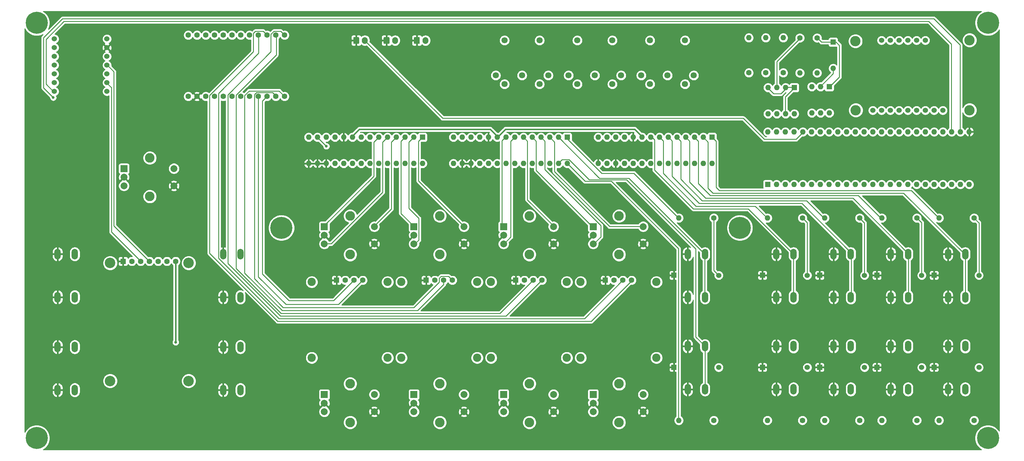
<source format=gbr>
%TF.GenerationSoftware,KiCad,Pcbnew,(5.1.9-0-10_14)*%
%TF.CreationDate,2021-03-16T22:34:44+01:00*%
%TF.ProjectId,xva1-ui,78766131-2d75-4692-9e6b-696361645f70,rev?*%
%TF.SameCoordinates,Original*%
%TF.FileFunction,Copper,L2,Bot*%
%TF.FilePolarity,Positive*%
%FSLAX46Y46*%
G04 Gerber Fmt 4.6, Leading zero omitted, Abs format (unit mm)*
G04 Created by KiCad (PCBNEW (5.1.9-0-10_14)) date 2021-03-16 22:34:44*
%MOMM*%
%LPD*%
G01*
G04 APERTURE LIST*
%TA.AperFunction,ComponentPad*%
%ADD10O,1.600000X1.600000*%
%TD*%
%TA.AperFunction,ComponentPad*%
%ADD11C,1.600000*%
%TD*%
%TA.AperFunction,ConnectorPad*%
%ADD12C,6.400000*%
%TD*%
%TA.AperFunction,ComponentPad*%
%ADD13C,3.600000*%
%TD*%
%TA.AperFunction,ComponentPad*%
%ADD14C,1.524000*%
%TD*%
%TA.AperFunction,ComponentPad*%
%ADD15R,1.524000X1.524000*%
%TD*%
%TA.AperFunction,ComponentPad*%
%ADD16O,1.850000X3.048000*%
%TD*%
%TA.AperFunction,ComponentPad*%
%ADD17R,2.000000X2.000000*%
%TD*%
%TA.AperFunction,ComponentPad*%
%ADD18C,2.000000*%
%TD*%
%TA.AperFunction,ComponentPad*%
%ADD19C,2.800000*%
%TD*%
%TA.AperFunction,ComponentPad*%
%ADD20C,1.800000*%
%TD*%
%TA.AperFunction,ComponentPad*%
%ADD21C,2.400000*%
%TD*%
%TA.AperFunction,ComponentPad*%
%ADD22R,1.600000X1.600000*%
%TD*%
%TA.AperFunction,ComponentPad*%
%ADD23C,3.000000*%
%TD*%
%TA.AperFunction,ComponentPad*%
%ADD24O,1.700000X2.000000*%
%TD*%
%TA.AperFunction,ComponentPad*%
%ADD25C,3.048000*%
%TD*%
%TA.AperFunction,ViaPad*%
%ADD26C,0.800000*%
%TD*%
%TA.AperFunction,Conductor*%
%ADD27C,0.250000*%
%TD*%
%TA.AperFunction,Conductor*%
%ADD28C,0.400000*%
%TD*%
%TA.AperFunction,Conductor*%
%ADD29C,0.254000*%
%TD*%
%TA.AperFunction,Conductor*%
%ADD30C,0.100000*%
%TD*%
G04 APERTURE END LIST*
D10*
%TO.P,R7,2*%
%TO.N,LED-DWN*%
X197395000Y-140850000D03*
D11*
%TO.P,R7,1*%
%TO.N,Net-(R7-Pad1)*%
X207555000Y-140850000D03*
%TD*%
D10*
%TO.P,R6,2*%
%TO.N,LED-UP*%
X197395000Y-82150000D03*
D11*
%TO.P,R6,1*%
%TO.N,Net-(R6-Pad1)*%
X207555000Y-82150000D03*
%TD*%
D10*
%TO.P,R9,2*%
%TO.N,LED-SC2*%
X239695000Y-82150000D03*
D11*
%TO.P,R9,1*%
%TO.N,Net-(R9-Pad1)*%
X249855000Y-82150000D03*
%TD*%
D10*
%TO.P,R10,2*%
%TO.N,LED-SC3*%
X256295000Y-82150000D03*
D11*
%TO.P,R10,1*%
%TO.N,Net-(R10-Pad1)*%
X266455000Y-82150000D03*
%TD*%
D10*
%TO.P,R11,2*%
%TO.N,LED-SC4*%
X272895000Y-82150000D03*
D11*
%TO.P,R11,1*%
%TO.N,Net-(R11-Pad1)*%
X283055000Y-82150000D03*
%TD*%
D10*
%TO.P,R15,2*%
%TO.N,LED-SC8*%
X272895000Y-140850000D03*
D11*
%TO.P,R15,1*%
%TO.N,Net-(R15-Pad1)*%
X283055000Y-140850000D03*
%TD*%
D10*
%TO.P,R14,2*%
%TO.N,LED-SC7*%
X256295000Y-140850000D03*
D11*
%TO.P,R14,1*%
%TO.N,Net-(R14-Pad1)*%
X266455000Y-140850000D03*
%TD*%
D10*
%TO.P,R13,2*%
%TO.N,LED-SC6*%
X239695000Y-140850000D03*
D11*
%TO.P,R13,1*%
%TO.N,Net-(R13-Pad1)*%
X249855000Y-140850000D03*
%TD*%
D10*
%TO.P,R12,2*%
%TO.N,LED-SC5*%
X223095000Y-140850000D03*
D11*
%TO.P,R12,1*%
%TO.N,Net-(R12-Pad1)*%
X233255000Y-140850000D03*
%TD*%
D10*
%TO.P,R8,2*%
%TO.N,LED-SC1*%
X223095000Y-82150000D03*
D11*
%TO.P,R8,1*%
%TO.N,Net-(R8-Pad1)*%
X233255000Y-82150000D03*
%TD*%
D12*
%TO.P,REF\u002A\u002A,1*%
%TO.N,N/C*%
X215100000Y-85000000D03*
D13*
X215100000Y-85000000D03*
%TD*%
%TO.P,REF\u002A\u002A,1*%
%TO.N,N/C*%
X82100000Y-85000000D03*
D12*
X82100000Y-85000000D03*
%TD*%
%TO.P,REF\u002A\u002A,1*%
%TO.N,N/C*%
X287100000Y-146000000D03*
D13*
X287100000Y-146000000D03*
%TD*%
D12*
%TO.P,REF\u002A\u002A,1*%
%TO.N,N/C*%
X287100000Y-25500000D03*
D13*
X287100000Y-25500000D03*
%TD*%
D12*
%TO.P,REF\u002A\u002A,1*%
%TO.N,N/C*%
X11100000Y-25500000D03*
D13*
X11100000Y-25500000D03*
%TD*%
D12*
%TO.P,REF\u002A\u002A,1*%
%TO.N,N/C*%
X11100000Y-146000000D03*
D13*
X11100000Y-146000000D03*
%TD*%
D14*
%TO.P,SW22,4*%
%TO.N,Net-(R15-Pad1)*%
X284475000Y-125490000D03*
D15*
%TO.P,SW22,3*%
%TO.N,GND*%
X271475000Y-125470000D03*
D16*
%TO.P,SW22,2*%
%TO.N,BTN-SC8*%
X280500000Y-131830000D03*
%TO.P,SW22,1*%
%TO.N,GND*%
X275500000Y-131830000D03*
%TO.P,SW22,2*%
%TO.N,BTN-SC8*%
X280500000Y-119330000D03*
%TO.P,SW22,1*%
%TO.N,GND*%
X275500000Y-119330000D03*
%TD*%
D14*
%TO.P,SW18,4*%
%TO.N,Net-(R11-Pad1)*%
X284475000Y-98775000D03*
D15*
%TO.P,SW18,3*%
%TO.N,GND*%
X271475000Y-98755000D03*
D16*
%TO.P,SW18,2*%
%TO.N,BTN-SC4*%
X280500000Y-105115000D03*
%TO.P,SW18,1*%
%TO.N,GND*%
X275500000Y-105115000D03*
%TO.P,SW18,2*%
%TO.N,BTN-SC4*%
X280500000Y-92615000D03*
%TO.P,SW18,1*%
%TO.N,GND*%
X275500000Y-92615000D03*
%TD*%
D14*
%TO.P,SW21,4*%
%TO.N,Net-(R14-Pad1)*%
X267875000Y-125490000D03*
D15*
%TO.P,SW21,3*%
%TO.N,GND*%
X254875000Y-125470000D03*
D16*
%TO.P,SW21,2*%
%TO.N,BTN-SC7*%
X263900000Y-131830000D03*
%TO.P,SW21,1*%
%TO.N,GND*%
X258900000Y-131830000D03*
%TO.P,SW21,2*%
%TO.N,BTN-SC7*%
X263900000Y-119330000D03*
%TO.P,SW21,1*%
%TO.N,GND*%
X258900000Y-119330000D03*
%TD*%
D14*
%TO.P,SW20,4*%
%TO.N,Net-(R13-Pad1)*%
X251275000Y-125490000D03*
D15*
%TO.P,SW20,3*%
%TO.N,GND*%
X238275000Y-125470000D03*
D16*
%TO.P,SW20,2*%
%TO.N,BTN-SC6*%
X247300000Y-131830000D03*
%TO.P,SW20,1*%
%TO.N,GND*%
X242300000Y-131830000D03*
%TO.P,SW20,2*%
%TO.N,BTN-SC6*%
X247300000Y-119330000D03*
%TO.P,SW20,1*%
%TO.N,GND*%
X242300000Y-119330000D03*
%TD*%
D14*
%TO.P,SW19,4*%
%TO.N,Net-(R12-Pad1)*%
X234675000Y-125490000D03*
D15*
%TO.P,SW19,3*%
%TO.N,GND*%
X221675000Y-125470000D03*
D16*
%TO.P,SW19,2*%
%TO.N,BTN-SC5*%
X230700000Y-131830000D03*
%TO.P,SW19,1*%
%TO.N,GND*%
X225700000Y-131830000D03*
%TO.P,SW19,2*%
%TO.N,BTN-SC5*%
X230700000Y-119330000D03*
%TO.P,SW19,1*%
%TO.N,GND*%
X225700000Y-119330000D03*
%TD*%
D14*
%TO.P,SW17,4*%
%TO.N,Net-(R10-Pad1)*%
X267875000Y-98775000D03*
D15*
%TO.P,SW17,3*%
%TO.N,GND*%
X254875000Y-98755000D03*
D16*
%TO.P,SW17,2*%
%TO.N,BTN-SC3*%
X263900000Y-105115000D03*
%TO.P,SW17,1*%
%TO.N,GND*%
X258900000Y-105115000D03*
%TO.P,SW17,2*%
%TO.N,BTN-SC3*%
X263900000Y-92615000D03*
%TO.P,SW17,1*%
%TO.N,GND*%
X258900000Y-92615000D03*
%TD*%
D14*
%TO.P,SW16,4*%
%TO.N,Net-(R9-Pad1)*%
X251275000Y-98775000D03*
D15*
%TO.P,SW16,3*%
%TO.N,GND*%
X238275000Y-98755000D03*
D16*
%TO.P,SW16,2*%
%TO.N,BTN-SC2*%
X247300000Y-105115000D03*
%TO.P,SW16,1*%
%TO.N,GND*%
X242300000Y-105115000D03*
%TO.P,SW16,2*%
%TO.N,BTN-SC2*%
X247300000Y-92615000D03*
%TO.P,SW16,1*%
%TO.N,GND*%
X242300000Y-92615000D03*
%TD*%
D14*
%TO.P,SW15,4*%
%TO.N,Net-(R8-Pad1)*%
X234675000Y-98775000D03*
D15*
%TO.P,SW15,3*%
%TO.N,GND*%
X221675000Y-98755000D03*
D16*
%TO.P,SW15,2*%
%TO.N,BTN-SC1*%
X230700000Y-105115000D03*
%TO.P,SW15,1*%
%TO.N,GND*%
X225700000Y-105115000D03*
%TO.P,SW15,2*%
%TO.N,BTN-SC1*%
X230700000Y-92615000D03*
%TO.P,SW15,1*%
%TO.N,GND*%
X225700000Y-92615000D03*
%TD*%
D14*
%TO.P,SW14,4*%
%TO.N,Net-(R7-Pad1)*%
X208975000Y-125490000D03*
D15*
%TO.P,SW14,3*%
%TO.N,GND*%
X195975000Y-125470000D03*
D16*
%TO.P,SW14,2*%
%TO.N,BTN-DWN*%
X205000000Y-131830000D03*
%TO.P,SW14,1*%
%TO.N,GND*%
X200000000Y-131830000D03*
%TO.P,SW14,2*%
%TO.N,BTN-DWN*%
X205000000Y-119330000D03*
%TO.P,SW14,1*%
%TO.N,GND*%
X200000000Y-119330000D03*
%TD*%
D14*
%TO.P,SW13,4*%
%TO.N,Net-(R6-Pad1)*%
X208975000Y-98775000D03*
D15*
%TO.P,SW13,3*%
%TO.N,GND*%
X195975000Y-98755000D03*
D16*
%TO.P,SW13,2*%
%TO.N,BTN-UP*%
X205000000Y-105115000D03*
%TO.P,SW13,1*%
%TO.N,GND*%
X200000000Y-105115000D03*
%TO.P,SW13,2*%
%TO.N,BTN-UP*%
X205000000Y-92615000D03*
%TO.P,SW13,1*%
%TO.N,GND*%
X200000000Y-92615000D03*
%TD*%
D17*
%TO.P,SW8,A*%
%TO.N,ENC8-A*%
X172555000Y-133350000D03*
D18*
%TO.P,SW8,C*%
%TO.N,GND*%
X172555000Y-135850000D03*
%TO.P,SW8,B*%
%TO.N,ENC8-B*%
X172555000Y-138350000D03*
D19*
%TO.P,SW8,MP*%
%TO.N,N/C*%
X180055000Y-130250000D03*
X180055000Y-141450000D03*
D18*
%TO.P,SW8,S1*%
%TO.N,ENC8-S*%
X187055000Y-133350000D03*
%TO.P,SW8,S2*%
%TO.N,GND*%
X187055000Y-138350000D03*
%TD*%
D17*
%TO.P,SW6,A*%
%TO.N,ENC6-A*%
X146555000Y-133350000D03*
D18*
%TO.P,SW6,C*%
%TO.N,GND*%
X146555000Y-135850000D03*
%TO.P,SW6,B*%
%TO.N,ENC6-B*%
X146555000Y-138350000D03*
D19*
%TO.P,SW6,MP*%
%TO.N,N/C*%
X154055000Y-130250000D03*
X154055000Y-141450000D03*
D18*
%TO.P,SW6,S1*%
%TO.N,ENC6-S*%
X161055000Y-133350000D03*
%TO.P,SW6,S2*%
%TO.N,GND*%
X161055000Y-138350000D03*
%TD*%
D17*
%TO.P,SW4,A*%
%TO.N,ENC4-A*%
X120555000Y-133350000D03*
D18*
%TO.P,SW4,C*%
%TO.N,GND*%
X120555000Y-135850000D03*
%TO.P,SW4,B*%
%TO.N,ENC4-B*%
X120555000Y-138350000D03*
D19*
%TO.P,SW4,MP*%
%TO.N,N/C*%
X128055000Y-130250000D03*
X128055000Y-141450000D03*
D18*
%TO.P,SW4,S1*%
%TO.N,ENC4-S*%
X135055000Y-133350000D03*
%TO.P,SW4,S2*%
%TO.N,GND*%
X135055000Y-138350000D03*
%TD*%
D17*
%TO.P,SW2,A*%
%TO.N,ENC2-A*%
X94555000Y-133350000D03*
D18*
%TO.P,SW2,C*%
%TO.N,GND*%
X94555000Y-135850000D03*
%TO.P,SW2,B*%
%TO.N,ENC2-B*%
X94555000Y-138350000D03*
D19*
%TO.P,SW2,MP*%
%TO.N,N/C*%
X102055000Y-130250000D03*
X102055000Y-141450000D03*
D18*
%TO.P,SW2,S1*%
%TO.N,ENC2-S*%
X109055000Y-133350000D03*
%TO.P,SW2,S2*%
%TO.N,GND*%
X109055000Y-138350000D03*
%TD*%
D17*
%TO.P,SW7,A*%
%TO.N,ENC7-A*%
X172555000Y-84650000D03*
D18*
%TO.P,SW7,C*%
%TO.N,GND*%
X172555000Y-87150000D03*
%TO.P,SW7,B*%
%TO.N,ENC7-B*%
X172555000Y-89650000D03*
D19*
%TO.P,SW7,MP*%
%TO.N,N/C*%
X180055000Y-81550000D03*
X180055000Y-92750000D03*
D18*
%TO.P,SW7,S1*%
%TO.N,ENC7-S*%
X187055000Y-84650000D03*
%TO.P,SW7,S2*%
%TO.N,GND*%
X187055000Y-89650000D03*
%TD*%
D17*
%TO.P,SW5,A*%
%TO.N,ENC5-A*%
X146555000Y-84650000D03*
D18*
%TO.P,SW5,C*%
%TO.N,GND*%
X146555000Y-87150000D03*
%TO.P,SW5,B*%
%TO.N,ENC5-B*%
X146555000Y-89650000D03*
D19*
%TO.P,SW5,MP*%
%TO.N,N/C*%
X154055000Y-81550000D03*
X154055000Y-92750000D03*
D18*
%TO.P,SW5,S1*%
%TO.N,ENC5-S*%
X161055000Y-84650000D03*
%TO.P,SW5,S2*%
%TO.N,GND*%
X161055000Y-89650000D03*
%TD*%
D17*
%TO.P,SW3,A*%
%TO.N,ENC3-A*%
X120555000Y-84650000D03*
D18*
%TO.P,SW3,C*%
%TO.N,GND*%
X120555000Y-87150000D03*
%TO.P,SW3,B*%
%TO.N,ENC3-B*%
X120555000Y-89650000D03*
D19*
%TO.P,SW3,MP*%
%TO.N,N/C*%
X128055000Y-81550000D03*
X128055000Y-92750000D03*
D18*
%TO.P,SW3,S1*%
%TO.N,ENC3-S*%
X135055000Y-84650000D03*
%TO.P,SW3,S2*%
%TO.N,GND*%
X135055000Y-89650000D03*
%TD*%
D17*
%TO.P,SW1,A*%
%TO.N,ENC1-A*%
X94555000Y-84650000D03*
D18*
%TO.P,SW1,C*%
%TO.N,GND*%
X94555000Y-87150000D03*
%TO.P,SW1,B*%
%TO.N,ENC1-B*%
X94555000Y-89650000D03*
D19*
%TO.P,SW1,MP*%
%TO.N,N/C*%
X102055000Y-81550000D03*
X102055000Y-92750000D03*
D18*
%TO.P,SW1,S1*%
%TO.N,ENC1-S*%
X109055000Y-84650000D03*
%TO.P,SW1,S2*%
%TO.N,GND*%
X109055000Y-89650000D03*
%TD*%
D10*
%TO.P,R2,2*%
%TO.N,Net-(R2-Pad2)*%
X232500000Y-40060000D03*
D11*
%TO.P,R2,1*%
%TO.N,Net-(R2-Pad1)*%
X232500000Y-29900000D03*
%TD*%
D17*
%TO.P,SW0,A*%
%TO.N,/ENC-A*%
X36424999Y-67800000D03*
D18*
%TO.P,SW0,C*%
%TO.N,GND*%
X36424999Y-70300000D03*
%TO.P,SW0,B*%
%TO.N,/ENC-B*%
X36424999Y-72800000D03*
D19*
%TO.P,SW0,MP*%
%TO.N,N/C*%
X43924999Y-64700000D03*
X43924999Y-75900000D03*
D18*
%TO.P,SW0,S1*%
%TO.N,/ENC-S*%
X50924999Y-67800000D03*
%TO.P,SW0,S2*%
%TO.N,GND*%
X50924999Y-72800000D03*
%TD*%
D20*
%TO.P,J3,1*%
%TO.N,Net-(J3-Pad1)*%
X201740000Y-40749999D03*
%TO.P,J3,2*%
%TO.N,Net-(J3-Pad2)*%
X194120000Y-40749999D03*
%TO.P,J3,3*%
%TO.N,Net-(J3-Pad3)*%
X186500000Y-40749999D03*
%TO.P,J3,5*%
%TO.N,Net-(J3-Pad5)*%
X189040000Y-43289999D03*
%TO.P,J3,4*%
%TO.N,Net-(J3-Pad4)*%
X199200000Y-43289999D03*
%TO.P,J3,~*%
%TO.N,N/C*%
X189040000Y-30589999D03*
X199200000Y-30589999D03*
%TD*%
%TO.P,J2,1*%
%TO.N,Net-(J2-Pad1)*%
X180640000Y-40749999D03*
%TO.P,J2,2*%
%TO.N,Net-(J2-Pad2)*%
X173020000Y-40749999D03*
%TO.P,J2,3*%
%TO.N,Net-(J2-Pad3)*%
X165400000Y-40749999D03*
%TO.P,J2,5*%
%TO.N,Net-(J2-Pad5)*%
X167940000Y-43289999D03*
%TO.P,J2,4*%
%TO.N,Net-(J2-Pad4)*%
X178100000Y-43289999D03*
%TO.P,J2,~*%
%TO.N,N/C*%
X167940000Y-30589999D03*
X178100000Y-30589999D03*
%TD*%
%TO.P,J1,1*%
%TO.N,Net-(J1-Pad1)*%
X159540000Y-40749999D03*
%TO.P,J1,2*%
%TO.N,Net-(J1-Pad2)*%
X151920000Y-40749999D03*
%TO.P,J1,3*%
%TO.N,Net-(J1-Pad3)*%
X144300000Y-40749999D03*
%TO.P,J1,5*%
%TO.N,Net-(D1-Pad2)*%
X146840000Y-43289999D03*
%TO.P,J1,4*%
%TO.N,Net-(J1-Pad4)*%
X157000000Y-43289999D03*
%TO.P,J1,~*%
%TO.N,N/C*%
X146840000Y-30589999D03*
X157000000Y-30589999D03*
%TD*%
D10*
%TO.P,R5,2*%
%TO.N,Net-(R5-Pad2)*%
X217700000Y-29840000D03*
D11*
%TO.P,R5,1*%
%TO.N,Net-(J2-Pad4)*%
X217700000Y-40000000D03*
%TD*%
D10*
%TO.P,R4,2*%
%TO.N,Net-(R4-Pad2)*%
X222600000Y-29840000D03*
D11*
%TO.P,R4,1*%
%TO.N,Net-(J2-Pad5)*%
X222600000Y-40000000D03*
%TD*%
D10*
%TO.P,R3,2*%
%TO.N,Net-(R3-Pad2)*%
X227700000Y-29840000D03*
D11*
%TO.P,R3,1*%
%TO.N,Net-(J3-Pad4)*%
X227700000Y-40000000D03*
%TD*%
D10*
%TO.P,R1,2*%
%TO.N,Net-(J1-Pad4)*%
X237500000Y-40060000D03*
D11*
%TO.P,R1,1*%
%TO.N,Net-(D1-Pad1)*%
X237500000Y-29900000D03*
%TD*%
D21*
%TO.P,DS4,~*%
%TO.N,N/C*%
X190900000Y-122700000D03*
X190900000Y-100700000D03*
D22*
%TO.P,DS4,1*%
%TO.N,GND*%
X176090000Y-100200000D03*
D11*
%TO.P,DS4,2*%
%TO.N,+3V3*%
X178630000Y-100200000D03*
%TO.P,DS4,3*%
%TO.N,OLED4-SCL*%
X181170000Y-100200000D03*
%TO.P,DS4,4*%
%TO.N,OLED4-SDA*%
X183710000Y-100200000D03*
D21*
%TO.P,DS4,~*%
%TO.N,N/C*%
X168900000Y-122700000D03*
X168900000Y-100700000D03*
%TD*%
%TO.P,DS3,~*%
%TO.N,N/C*%
X164900000Y-122700000D03*
X164900000Y-100700000D03*
D22*
%TO.P,DS3,1*%
%TO.N,GND*%
X150090000Y-100200000D03*
D11*
%TO.P,DS3,2*%
%TO.N,+3V3*%
X152630000Y-100200000D03*
%TO.P,DS3,3*%
%TO.N,OLED3-SCL*%
X155170000Y-100200000D03*
%TO.P,DS3,4*%
%TO.N,OLED3-SDA*%
X157710000Y-100200000D03*
D21*
%TO.P,DS3,~*%
%TO.N,N/C*%
X142900000Y-122700000D03*
X142900000Y-100700000D03*
%TD*%
%TO.P,DS2,~*%
%TO.N,N/C*%
X138900000Y-122700000D03*
X138900000Y-100700000D03*
D22*
%TO.P,DS2,1*%
%TO.N,GND*%
X124090000Y-100200000D03*
D11*
%TO.P,DS2,2*%
%TO.N,+3V3*%
X126630000Y-100200000D03*
%TO.P,DS2,3*%
%TO.N,OLED2-SCL*%
X129170000Y-100200000D03*
%TO.P,DS2,4*%
%TO.N,OLED2-SDA*%
X131710000Y-100200000D03*
D21*
%TO.P,DS2,~*%
%TO.N,N/C*%
X116900000Y-122700000D03*
X116900000Y-100700000D03*
%TD*%
%TO.P,DS1,~*%
%TO.N,N/C*%
X112900000Y-122700000D03*
X112900000Y-100700000D03*
D22*
%TO.P,DS1,1*%
%TO.N,GND*%
X98090000Y-100200000D03*
D11*
%TO.P,DS1,2*%
%TO.N,+3V3*%
X100630000Y-100200000D03*
%TO.P,DS1,3*%
%TO.N,OLED1-SCL*%
X103170000Y-100200000D03*
%TO.P,DS1,4*%
%TO.N,OLED1-SDA*%
X105710000Y-100200000D03*
D21*
%TO.P,DS1,~*%
%TO.N,N/C*%
X90900000Y-122700000D03*
X90900000Y-100700000D03*
%TD*%
D11*
%TO.P,U5,24*%
%TO.N,Net-(U5-Pad24)*%
X55060000Y-29070000D03*
%TO.P,U5,23*%
%TO.N,Net-(U5-Pad23)*%
X57600000Y-29070000D03*
%TO.P,U5,22*%
%TO.N,Net-(U5-Pad22)*%
X60140000Y-29070000D03*
%TO.P,U5,21*%
%TO.N,Net-(U5-Pad21)*%
X62680000Y-29070000D03*
%TO.P,U5,20*%
%TO.N,Net-(U5-Pad20)*%
X65220000Y-29070000D03*
%TO.P,U5,19*%
%TO.N,Net-(U5-Pad19)*%
X67760000Y-29070000D03*
%TO.P,U5,18*%
%TO.N,Net-(U5-Pad18)*%
X70300000Y-29070000D03*
%TO.P,U5,17*%
%TO.N,Net-(U5-Pad17)*%
X72840000Y-29070000D03*
%TO.P,U5,16*%
%TO.N,OLED4-SCL*%
X75380000Y-29070000D03*
%TO.P,U5,15*%
%TO.N,OLED4-SDA*%
X77920000Y-29070000D03*
%TO.P,U5,14*%
%TO.N,OLED3-SCL*%
X80460000Y-29070000D03*
%TO.P,U5,13*%
%TO.N,OLED3-SDA*%
X83000000Y-29070000D03*
%TO.P,U5,12*%
%TO.N,OLED2-SCL*%
X83000000Y-46850000D03*
%TO.P,U5,11*%
%TO.N,OLED2-SDA*%
X80460000Y-46850000D03*
%TO.P,U5,10*%
%TO.N,OLED1-SCL*%
X77920000Y-46850000D03*
%TO.P,U5,9*%
%TO.N,OLED1-SDA*%
X75380000Y-46850000D03*
%TO.P,U5,8*%
%TO.N,Net-(U5-Pad8)*%
X72840000Y-46850000D03*
%TO.P,U5,7*%
%TO.N,Net-(U5-Pad7)*%
X70300000Y-46850000D03*
%TO.P,U5,6*%
%TO.N,Net-(U5-Pad6)*%
X67760000Y-46850000D03*
%TO.P,U5,5*%
%TO.N,Net-(U5-Pad5)*%
X65220000Y-46850000D03*
%TO.P,U5,4*%
%TO.N,/SCL*%
X62680000Y-46850000D03*
%TO.P,U5,3*%
%TO.N,/SDA*%
X60140000Y-46850000D03*
%TO.P,U5,2*%
%TO.N,GND*%
X57600000Y-46850000D03*
%TO.P,U5,1*%
%TO.N,+3V3*%
X55060000Y-46850000D03*
%TD*%
D23*
%TO.P,U7,~*%
%TO.N,N/C*%
X281760000Y-30529999D03*
X281760000Y-50849999D03*
X248740000Y-50849999D03*
X248640940Y-30806859D03*
D14*
%TO.P,U7,15*%
%TO.N,Net-(U7-Pad15)*%
X256220000Y-30589999D03*
%TO.P,U7,14*%
%TO.N,Net-(R5-Pad2)*%
X258760000Y-30589999D03*
%TO.P,U7,13*%
%TO.N,Net-(U6-Pad35)*%
X261300000Y-30589999D03*
%TO.P,U7,12*%
%TO.N,Net-(R5-Pad2)*%
X263840000Y-30589999D03*
%TO.P,U7,11*%
%TO.N,Net-(U7-Pad11)*%
X266380000Y-30589999D03*
%TO.P,U7,10*%
%TO.N,Net-(U7-Pad10)*%
X268920000Y-30589999D03*
%TO.P,U7,9*%
%TO.N,Net-(U7-Pad9)*%
X274000000Y-50909999D03*
%TO.P,U7,8*%
%TO.N,Net-(U7-Pad8)*%
X271460000Y-50909999D03*
%TO.P,U7,7*%
%TO.N,Net-(U7-Pad7)*%
X268920000Y-50909999D03*
%TO.P,U7,6*%
%TO.N,Net-(U6-Pad31)*%
X266380000Y-50909999D03*
%TO.P,U7,5*%
%TO.N,Net-(U6-Pad32)*%
X263840000Y-50909999D03*
%TO.P,U7,4*%
%TO.N,Net-(U6-Pad33)*%
X261300000Y-50909999D03*
%TO.P,U7,3*%
%TO.N,Net-(U6-Pad34)*%
X258760000Y-50909999D03*
%TO.P,U7,2*%
%TO.N,Net-(U7-Pad2)*%
X256220000Y-50909999D03*
%TO.P,U7,1*%
%TO.N,Net-(R5-Pad2)*%
X253680000Y-50909999D03*
%TD*%
D10*
%TO.P,U9,6*%
%TO.N,Net-(U9-Pad6)*%
X241050000Y-51670000D03*
%TO.P,U9,3*%
%TO.N,Net-(U9-Pad3)*%
X235970000Y-44050000D03*
%TO.P,U9,5*%
%TO.N,Net-(R2-Pad2)*%
X238510000Y-51670000D03*
%TO.P,U9,2*%
%TO.N,Net-(D1-Pad2)*%
X238510000Y-44050000D03*
%TO.P,U9,4*%
%TO.N,Net-(U6-Pad43)*%
X235970000Y-51670000D03*
D22*
%TO.P,U9,1*%
%TO.N,Net-(D1-Pad1)*%
X241050000Y-44050000D03*
%TD*%
D10*
%TO.P,U8,8*%
%TO.N,Net-(R2-Pad1)*%
X230900000Y-51920000D03*
%TO.P,U8,4*%
%TO.N,Net-(U6-Pad46)*%
X223280000Y-44300000D03*
%TO.P,U8,7*%
X228360000Y-51920000D03*
%TO.P,U8,3*%
%TO.N,Net-(R2-Pad1)*%
X225820000Y-44300000D03*
%TO.P,U8,6*%
%TO.N,Net-(U6-Pad47)*%
X225820000Y-51920000D03*
%TO.P,U8,2*%
%TO.N,Net-(U6-Pad46)*%
X228360000Y-44300000D03*
%TO.P,U8,5*%
%TO.N,Net-(U6-Pad48)*%
X223280000Y-51920000D03*
D22*
%TO.P,U8,1*%
%TO.N,Net-(U6-Pad46)*%
X230900000Y-44300000D03*
%TD*%
%TO.P,U6,1*%
%TO.N,Net-(U6-Pad1)*%
X223230000Y-72384000D03*
D10*
%TO.P,U6,25*%
%TO.N,GND*%
X281650000Y-57144000D03*
%TO.P,U6,2*%
%TO.N,Net-(U6-Pad2)*%
X225770000Y-72384000D03*
%TO.P,U6,26*%
%TO.N,XIAO-RX*%
X279110000Y-57144000D03*
%TO.P,U6,3*%
%TO.N,Net-(U6-Pad3)*%
X228310000Y-72384000D03*
%TO.P,U6,27*%
%TO.N,XIAO-TX*%
X276570000Y-57144000D03*
%TO.P,U6,4*%
%TO.N,Net-(U6-Pad4)*%
X230850000Y-72384000D03*
%TO.P,U6,28*%
%TO.N,Net-(J3-Pad5)*%
X274030000Y-57144000D03*
%TO.P,U6,5*%
%TO.N,Net-(U6-Pad5)*%
X233390000Y-72384000D03*
%TO.P,U6,29*%
%TO.N,Net-(R3-Pad2)*%
X271490000Y-57144000D03*
%TO.P,U6,6*%
%TO.N,Net-(U6-Pad6)*%
X235930000Y-72384000D03*
%TO.P,U6,30*%
%TO.N,Net-(U6-Pad30)*%
X268950000Y-57144000D03*
%TO.P,U6,7*%
%TO.N,Net-(U6-Pad7)*%
X238470000Y-72384000D03*
%TO.P,U6,31*%
%TO.N,Net-(U6-Pad31)*%
X266410000Y-57144000D03*
%TO.P,U6,8*%
%TO.N,Net-(U6-Pad8)*%
X241010000Y-72384000D03*
%TO.P,U6,32*%
%TO.N,Net-(U6-Pad32)*%
X263870000Y-57144000D03*
%TO.P,U6,9*%
%TO.N,Net-(U6-Pad9)*%
X243550000Y-72384000D03*
%TO.P,U6,33*%
%TO.N,Net-(U6-Pad33)*%
X261330000Y-57144000D03*
%TO.P,U6,10*%
%TO.N,Net-(U6-Pad10)*%
X246090000Y-72384000D03*
%TO.P,U6,34*%
%TO.N,Net-(U6-Pad34)*%
X258790000Y-57144000D03*
%TO.P,U6,11*%
%TO.N,Net-(U6-Pad11)*%
X248630000Y-72384000D03*
%TO.P,U6,35*%
%TO.N,Net-(U6-Pad35)*%
X256250000Y-57144000D03*
%TO.P,U6,12*%
%TO.N,Net-(U6-Pad12)*%
X251170000Y-72384000D03*
%TO.P,U6,36*%
%TO.N,Net-(R5-Pad2)*%
X253710000Y-57144000D03*
%TO.P,U6,13*%
%TO.N,Net-(U6-Pad13)*%
X253710000Y-72384000D03*
%TO.P,U6,37*%
%TO.N,Net-(U6-Pad37)*%
X251170000Y-57144000D03*
%TO.P,U6,14*%
%TO.N,Net-(U6-Pad14)*%
X256250000Y-72384000D03*
%TO.P,U6,38*%
%TO.N,Net-(U6-Pad38)*%
X248630000Y-57144000D03*
%TO.P,U6,15*%
%TO.N,CV-INPUT-1*%
X258790000Y-72384000D03*
%TO.P,U6,39*%
%TO.N,Net-(U6-Pad39)*%
X246090000Y-57144000D03*
%TO.P,U6,16*%
%TO.N,CV-INPUT-2*%
X261330000Y-72384000D03*
%TO.P,U6,40*%
%TO.N,Net-(U6-Pad40)*%
X243550000Y-57144000D03*
%TO.P,U6,17*%
%TO.N,Net-(U6-Pad17)*%
X263870000Y-72384000D03*
%TO.P,U6,41*%
%TO.N,Net-(R4-Pad2)*%
X241010000Y-57144000D03*
%TO.P,U6,18*%
%TO.N,Net-(U6-Pad18)*%
X266410000Y-72384000D03*
%TO.P,U6,42*%
%TO.N,Net-(R2-Pad2)*%
X238470000Y-57144000D03*
%TO.P,U6,19*%
%TO.N,Net-(U6-Pad19)*%
X268950000Y-72384000D03*
%TO.P,U6,43*%
%TO.N,Net-(U6-Pad43)*%
X235930000Y-57144000D03*
%TO.P,U6,20*%
%TO.N,Net-(U6-Pad20)*%
X271490000Y-72384000D03*
%TO.P,U6,44*%
%TO.N,SPDIF-OUT*%
X233390000Y-57144000D03*
%TO.P,U6,21*%
%TO.N,Net-(U6-Pad21)*%
X274030000Y-72384000D03*
%TO.P,U6,45*%
%TO.N,Net-(R2-Pad1)*%
X230850000Y-57144000D03*
%TO.P,U6,22*%
%TO.N,Net-(U6-Pad22)*%
X276570000Y-72384000D03*
%TO.P,U6,46*%
%TO.N,Net-(U6-Pad46)*%
X228310000Y-57144000D03*
%TO.P,U6,23*%
%TO.N,Net-(U6-Pad23)*%
X279110000Y-72384000D03*
%TO.P,U6,47*%
%TO.N,Net-(U6-Pad47)*%
X225770000Y-57144000D03*
%TO.P,U6,24*%
%TO.N,+5V*%
X281650000Y-72384000D03*
%TO.P,U6,48*%
%TO.N,Net-(U6-Pad48)*%
X223230000Y-57144000D03*
%TD*%
D14*
%TO.P,U1,14*%
%TO.N,+5V*%
X31480000Y-30160000D03*
%TO.P,U1,13*%
%TO.N,GND*%
X31480000Y-32700000D03*
%TO.P,U1,12*%
%TO.N,+3V3*%
X31480000Y-35240000D03*
%TO.P,U1,11*%
%TO.N,Net-(DS0-Pad4)*%
X31480000Y-37780000D03*
%TO.P,U1,10*%
%TO.N,Net-(DS0-Pad6)*%
X31480000Y-40320000D03*
%TO.P,U1,9*%
%TO.N,Net-(DS0-Pad3)*%
X31480000Y-42860000D03*
%TO.P,U1,8*%
%TO.N,XIAO-RX*%
X31480000Y-45400000D03*
%TO.P,U1,7*%
%TO.N,XIAO-TX*%
X16240000Y-45400000D03*
%TO.P,U1,6*%
%TO.N,/SCL*%
X16240000Y-42860000D03*
%TO.P,U1,5*%
%TO.N,/SDA*%
X16240000Y-40320000D03*
%TO.P,U1,4*%
%TO.N,/ENC-S*%
X16240000Y-37780000D03*
%TO.P,U1,3*%
%TO.N,/ENC-B*%
X16240000Y-35240000D03*
%TO.P,U1,2*%
%TO.N,/ENC-A*%
X16240000Y-32700000D03*
%TO.P,U1,1*%
%TO.N,Net-(DS0-Pad5)*%
X16240000Y-30160000D03*
%TD*%
D16*
%TO.P,SW12,2*%
%TO.N,/BTN-SHIFT*%
X70200000Y-132054999D03*
%TO.P,SW12,1*%
%TO.N,GND*%
X65200000Y-132054999D03*
%TO.P,SW12,2*%
%TO.N,/BTN-SHIFT*%
X70200000Y-119554999D03*
%TO.P,SW12,1*%
%TO.N,GND*%
X65200000Y-119554999D03*
%TD*%
%TO.P,SW11,2*%
%TO.N,/BTN-ESC*%
X22150000Y-132054999D03*
%TO.P,SW11,1*%
%TO.N,GND*%
X17150000Y-132054999D03*
%TO.P,SW11,2*%
%TO.N,/BTN-ESC*%
X22150000Y-119554999D03*
%TO.P,SW11,1*%
%TO.N,GND*%
X17150000Y-119554999D03*
%TD*%
%TO.P,SW10,2*%
%TO.N,/BTN-SAVE*%
X70200000Y-105115000D03*
%TO.P,SW10,1*%
%TO.N,GND*%
X65200000Y-105115000D03*
%TO.P,SW10,2*%
%TO.N,/BTN-SAVE*%
X70200000Y-92615000D03*
%TO.P,SW10,1*%
%TO.N,GND*%
X65200000Y-92615000D03*
%TD*%
%TO.P,SW9,2*%
%TO.N,/BTN-MENU*%
X22150000Y-105115000D03*
%TO.P,SW9,1*%
%TO.N,GND*%
X17150000Y-105115000D03*
%TO.P,SW9,2*%
%TO.N,/BTN-MENU*%
X22150000Y-92615000D03*
%TO.P,SW9,1*%
%TO.N,GND*%
X17150000Y-92615000D03*
%TD*%
D24*
%TO.P,J6,2*%
%TO.N,CV-INPUT-2*%
X123900000Y-30615000D03*
%TO.P,J6,1*%
%TO.N,GND*%
%TA.AperFunction,ComponentPad*%
G36*
G01*
X120550000Y-31365000D02*
X120550000Y-29865000D01*
G75*
G02*
X120800000Y-29615000I250000J0D01*
G01*
X122000000Y-29615000D01*
G75*
G02*
X122250000Y-29865000I0J-250000D01*
G01*
X122250000Y-31365000D01*
G75*
G02*
X122000000Y-31615000I-250000J0D01*
G01*
X120800000Y-31615000D01*
G75*
G02*
X120550000Y-31365000I0J250000D01*
G01*
G37*
%TD.AperFunction*%
%TD*%
%TO.P,J5,2*%
%TO.N,CV-INPUT-1*%
X115100000Y-30615000D03*
%TO.P,J5,1*%
%TO.N,GND*%
%TA.AperFunction,ComponentPad*%
G36*
G01*
X111750000Y-31365000D02*
X111750000Y-29865000D01*
G75*
G02*
X112000000Y-29615000I250000J0D01*
G01*
X113200000Y-29615000D01*
G75*
G02*
X113450000Y-29865000I0J-250000D01*
G01*
X113450000Y-31365000D01*
G75*
G02*
X113200000Y-31615000I-250000J0D01*
G01*
X112000000Y-31615000D01*
G75*
G02*
X111750000Y-31365000I0J250000D01*
G01*
G37*
%TD.AperFunction*%
%TD*%
%TO.P,J4,2*%
%TO.N,SPDIF-OUT*%
X106300000Y-30615000D03*
%TO.P,J4,1*%
%TO.N,GND*%
%TA.AperFunction,ComponentPad*%
G36*
G01*
X102950000Y-31365000D02*
X102950000Y-29865000D01*
G75*
G02*
X103200000Y-29615000I250000J0D01*
G01*
X104400000Y-29615000D01*
G75*
G02*
X104650000Y-29865000I0J-250000D01*
G01*
X104650000Y-31365000D01*
G75*
G02*
X104400000Y-31615000I-250000J0D01*
G01*
X103200000Y-31615000D01*
G75*
G02*
X102950000Y-31365000I0J250000D01*
G01*
G37*
%TD.AperFunction*%
%TD*%
D11*
%TO.P,DS0,7*%
%TO.N,+3V3*%
X51409999Y-94700000D03*
%TO.P,DS0,6*%
%TO.N,Net-(DS0-Pad6)*%
X48869999Y-94700000D03*
%TO.P,DS0,5*%
%TO.N,Net-(DS0-Pad5)*%
X46329999Y-94700000D03*
%TO.P,DS0,4*%
%TO.N,Net-(DS0-Pad4)*%
X43789999Y-94700000D03*
%TO.P,DS0,3*%
%TO.N,Net-(DS0-Pad3)*%
X41249999Y-94700000D03*
%TO.P,DS0,2*%
%TO.N,+3V3*%
X38709999Y-94700000D03*
D22*
%TO.P,DS0,1*%
%TO.N,GND*%
X36169999Y-94700000D03*
D25*
%TO.P,DS0,*%
%TO.N,*%
X55179999Y-129420000D03*
X55179999Y-95200000D03*
X32399999Y-95200000D03*
X32399999Y-129420000D03*
%TD*%
D10*
%TO.P,D1,2*%
%TO.N,Net-(D1-Pad2)*%
X242200000Y-38720000D03*
D22*
%TO.P,D1,1*%
%TO.N,Net-(D1-Pad1)*%
X242200000Y-31100000D03*
%TD*%
D10*
%TO.P,U4,28*%
%TO.N,LED-SC8*%
X207020000Y-66320000D03*
%TO.P,U4,14*%
%TO.N,Net-(U4-Pad14)*%
X174000000Y-58700000D03*
%TO.P,U4,27*%
%TO.N,BTN-SC8*%
X204480000Y-66320000D03*
%TO.P,U4,13*%
%TO.N,/SDA*%
X176540000Y-58700000D03*
%TO.P,U4,26*%
%TO.N,LED-SC7*%
X201940000Y-66320000D03*
%TO.P,U4,12*%
%TO.N,/SCL*%
X179080000Y-58700000D03*
%TO.P,U4,25*%
%TO.N,BTN-SC7*%
X199400000Y-66320000D03*
%TO.P,U4,11*%
%TO.N,Net-(U4-Pad11)*%
X181620000Y-58700000D03*
%TO.P,U4,24*%
%TO.N,LED-SC6*%
X196860000Y-66320000D03*
%TO.P,U4,10*%
%TO.N,GND*%
X184160000Y-58700000D03*
%TO.P,U4,23*%
%TO.N,BTN-SC6*%
X194320000Y-66320000D03*
%TO.P,U4,9*%
%TO.N,+3V3*%
X186700000Y-58700000D03*
%TO.P,U4,22*%
%TO.N,LED-SC5*%
X191780000Y-66320000D03*
%TO.P,U4,8*%
%TO.N,BTN-SC1*%
X189240000Y-58700000D03*
%TO.P,U4,21*%
%TO.N,BTN-SC5*%
X189240000Y-66320000D03*
%TO.P,U4,7*%
%TO.N,LED-SC1*%
X191780000Y-58700000D03*
%TO.P,U4,20*%
%TO.N,Net-(U4-Pad20)*%
X186700000Y-66320000D03*
%TO.P,U4,6*%
%TO.N,BTN-SC2*%
X194320000Y-58700000D03*
%TO.P,U4,19*%
%TO.N,Net-(U4-Pad19)*%
X184160000Y-66320000D03*
%TO.P,U4,5*%
%TO.N,LED-SC2*%
X196860000Y-58700000D03*
%TO.P,U4,18*%
%TO.N,+3V3*%
X181620000Y-66320000D03*
%TO.P,U4,4*%
%TO.N,BTN-SC3*%
X199400000Y-58700000D03*
%TO.P,U4,17*%
%TO.N,GND*%
X179080000Y-66320000D03*
%TO.P,U4,3*%
%TO.N,LED-SC3*%
X201940000Y-58700000D03*
%TO.P,U4,16*%
%TO.N,+3V3*%
X176540000Y-66320000D03*
%TO.P,U4,2*%
%TO.N,BTN-SC4*%
X204480000Y-58700000D03*
%TO.P,U4,15*%
%TO.N,GND*%
X174000000Y-66320000D03*
D22*
%TO.P,U4,1*%
%TO.N,LED-SC4*%
X207020000Y-58700000D03*
%TD*%
D10*
%TO.P,U3,28*%
%TO.N,LED-DWN*%
X165020000Y-66320000D03*
%TO.P,U3,14*%
%TO.N,Net-(U3-Pad14)*%
X132000000Y-58700000D03*
%TO.P,U3,27*%
%TO.N,BTN-DWN*%
X162480000Y-66320000D03*
%TO.P,U3,13*%
%TO.N,/SDA*%
X134540000Y-58700000D03*
%TO.P,U3,26*%
%TO.N,ENC8-S*%
X159940000Y-66320000D03*
%TO.P,U3,12*%
%TO.N,/SCL*%
X137080000Y-58700000D03*
%TO.P,U3,25*%
%TO.N,ENC8-B*%
X157400000Y-66320000D03*
%TO.P,U3,11*%
%TO.N,Net-(U3-Pad11)*%
X139620000Y-58700000D03*
%TO.P,U3,24*%
%TO.N,ENC8-A*%
X154860000Y-66320000D03*
%TO.P,U3,10*%
%TO.N,GND*%
X142160000Y-58700000D03*
%TO.P,U3,23*%
%TO.N,ENC6-S*%
X152320000Y-66320000D03*
%TO.P,U3,9*%
%TO.N,+3V3*%
X144700000Y-58700000D03*
%TO.P,U3,22*%
%TO.N,ENC6-B*%
X149780000Y-66320000D03*
%TO.P,U3,8*%
%TO.N,ENC5-A*%
X147240000Y-58700000D03*
%TO.P,U3,21*%
%TO.N,ENC6-A*%
X147240000Y-66320000D03*
%TO.P,U3,7*%
%TO.N,ENC5-B*%
X149780000Y-58700000D03*
%TO.P,U3,20*%
%TO.N,Net-(U3-Pad20)*%
X144700000Y-66320000D03*
%TO.P,U3,6*%
%TO.N,ENC5-S*%
X152320000Y-58700000D03*
%TO.P,U3,19*%
%TO.N,Net-(U3-Pad19)*%
X142160000Y-66320000D03*
%TO.P,U3,5*%
%TO.N,ENC7-A*%
X154860000Y-58700000D03*
%TO.P,U3,18*%
%TO.N,+3V3*%
X139620000Y-66320000D03*
%TO.P,U3,4*%
%TO.N,ENC7-B*%
X157400000Y-58700000D03*
%TO.P,U3,17*%
%TO.N,GND*%
X137080000Y-66320000D03*
%TO.P,U3,3*%
%TO.N,ENC7-S*%
X159940000Y-58700000D03*
%TO.P,U3,16*%
%TO.N,GND*%
X134540000Y-66320000D03*
%TO.P,U3,2*%
%TO.N,BTN-UP*%
X162480000Y-58700000D03*
%TO.P,U3,15*%
%TO.N,+3V3*%
X132000000Y-66320000D03*
D22*
%TO.P,U3,1*%
%TO.N,LED-UP*%
X165020000Y-58700000D03*
%TD*%
D10*
%TO.P,U2,28*%
%TO.N,ENC4-S*%
X123020000Y-66320000D03*
%TO.P,U2,14*%
%TO.N,Net-(U2-Pad14)*%
X90000000Y-58700000D03*
%TO.P,U2,27*%
%TO.N,ENC4-B*%
X120480000Y-66320000D03*
%TO.P,U2,13*%
%TO.N,/SDA*%
X92540000Y-58700000D03*
%TO.P,U2,26*%
%TO.N,ENC4-A*%
X117940000Y-66320000D03*
%TO.P,U2,12*%
%TO.N,/SCL*%
X95080000Y-58700000D03*
%TO.P,U2,25*%
%TO.N,ENC2-S*%
X115400000Y-66320000D03*
%TO.P,U2,11*%
%TO.N,Net-(U2-Pad11)*%
X97620000Y-58700000D03*
%TO.P,U2,24*%
%TO.N,ENC2-B*%
X112860000Y-66320000D03*
%TO.P,U2,10*%
%TO.N,GND*%
X100160000Y-58700000D03*
%TO.P,U2,23*%
%TO.N,ENC2-A*%
X110320000Y-66320000D03*
%TO.P,U2,9*%
%TO.N,+3V3*%
X102700000Y-58700000D03*
%TO.P,U2,22*%
%TO.N,/BTN-SHIFT*%
X107780000Y-66320000D03*
%TO.P,U2,8*%
%TO.N,/BTN-MENU*%
X105240000Y-58700000D03*
%TO.P,U2,21*%
%TO.N,/BTN-ESC*%
X105240000Y-66320000D03*
%TO.P,U2,7*%
%TO.N,/BTN-SAVE*%
X107780000Y-58700000D03*
%TO.P,U2,20*%
%TO.N,Net-(U2-Pad20)*%
X102700000Y-66320000D03*
%TO.P,U2,6*%
%TO.N,ENC1-A*%
X110320000Y-58700000D03*
%TO.P,U2,19*%
%TO.N,Net-(U2-Pad19)*%
X100160000Y-66320000D03*
%TO.P,U2,5*%
%TO.N,ENC1-B*%
X112860000Y-58700000D03*
%TO.P,U2,18*%
%TO.N,+3V3*%
X97620000Y-66320000D03*
%TO.P,U2,4*%
%TO.N,ENC1-S*%
X115400000Y-58700000D03*
%TO.P,U2,17*%
%TO.N,GND*%
X95080000Y-66320000D03*
%TO.P,U2,3*%
%TO.N,ENC3-A*%
X117940000Y-58700000D03*
%TO.P,U2,16*%
%TO.N,GND*%
X92540000Y-66320000D03*
%TO.P,U2,2*%
%TO.N,ENC3-B*%
X120480000Y-58700000D03*
%TO.P,U2,15*%
%TO.N,GND*%
X90000000Y-66320000D03*
D22*
%TO.P,U2,1*%
%TO.N,ENC3-S*%
X123020000Y-58700000D03*
%TD*%
D26*
%TO.N,/SDA*%
X95140000Y-61300000D03*
%TO.N,XIAO-RX*%
X15900004Y-47200000D03*
%TO.N,+3V3*%
X51409999Y-118190001D03*
%TD*%
D27*
%TO.N,ENC1-A*%
X108905001Y-60114999D02*
X108905001Y-69994999D01*
X110320000Y-58700000D02*
X108905001Y-60114999D01*
X108905001Y-69994999D02*
X94300000Y-84600000D01*
%TO.N,ENC1-B*%
X111445001Y-74713001D02*
X96558002Y-89600000D01*
X111445001Y-60114999D02*
X111445001Y-74713001D01*
X112860000Y-58700000D02*
X111445001Y-60114999D01*
X96558002Y-89600000D02*
X94500000Y-89600000D01*
%TO.N,/SDA*%
X95140000Y-61300000D02*
X92500000Y-58660000D01*
X92500000Y-58660000D02*
X92500000Y-58600000D01*
%TO.N,ENC1-S*%
X113985001Y-60114999D02*
X113985001Y-79514999D01*
X115400000Y-58700000D02*
X113985001Y-60114999D01*
X113985001Y-79514999D02*
X108800000Y-84700000D01*
%TO.N,ENC3-A*%
X116814999Y-59825001D02*
X116814999Y-80814999D01*
X117940000Y-58700000D02*
X116814999Y-59825001D01*
X116814999Y-80814999D02*
X120600000Y-84600000D01*
%TO.N,ENC3-B*%
X119065001Y-60114999D02*
X119065001Y-79334999D01*
X120480000Y-58700000D02*
X119065001Y-60114999D01*
X121980001Y-82249999D02*
X121980001Y-88519999D01*
X119065001Y-79334999D02*
X121980001Y-82249999D01*
X121980001Y-88519999D02*
X120800000Y-89700000D01*
%TO.N,ENC3-S*%
X121894999Y-59825001D02*
X121894999Y-71394999D01*
X123020000Y-58700000D02*
X121894999Y-59825001D01*
X121894999Y-71394999D02*
X135400000Y-84900000D01*
%TO.N,ENC5-A*%
X146114999Y-84209999D02*
X146114999Y-59685001D01*
X146555000Y-84650000D02*
X146114999Y-84209999D01*
X146114999Y-59685001D02*
X147200000Y-58600000D01*
%TO.N,ENC5-B*%
X148654999Y-59825001D02*
X148654999Y-87645001D01*
X149780000Y-58700000D02*
X148654999Y-59825001D01*
X148654999Y-87645001D02*
X146400000Y-89900000D01*
%TO.N,ENC5-S*%
X153445001Y-59825001D02*
X153445001Y-76845001D01*
X152320000Y-58700000D02*
X153445001Y-59825001D01*
X153445001Y-76845001D02*
X161300000Y-84700000D01*
%TO.N,ENC7-A*%
X155985001Y-59825001D02*
X155985001Y-68285001D01*
X154860000Y-58700000D02*
X155985001Y-59825001D01*
X155985001Y-68285001D02*
X172500000Y-84800000D01*
%TO.N,ENC7-B*%
X158525001Y-68034999D02*
X174800000Y-84309998D01*
X158525001Y-59825001D02*
X158525001Y-68034999D01*
X157400000Y-58700000D02*
X158525001Y-59825001D01*
X174800000Y-84309998D02*
X174800000Y-87600000D01*
X174800000Y-87600000D02*
X172700000Y-89700000D01*
%TO.N,ENC7-S*%
X187100000Y-84600000D02*
X187200000Y-84500000D01*
X177300000Y-84600000D02*
X187100000Y-84600000D01*
X161354999Y-68654999D02*
X177300000Y-84600000D01*
X161354999Y-60114999D02*
X161354999Y-68654999D01*
X159940000Y-58700000D02*
X161354999Y-60114999D01*
%TO.N,XIAO-TX*%
X276500000Y-31700000D02*
X276500000Y-57100000D01*
X269900000Y-25100000D02*
X276500000Y-31700000D01*
X19000000Y-25100000D02*
X269900000Y-25100000D01*
X13800000Y-43300000D02*
X13800000Y-30300000D01*
X13800000Y-30300000D02*
X19000000Y-25100000D01*
X276500000Y-57100000D02*
X276600000Y-57200000D01*
X16100000Y-45600000D02*
X13800000Y-43300000D01*
%TO.N,XIAO-RX*%
X279000000Y-56800000D02*
X279000000Y-31900000D01*
X279000000Y-31900000D02*
X271400000Y-24300000D01*
X13100000Y-29800000D02*
X13100000Y-44399996D01*
X18600000Y-24300000D02*
X13100000Y-29800000D01*
X271400000Y-24300000D02*
X18600000Y-24300000D01*
X13100000Y-44399996D02*
X15900004Y-47200000D01*
D28*
%TO.N,+3V3*%
X51409999Y-118190001D02*
X51409999Y-94700000D01*
X184600000Y-56400000D02*
X186800000Y-58600000D01*
X147100000Y-56400000D02*
X184600000Y-56400000D01*
X144900000Y-58600000D02*
X147100000Y-56400000D01*
X142700000Y-56400000D02*
X144900000Y-58600000D01*
X104700000Y-56400000D02*
X142700000Y-56400000D01*
X102600000Y-58500000D02*
X104700000Y-56400000D01*
D27*
%TO.N,Net-(D1-Pad2)*%
X242200000Y-38720000D02*
X242200000Y-40200000D01*
X242200000Y-40200000D02*
X238500000Y-43900000D01*
%TO.N,Net-(D1-Pad1)*%
X242200000Y-31100000D02*
X238800000Y-31100000D01*
X238800000Y-31100000D02*
X237500000Y-29800000D01*
X242200000Y-31100000D02*
X243000000Y-31100000D01*
X243000000Y-31100000D02*
X244000000Y-32100000D01*
X244000000Y-32100000D02*
X244000000Y-41200000D01*
X244000000Y-41200000D02*
X241100000Y-44100000D01*
%TO.N,Net-(DS0-Pad4)*%
X33500000Y-84400000D02*
X43800000Y-94700000D01*
X33500000Y-39700000D02*
X33500000Y-84400000D01*
X31580000Y-37780000D02*
X33500000Y-39700000D01*
X31500000Y-37780000D02*
X31580000Y-37780000D01*
%TO.N,Net-(DS0-Pad3)*%
X32800000Y-44300000D02*
X32800000Y-86200000D01*
X32800000Y-86200000D02*
X41200000Y-94600000D01*
X31400000Y-42900000D02*
X32800000Y-44300000D01*
X31400000Y-42800000D02*
X31400000Y-42900000D01*
%TO.N,SPDIF-OUT*%
X106300000Y-30615000D02*
X128885000Y-53200000D01*
X128885000Y-53200000D02*
X216100000Y-53200000D01*
X216100000Y-53200000D02*
X222200000Y-59300000D01*
X222200000Y-59300000D02*
X231400000Y-59300000D01*
X231400000Y-59300000D02*
X233500000Y-57200000D01*
%TO.N,LED-UP*%
X164800000Y-58933002D02*
X164800000Y-58700000D01*
X175021998Y-69155000D02*
X164800000Y-58933002D01*
X184355000Y-69155000D02*
X175021998Y-69155000D01*
X197300000Y-82100000D02*
X184355000Y-69155000D01*
%TO.N,BTN-UP*%
X204900000Y-92600000D02*
X204900000Y-105300000D01*
X182900000Y-70600000D02*
X204900000Y-92600000D01*
X174380000Y-70600000D02*
X182900000Y-70600000D01*
X162480000Y-58700000D02*
X174380000Y-70600000D01*
%TO.N,LED-DWN*%
X197300000Y-140800000D02*
X197400000Y-140900000D01*
X177800020Y-71500020D02*
X197300000Y-91000000D01*
X197300000Y-91000000D02*
X197300000Y-140800000D01*
X170200020Y-71500020D02*
X177800020Y-71500020D01*
X165020000Y-66320000D02*
X170200020Y-71500020D01*
%TO.N,BTN-DWN*%
X205000000Y-119330000D02*
X205000000Y-132100000D01*
X205000000Y-132100000D02*
X205100000Y-132200000D01*
X163505001Y-65194999D02*
X162600000Y-66100000D01*
X165560001Y-65194999D02*
X163505001Y-65194999D01*
X182250010Y-71050010D02*
X171415012Y-71050010D01*
X202300000Y-116630000D02*
X202300000Y-91100000D01*
X171415012Y-71050010D02*
X165560001Y-65194999D01*
X202300000Y-91100000D02*
X182250010Y-71050010D01*
X205000000Y-119330000D02*
X202300000Y-116630000D01*
%TO.N,LED-SC1*%
X192905001Y-59805001D02*
X191600000Y-58500000D01*
X192905001Y-66994999D02*
X192905001Y-59805001D01*
X192905001Y-68905001D02*
X192905001Y-66994999D01*
X202400000Y-78700000D02*
X192905001Y-69205001D01*
X219600000Y-78700000D02*
X202400000Y-78700000D01*
X223095000Y-82195000D02*
X219600000Y-78700000D01*
X192905001Y-69205001D02*
X192905001Y-66994999D01*
X223095000Y-82200000D02*
X223095000Y-82195000D01*
%TO.N,BTN-SC1*%
X230700000Y-92400000D02*
X230700000Y-105300000D01*
X201600000Y-79500000D02*
X190365001Y-68265001D01*
X190365001Y-59465001D02*
X189400000Y-58500000D01*
X217585000Y-79500000D02*
X201600000Y-79500000D01*
X190365001Y-68265001D02*
X190365001Y-59465001D01*
X230700000Y-92615000D02*
X217585000Y-79500000D01*
%TO.N,LED-SC2*%
X197985001Y-59885001D02*
X196800000Y-58700000D01*
X197985001Y-70885001D02*
X197985001Y-59885001D01*
X204200000Y-77100000D02*
X197985001Y-70885001D01*
X234500000Y-77100000D02*
X204200000Y-77100000D01*
X239600000Y-82200000D02*
X234500000Y-77100000D01*
%TO.N,BTN-SC2*%
X247400000Y-92800000D02*
X247400000Y-105600000D01*
X195445001Y-59745001D02*
X194400000Y-58700000D01*
X195445001Y-70045001D02*
X195445001Y-59745001D01*
X247300000Y-92615000D02*
X247300000Y-92100000D01*
X203300000Y-77900000D02*
X195445001Y-70045001D01*
X233100000Y-77900000D02*
X203300000Y-77900000D01*
X247300000Y-92100000D02*
X233100000Y-77900000D01*
%TO.N,LED-SC3*%
X206500000Y-75600000D02*
X203065001Y-72165001D01*
X249500000Y-75600000D02*
X206500000Y-75600000D01*
X256200000Y-82200000D02*
X256100000Y-82200000D01*
X203065001Y-72165001D02*
X203065001Y-59865001D01*
X203065001Y-59865001D02*
X201800000Y-58600000D01*
X256100000Y-82200000D02*
X249500000Y-75600000D01*
%TO.N,BTN-SC3*%
X264000000Y-92700000D02*
X264000000Y-105500000D01*
X205200000Y-76400000D02*
X247900000Y-76400000D01*
X200525001Y-71725001D02*
X205200000Y-76400000D01*
X247900000Y-76400000D02*
X264100000Y-92600000D01*
X200525001Y-59825001D02*
X200525001Y-71725001D01*
X199400000Y-58700000D02*
X200525001Y-59825001D01*
%TO.N,LED-SC4*%
X264900000Y-74200000D02*
X272900000Y-82200000D01*
X208200000Y-73200000D02*
X209200000Y-74200000D01*
X209200000Y-74200000D02*
X264900000Y-74200000D01*
X208200000Y-59880000D02*
X208200000Y-73200000D01*
X207020000Y-58700000D02*
X208200000Y-59880000D01*
%TO.N,BTN-SC4*%
X280500000Y-92615000D02*
X280500000Y-105200000D01*
X280500000Y-105200000D02*
X280400000Y-105300000D01*
X205894999Y-73494999D02*
X207300000Y-74900000D01*
X262600000Y-74900000D02*
X280600000Y-92900000D01*
X205894999Y-60114999D02*
X205894999Y-73494999D01*
X207300000Y-74900000D02*
X262600000Y-74900000D01*
X204480000Y-58700000D02*
X205894999Y-60114999D01*
%TO.N,OLED4-SCL*%
X63849990Y-93773192D02*
X63849990Y-45950010D01*
X81426807Y-111350009D02*
X63849990Y-93773192D01*
X170019991Y-111350009D02*
X81426807Y-111350009D01*
X181170000Y-100200000D02*
X170019991Y-111350009D01*
X63849990Y-45950010D02*
X75500000Y-34300000D01*
X75500000Y-34300000D02*
X75500000Y-29100000D01*
%TO.N,OLED4-SDA*%
X61265001Y-46599997D02*
X61265001Y-92365001D01*
X73965001Y-28529999D02*
X73965001Y-33899997D01*
X73965001Y-33899997D02*
X61265001Y-46599997D01*
X74550001Y-27944999D02*
X73965001Y-28529999D01*
X76794999Y-27944999D02*
X74550001Y-27944999D01*
X77920000Y-29070000D02*
X76794999Y-27944999D01*
X61265001Y-92365001D02*
X81000000Y-112100000D01*
X81000000Y-112100000D02*
X172000000Y-112100000D01*
X172000000Y-112100000D02*
X183900000Y-100200000D01*
%TO.N,OLED3-SCL*%
X68949990Y-96786400D02*
X68949990Y-46450010D01*
X82013599Y-109850009D02*
X68949990Y-96786400D01*
X145519991Y-109850009D02*
X82013599Y-109850009D01*
X155170000Y-100200000D02*
X145519991Y-109850009D01*
X68949990Y-46450010D02*
X80600000Y-34800000D01*
X80600000Y-34800000D02*
X80600000Y-29100000D01*
%TO.N,OLED3-SDA*%
X79045001Y-28819997D02*
X79919999Y-27944999D01*
X79045001Y-33899997D02*
X79045001Y-28819997D01*
X66550010Y-46394988D02*
X79045001Y-33899997D01*
X81800000Y-110600000D02*
X66550010Y-95350010D01*
X79919999Y-27944999D02*
X81874999Y-27944999D01*
X66550010Y-95350010D02*
X66550010Y-46394988D01*
X81874999Y-27944999D02*
X83000000Y-29070000D01*
X147310000Y-110600000D02*
X81800000Y-110600000D01*
X157710000Y-100200000D02*
X147310000Y-110600000D01*
%TO.N,OLED2-SCL*%
X72750008Y-45274990D02*
X71450010Y-46574988D01*
X81424990Y-45274990D02*
X72750008Y-45274990D01*
X83000000Y-46850000D02*
X81424990Y-45274990D01*
X129170000Y-100200000D02*
X129170000Y-101430000D01*
X129170000Y-101430000D02*
X121600000Y-109000000D01*
X121600000Y-109000000D02*
X82300000Y-109000000D01*
X71450010Y-98150010D02*
X71450010Y-46574988D01*
X82300000Y-109000000D02*
X71450010Y-98150010D01*
%TO.N,OLED2-SDA*%
X127855001Y-99644999D02*
X127855001Y-100788001D01*
X128425001Y-99074999D02*
X127855001Y-99644999D01*
X127855001Y-100788001D02*
X120543002Y-108100000D01*
X130584999Y-99074999D02*
X128425001Y-99074999D01*
X131710000Y-100200000D02*
X130584999Y-99074999D01*
X120543002Y-108100000D02*
X82600000Y-108100000D01*
X74839999Y-45724999D02*
X79524999Y-45724999D01*
X74254999Y-46309999D02*
X74839999Y-45724999D01*
X74254999Y-99754999D02*
X74254999Y-46309999D01*
X82600000Y-108100000D02*
X74254999Y-99754999D01*
X79524999Y-45724999D02*
X80700000Y-46900000D01*
%TO.N,OLED1-SCL*%
X77920000Y-46850000D02*
X76600000Y-48170000D01*
X76600000Y-48170000D02*
X76600000Y-98400000D01*
X76600000Y-98400000D02*
X84300000Y-106100000D01*
X103170000Y-100200000D02*
X97270000Y-106100000D01*
X97270000Y-106100000D02*
X84300000Y-106100000D01*
%TO.N,OLED1-SDA*%
X105710000Y-100200000D02*
X98710000Y-107200000D01*
X98710000Y-107200000D02*
X83400000Y-107200000D01*
X83400000Y-107200000D02*
X75400000Y-99200000D01*
X75400000Y-99200000D02*
X75400000Y-50200000D01*
X75400000Y-50200000D02*
X75400000Y-47100000D01*
%TO.N,Net-(U6-Pad43)*%
X235930000Y-51670000D02*
X236100000Y-51500000D01*
%TO.N,Net-(R2-Pad1)*%
X230850000Y-51750000D02*
X230900000Y-51700000D01*
X225820000Y-44300000D02*
X225820000Y-36780000D01*
X225820000Y-36780000D02*
X232600000Y-30000000D01*
%TO.N,Net-(U6-Pad46)*%
X228310000Y-51910000D02*
X228300000Y-51900000D01*
X228300000Y-51900000D02*
X228300000Y-47000000D01*
X228300000Y-47000000D02*
X231000000Y-44300000D01*
X231000000Y-44300000D02*
X230900000Y-44200000D01*
X230900000Y-44200000D02*
X228300000Y-44200000D01*
X228300000Y-44200000D02*
X228300000Y-44800000D01*
X228300000Y-44800000D02*
X227000000Y-46100000D01*
X227000000Y-46100000D02*
X224900000Y-46100000D01*
X224900000Y-46100000D02*
X223200000Y-44400000D01*
%TO.N,Net-(U6-Pad48)*%
X223280000Y-57180000D02*
X223300000Y-57200000D01*
%TO.N,Net-(R6-Pad1)*%
X207555000Y-97355000D02*
X209100000Y-98900000D01*
X207555000Y-82155000D02*
X207555000Y-97355000D01*
X207500000Y-82100000D02*
X207555000Y-82155000D01*
%TO.N,Net-(R8-Pad1)*%
X234675000Y-83475000D02*
X233300000Y-82100000D01*
X234675000Y-98775000D02*
X234675000Y-83475000D01*
%TO.N,Net-(R9-Pad1)*%
X251275000Y-83575000D02*
X249900000Y-82200000D01*
X251275000Y-98775000D02*
X251275000Y-83575000D01*
%TO.N,Net-(R10-Pad1)*%
X267875000Y-83475000D02*
X266500000Y-82100000D01*
X267875000Y-98775000D02*
X267875000Y-83475000D01*
%TO.N,Net-(R11-Pad1)*%
X284475000Y-83575000D02*
X283100000Y-82200000D01*
X284475000Y-98775000D02*
X284475000Y-83575000D01*
%TD*%
D29*
%TO.N,GND*%
X284655330Y-22521161D02*
X284121161Y-23055330D01*
X283701467Y-23683446D01*
X283412377Y-24381372D01*
X283265000Y-25122285D01*
X283265000Y-25877715D01*
X283412377Y-26618628D01*
X283701467Y-27316554D01*
X284121161Y-27944670D01*
X284655330Y-28478839D01*
X285283446Y-28898533D01*
X285981372Y-29187623D01*
X286722285Y-29335000D01*
X287477715Y-29335000D01*
X288218628Y-29187623D01*
X288916554Y-28898533D01*
X289544670Y-28478839D01*
X290078839Y-27944670D01*
X290340001Y-27553814D01*
X290340000Y-143946185D01*
X290078839Y-143555330D01*
X289544670Y-143021161D01*
X288916554Y-142601467D01*
X288218628Y-142312377D01*
X287477715Y-142165000D01*
X286722285Y-142165000D01*
X285981372Y-142312377D01*
X285283446Y-142601467D01*
X284655330Y-143021161D01*
X284121161Y-143555330D01*
X283701467Y-144183446D01*
X283412377Y-144881372D01*
X283265000Y-145622285D01*
X283265000Y-146377715D01*
X283412377Y-147118628D01*
X283701467Y-147816554D01*
X284121161Y-148444670D01*
X284655330Y-148978839D01*
X285195845Y-149340000D01*
X13004155Y-149340000D01*
X13544670Y-148978839D01*
X14078839Y-148444670D01*
X14498533Y-147816554D01*
X14787623Y-147118628D01*
X14935000Y-146377715D01*
X14935000Y-145622285D01*
X14787623Y-144881372D01*
X14498533Y-144183446D01*
X14078839Y-143555330D01*
X13544670Y-143021161D01*
X12916554Y-142601467D01*
X12218628Y-142312377D01*
X11477715Y-142165000D01*
X10722285Y-142165000D01*
X9981372Y-142312377D01*
X9283446Y-142601467D01*
X8655330Y-143021161D01*
X8121161Y-143555330D01*
X7701467Y-144183446D01*
X7660000Y-144283556D01*
X7660000Y-141249570D01*
X100020000Y-141249570D01*
X100020000Y-141650430D01*
X100098204Y-142043587D01*
X100251607Y-142413934D01*
X100474313Y-142747237D01*
X100757763Y-143030687D01*
X101091066Y-143253393D01*
X101461413Y-143406796D01*
X101854570Y-143485000D01*
X102255430Y-143485000D01*
X102648587Y-143406796D01*
X103018934Y-143253393D01*
X103352237Y-143030687D01*
X103635687Y-142747237D01*
X103858393Y-142413934D01*
X104011796Y-142043587D01*
X104090000Y-141650430D01*
X104090000Y-141249570D01*
X126020000Y-141249570D01*
X126020000Y-141650430D01*
X126098204Y-142043587D01*
X126251607Y-142413934D01*
X126474313Y-142747237D01*
X126757763Y-143030687D01*
X127091066Y-143253393D01*
X127461413Y-143406796D01*
X127854570Y-143485000D01*
X128255430Y-143485000D01*
X128648587Y-143406796D01*
X129018934Y-143253393D01*
X129352237Y-143030687D01*
X129635687Y-142747237D01*
X129858393Y-142413934D01*
X130011796Y-142043587D01*
X130090000Y-141650430D01*
X130090000Y-141249570D01*
X152020000Y-141249570D01*
X152020000Y-141650430D01*
X152098204Y-142043587D01*
X152251607Y-142413934D01*
X152474313Y-142747237D01*
X152757763Y-143030687D01*
X153091066Y-143253393D01*
X153461413Y-143406796D01*
X153854570Y-143485000D01*
X154255430Y-143485000D01*
X154648587Y-143406796D01*
X155018934Y-143253393D01*
X155352237Y-143030687D01*
X155635687Y-142747237D01*
X155858393Y-142413934D01*
X156011796Y-142043587D01*
X156090000Y-141650430D01*
X156090000Y-141249570D01*
X178020000Y-141249570D01*
X178020000Y-141650430D01*
X178098204Y-142043587D01*
X178251607Y-142413934D01*
X178474313Y-142747237D01*
X178757763Y-143030687D01*
X179091066Y-143253393D01*
X179461413Y-143406796D01*
X179854570Y-143485000D01*
X180255430Y-143485000D01*
X180648587Y-143406796D01*
X181018934Y-143253393D01*
X181352237Y-143030687D01*
X181635687Y-142747237D01*
X181858393Y-142413934D01*
X182011796Y-142043587D01*
X182090000Y-141650430D01*
X182090000Y-141249570D01*
X182011796Y-140856413D01*
X181858393Y-140486066D01*
X181635687Y-140152763D01*
X181352237Y-139869313D01*
X181018934Y-139646607D01*
X180648587Y-139493204D01*
X180609420Y-139485413D01*
X186099192Y-139485413D01*
X186194956Y-139749814D01*
X186484571Y-139890704D01*
X186796108Y-139972384D01*
X187117595Y-139991718D01*
X187436675Y-139947961D01*
X187741088Y-139842795D01*
X187915044Y-139749814D01*
X188010808Y-139485413D01*
X187055000Y-138529605D01*
X186099192Y-139485413D01*
X180609420Y-139485413D01*
X180255430Y-139415000D01*
X179854570Y-139415000D01*
X179461413Y-139493204D01*
X179091066Y-139646607D01*
X178757763Y-139869313D01*
X178474313Y-140152763D01*
X178251607Y-140486066D01*
X178098204Y-140856413D01*
X178020000Y-141249570D01*
X156090000Y-141249570D01*
X156011796Y-140856413D01*
X155858393Y-140486066D01*
X155635687Y-140152763D01*
X155352237Y-139869313D01*
X155018934Y-139646607D01*
X154648587Y-139493204D01*
X154609420Y-139485413D01*
X160099192Y-139485413D01*
X160194956Y-139749814D01*
X160484571Y-139890704D01*
X160796108Y-139972384D01*
X161117595Y-139991718D01*
X161436675Y-139947961D01*
X161741088Y-139842795D01*
X161915044Y-139749814D01*
X162010808Y-139485413D01*
X161055000Y-138529605D01*
X160099192Y-139485413D01*
X154609420Y-139485413D01*
X154255430Y-139415000D01*
X153854570Y-139415000D01*
X153461413Y-139493204D01*
X153091066Y-139646607D01*
X152757763Y-139869313D01*
X152474313Y-140152763D01*
X152251607Y-140486066D01*
X152098204Y-140856413D01*
X152020000Y-141249570D01*
X130090000Y-141249570D01*
X130011796Y-140856413D01*
X129858393Y-140486066D01*
X129635687Y-140152763D01*
X129352237Y-139869313D01*
X129018934Y-139646607D01*
X128648587Y-139493204D01*
X128609420Y-139485413D01*
X134099192Y-139485413D01*
X134194956Y-139749814D01*
X134484571Y-139890704D01*
X134796108Y-139972384D01*
X135117595Y-139991718D01*
X135436675Y-139947961D01*
X135741088Y-139842795D01*
X135915044Y-139749814D01*
X136010808Y-139485413D01*
X135055000Y-138529605D01*
X134099192Y-139485413D01*
X128609420Y-139485413D01*
X128255430Y-139415000D01*
X127854570Y-139415000D01*
X127461413Y-139493204D01*
X127091066Y-139646607D01*
X126757763Y-139869313D01*
X126474313Y-140152763D01*
X126251607Y-140486066D01*
X126098204Y-140856413D01*
X126020000Y-141249570D01*
X104090000Y-141249570D01*
X104011796Y-140856413D01*
X103858393Y-140486066D01*
X103635687Y-140152763D01*
X103352237Y-139869313D01*
X103018934Y-139646607D01*
X102648587Y-139493204D01*
X102609420Y-139485413D01*
X108099192Y-139485413D01*
X108194956Y-139749814D01*
X108484571Y-139890704D01*
X108796108Y-139972384D01*
X109117595Y-139991718D01*
X109436675Y-139947961D01*
X109741088Y-139842795D01*
X109915044Y-139749814D01*
X110010808Y-139485413D01*
X109055000Y-138529605D01*
X108099192Y-139485413D01*
X102609420Y-139485413D01*
X102255430Y-139415000D01*
X101854570Y-139415000D01*
X101461413Y-139493204D01*
X101091066Y-139646607D01*
X100757763Y-139869313D01*
X100474313Y-140152763D01*
X100251607Y-140486066D01*
X100098204Y-140856413D01*
X100020000Y-141249570D01*
X7660000Y-141249570D01*
X7660000Y-138188967D01*
X92920000Y-138188967D01*
X92920000Y-138511033D01*
X92982832Y-138826912D01*
X93106082Y-139124463D01*
X93285013Y-139392252D01*
X93512748Y-139619987D01*
X93780537Y-139798918D01*
X94078088Y-139922168D01*
X94393967Y-139985000D01*
X94716033Y-139985000D01*
X95031912Y-139922168D01*
X95329463Y-139798918D01*
X95597252Y-139619987D01*
X95824987Y-139392252D01*
X96003918Y-139124463D01*
X96127168Y-138826912D01*
X96190000Y-138511033D01*
X96190000Y-138412595D01*
X107413282Y-138412595D01*
X107457039Y-138731675D01*
X107562205Y-139036088D01*
X107655186Y-139210044D01*
X107919587Y-139305808D01*
X108875395Y-138350000D01*
X109234605Y-138350000D01*
X110190413Y-139305808D01*
X110454814Y-139210044D01*
X110595704Y-138920429D01*
X110677384Y-138608892D01*
X110696718Y-138287405D01*
X110683219Y-138188967D01*
X118920000Y-138188967D01*
X118920000Y-138511033D01*
X118982832Y-138826912D01*
X119106082Y-139124463D01*
X119285013Y-139392252D01*
X119512748Y-139619987D01*
X119780537Y-139798918D01*
X120078088Y-139922168D01*
X120393967Y-139985000D01*
X120716033Y-139985000D01*
X121031912Y-139922168D01*
X121329463Y-139798918D01*
X121597252Y-139619987D01*
X121824987Y-139392252D01*
X122003918Y-139124463D01*
X122127168Y-138826912D01*
X122190000Y-138511033D01*
X122190000Y-138412595D01*
X133413282Y-138412595D01*
X133457039Y-138731675D01*
X133562205Y-139036088D01*
X133655186Y-139210044D01*
X133919587Y-139305808D01*
X134875395Y-138350000D01*
X135234605Y-138350000D01*
X136190413Y-139305808D01*
X136454814Y-139210044D01*
X136595704Y-138920429D01*
X136677384Y-138608892D01*
X136696718Y-138287405D01*
X136683219Y-138188967D01*
X144920000Y-138188967D01*
X144920000Y-138511033D01*
X144982832Y-138826912D01*
X145106082Y-139124463D01*
X145285013Y-139392252D01*
X145512748Y-139619987D01*
X145780537Y-139798918D01*
X146078088Y-139922168D01*
X146393967Y-139985000D01*
X146716033Y-139985000D01*
X147031912Y-139922168D01*
X147329463Y-139798918D01*
X147597252Y-139619987D01*
X147824987Y-139392252D01*
X148003918Y-139124463D01*
X148127168Y-138826912D01*
X148190000Y-138511033D01*
X148190000Y-138412595D01*
X159413282Y-138412595D01*
X159457039Y-138731675D01*
X159562205Y-139036088D01*
X159655186Y-139210044D01*
X159919587Y-139305808D01*
X160875395Y-138350000D01*
X161234605Y-138350000D01*
X162190413Y-139305808D01*
X162454814Y-139210044D01*
X162595704Y-138920429D01*
X162677384Y-138608892D01*
X162696718Y-138287405D01*
X162683219Y-138188967D01*
X170920000Y-138188967D01*
X170920000Y-138511033D01*
X170982832Y-138826912D01*
X171106082Y-139124463D01*
X171285013Y-139392252D01*
X171512748Y-139619987D01*
X171780537Y-139798918D01*
X172078088Y-139922168D01*
X172393967Y-139985000D01*
X172716033Y-139985000D01*
X173031912Y-139922168D01*
X173329463Y-139798918D01*
X173597252Y-139619987D01*
X173824987Y-139392252D01*
X174003918Y-139124463D01*
X174127168Y-138826912D01*
X174190000Y-138511033D01*
X174190000Y-138412595D01*
X185413282Y-138412595D01*
X185457039Y-138731675D01*
X185562205Y-139036088D01*
X185655186Y-139210044D01*
X185919587Y-139305808D01*
X186875395Y-138350000D01*
X187234605Y-138350000D01*
X188190413Y-139305808D01*
X188454814Y-139210044D01*
X188595704Y-138920429D01*
X188677384Y-138608892D01*
X188696718Y-138287405D01*
X188652961Y-137968325D01*
X188547795Y-137663912D01*
X188454814Y-137489956D01*
X188190413Y-137394192D01*
X187234605Y-138350000D01*
X186875395Y-138350000D01*
X185919587Y-137394192D01*
X185655186Y-137489956D01*
X185514296Y-137779571D01*
X185432616Y-138091108D01*
X185413282Y-138412595D01*
X174190000Y-138412595D01*
X174190000Y-138188967D01*
X174127168Y-137873088D01*
X174003918Y-137575537D01*
X173824987Y-137307748D01*
X173731826Y-137214587D01*
X186099192Y-137214587D01*
X187055000Y-138170395D01*
X188010808Y-137214587D01*
X187915044Y-136950186D01*
X187625429Y-136809296D01*
X187313892Y-136727616D01*
X186992405Y-136708282D01*
X186673325Y-136752039D01*
X186368912Y-136857205D01*
X186194956Y-136950186D01*
X186099192Y-137214587D01*
X173731826Y-137214587D01*
X173597252Y-137080013D01*
X173500065Y-137015075D01*
X173510808Y-136985413D01*
X172555000Y-136029605D01*
X171599192Y-136985413D01*
X171609935Y-137015075D01*
X171512748Y-137080013D01*
X171285013Y-137307748D01*
X171106082Y-137575537D01*
X170982832Y-137873088D01*
X170920000Y-138188967D01*
X162683219Y-138188967D01*
X162652961Y-137968325D01*
X162547795Y-137663912D01*
X162454814Y-137489956D01*
X162190413Y-137394192D01*
X161234605Y-138350000D01*
X160875395Y-138350000D01*
X159919587Y-137394192D01*
X159655186Y-137489956D01*
X159514296Y-137779571D01*
X159432616Y-138091108D01*
X159413282Y-138412595D01*
X148190000Y-138412595D01*
X148190000Y-138188967D01*
X148127168Y-137873088D01*
X148003918Y-137575537D01*
X147824987Y-137307748D01*
X147731826Y-137214587D01*
X160099192Y-137214587D01*
X161055000Y-138170395D01*
X162010808Y-137214587D01*
X161915044Y-136950186D01*
X161625429Y-136809296D01*
X161313892Y-136727616D01*
X160992405Y-136708282D01*
X160673325Y-136752039D01*
X160368912Y-136857205D01*
X160194956Y-136950186D01*
X160099192Y-137214587D01*
X147731826Y-137214587D01*
X147597252Y-137080013D01*
X147500065Y-137015075D01*
X147510808Y-136985413D01*
X146555000Y-136029605D01*
X145599192Y-136985413D01*
X145609935Y-137015075D01*
X145512748Y-137080013D01*
X145285013Y-137307748D01*
X145106082Y-137575537D01*
X144982832Y-137873088D01*
X144920000Y-138188967D01*
X136683219Y-138188967D01*
X136652961Y-137968325D01*
X136547795Y-137663912D01*
X136454814Y-137489956D01*
X136190413Y-137394192D01*
X135234605Y-138350000D01*
X134875395Y-138350000D01*
X133919587Y-137394192D01*
X133655186Y-137489956D01*
X133514296Y-137779571D01*
X133432616Y-138091108D01*
X133413282Y-138412595D01*
X122190000Y-138412595D01*
X122190000Y-138188967D01*
X122127168Y-137873088D01*
X122003918Y-137575537D01*
X121824987Y-137307748D01*
X121731826Y-137214587D01*
X134099192Y-137214587D01*
X135055000Y-138170395D01*
X136010808Y-137214587D01*
X135915044Y-136950186D01*
X135625429Y-136809296D01*
X135313892Y-136727616D01*
X134992405Y-136708282D01*
X134673325Y-136752039D01*
X134368912Y-136857205D01*
X134194956Y-136950186D01*
X134099192Y-137214587D01*
X121731826Y-137214587D01*
X121597252Y-137080013D01*
X121500065Y-137015075D01*
X121510808Y-136985413D01*
X120555000Y-136029605D01*
X119599192Y-136985413D01*
X119609935Y-137015075D01*
X119512748Y-137080013D01*
X119285013Y-137307748D01*
X119106082Y-137575537D01*
X118982832Y-137873088D01*
X118920000Y-138188967D01*
X110683219Y-138188967D01*
X110652961Y-137968325D01*
X110547795Y-137663912D01*
X110454814Y-137489956D01*
X110190413Y-137394192D01*
X109234605Y-138350000D01*
X108875395Y-138350000D01*
X107919587Y-137394192D01*
X107655186Y-137489956D01*
X107514296Y-137779571D01*
X107432616Y-138091108D01*
X107413282Y-138412595D01*
X96190000Y-138412595D01*
X96190000Y-138188967D01*
X96127168Y-137873088D01*
X96003918Y-137575537D01*
X95824987Y-137307748D01*
X95731826Y-137214587D01*
X108099192Y-137214587D01*
X109055000Y-138170395D01*
X110010808Y-137214587D01*
X109915044Y-136950186D01*
X109625429Y-136809296D01*
X109313892Y-136727616D01*
X108992405Y-136708282D01*
X108673325Y-136752039D01*
X108368912Y-136857205D01*
X108194956Y-136950186D01*
X108099192Y-137214587D01*
X95731826Y-137214587D01*
X95597252Y-137080013D01*
X95500065Y-137015075D01*
X95510808Y-136985413D01*
X94555000Y-136029605D01*
X93599192Y-136985413D01*
X93609935Y-137015075D01*
X93512748Y-137080013D01*
X93285013Y-137307748D01*
X93106082Y-137575537D01*
X92982832Y-137873088D01*
X92920000Y-138188967D01*
X7660000Y-138188967D01*
X7660000Y-135912595D01*
X92913282Y-135912595D01*
X92957039Y-136231675D01*
X93062205Y-136536088D01*
X93155186Y-136710044D01*
X93419587Y-136805808D01*
X94375395Y-135850000D01*
X94361253Y-135835858D01*
X94540858Y-135656253D01*
X94555000Y-135670395D01*
X94569143Y-135656253D01*
X94748748Y-135835858D01*
X94734605Y-135850000D01*
X95690413Y-136805808D01*
X95954814Y-136710044D01*
X96095704Y-136420429D01*
X96177384Y-136108892D01*
X96189189Y-135912595D01*
X118913282Y-135912595D01*
X118957039Y-136231675D01*
X119062205Y-136536088D01*
X119155186Y-136710044D01*
X119419587Y-136805808D01*
X120375395Y-135850000D01*
X120361253Y-135835858D01*
X120540858Y-135656253D01*
X120555000Y-135670395D01*
X120569143Y-135656253D01*
X120748748Y-135835858D01*
X120734605Y-135850000D01*
X121690413Y-136805808D01*
X121954814Y-136710044D01*
X122095704Y-136420429D01*
X122177384Y-136108892D01*
X122189189Y-135912595D01*
X144913282Y-135912595D01*
X144957039Y-136231675D01*
X145062205Y-136536088D01*
X145155186Y-136710044D01*
X145419587Y-136805808D01*
X146375395Y-135850000D01*
X146361253Y-135835858D01*
X146540858Y-135656253D01*
X146555000Y-135670395D01*
X146569143Y-135656253D01*
X146748748Y-135835858D01*
X146734605Y-135850000D01*
X147690413Y-136805808D01*
X147954814Y-136710044D01*
X148095704Y-136420429D01*
X148177384Y-136108892D01*
X148189189Y-135912595D01*
X170913282Y-135912595D01*
X170957039Y-136231675D01*
X171062205Y-136536088D01*
X171155186Y-136710044D01*
X171419587Y-136805808D01*
X172375395Y-135850000D01*
X172361253Y-135835858D01*
X172540858Y-135656253D01*
X172555000Y-135670395D01*
X172569143Y-135656253D01*
X172748748Y-135835858D01*
X172734605Y-135850000D01*
X173690413Y-136805808D01*
X173954814Y-136710044D01*
X174095704Y-136420429D01*
X174177384Y-136108892D01*
X174196718Y-135787405D01*
X174152961Y-135468325D01*
X174047795Y-135163912D01*
X173954814Y-134989956D01*
X173805777Y-134935976D01*
X173909494Y-134880537D01*
X174006185Y-134801185D01*
X174085537Y-134704494D01*
X174144502Y-134594180D01*
X174180812Y-134474482D01*
X174193072Y-134350000D01*
X174193072Y-133188967D01*
X185420000Y-133188967D01*
X185420000Y-133511033D01*
X185482832Y-133826912D01*
X185606082Y-134124463D01*
X185785013Y-134392252D01*
X186012748Y-134619987D01*
X186280537Y-134798918D01*
X186578088Y-134922168D01*
X186893967Y-134985000D01*
X187216033Y-134985000D01*
X187531912Y-134922168D01*
X187829463Y-134798918D01*
X188097252Y-134619987D01*
X188324987Y-134392252D01*
X188503918Y-134124463D01*
X188627168Y-133826912D01*
X188690000Y-133511033D01*
X188690000Y-133188967D01*
X188627168Y-132873088D01*
X188503918Y-132575537D01*
X188324987Y-132307748D01*
X188097252Y-132080013D01*
X187829463Y-131901082D01*
X187531912Y-131777832D01*
X187216033Y-131715000D01*
X186893967Y-131715000D01*
X186578088Y-131777832D01*
X186280537Y-131901082D01*
X186012748Y-132080013D01*
X185785013Y-132307748D01*
X185606082Y-132575537D01*
X185482832Y-132873088D01*
X185420000Y-133188967D01*
X174193072Y-133188967D01*
X174193072Y-132350000D01*
X174180812Y-132225518D01*
X174144502Y-132105820D01*
X174085537Y-131995506D01*
X174006185Y-131898815D01*
X173909494Y-131819463D01*
X173799180Y-131760498D01*
X173679482Y-131724188D01*
X173555000Y-131711928D01*
X171555000Y-131711928D01*
X171430518Y-131724188D01*
X171310820Y-131760498D01*
X171200506Y-131819463D01*
X171103815Y-131898815D01*
X171024463Y-131995506D01*
X170965498Y-132105820D01*
X170929188Y-132225518D01*
X170916928Y-132350000D01*
X170916928Y-134350000D01*
X170929188Y-134474482D01*
X170965498Y-134594180D01*
X171024463Y-134704494D01*
X171103815Y-134801185D01*
X171200506Y-134880537D01*
X171304223Y-134935976D01*
X171155186Y-134989956D01*
X171014296Y-135279571D01*
X170932616Y-135591108D01*
X170913282Y-135912595D01*
X148189189Y-135912595D01*
X148196718Y-135787405D01*
X148152961Y-135468325D01*
X148047795Y-135163912D01*
X147954814Y-134989956D01*
X147805777Y-134935976D01*
X147909494Y-134880537D01*
X148006185Y-134801185D01*
X148085537Y-134704494D01*
X148144502Y-134594180D01*
X148180812Y-134474482D01*
X148193072Y-134350000D01*
X148193072Y-133188967D01*
X159420000Y-133188967D01*
X159420000Y-133511033D01*
X159482832Y-133826912D01*
X159606082Y-134124463D01*
X159785013Y-134392252D01*
X160012748Y-134619987D01*
X160280537Y-134798918D01*
X160578088Y-134922168D01*
X160893967Y-134985000D01*
X161216033Y-134985000D01*
X161531912Y-134922168D01*
X161829463Y-134798918D01*
X162097252Y-134619987D01*
X162324987Y-134392252D01*
X162503918Y-134124463D01*
X162627168Y-133826912D01*
X162690000Y-133511033D01*
X162690000Y-133188967D01*
X162627168Y-132873088D01*
X162503918Y-132575537D01*
X162324987Y-132307748D01*
X162097252Y-132080013D01*
X161829463Y-131901082D01*
X161531912Y-131777832D01*
X161216033Y-131715000D01*
X160893967Y-131715000D01*
X160578088Y-131777832D01*
X160280537Y-131901082D01*
X160012748Y-132080013D01*
X159785013Y-132307748D01*
X159606082Y-132575537D01*
X159482832Y-132873088D01*
X159420000Y-133188967D01*
X148193072Y-133188967D01*
X148193072Y-132350000D01*
X148180812Y-132225518D01*
X148144502Y-132105820D01*
X148085537Y-131995506D01*
X148006185Y-131898815D01*
X147909494Y-131819463D01*
X147799180Y-131760498D01*
X147679482Y-131724188D01*
X147555000Y-131711928D01*
X145555000Y-131711928D01*
X145430518Y-131724188D01*
X145310820Y-131760498D01*
X145200506Y-131819463D01*
X145103815Y-131898815D01*
X145024463Y-131995506D01*
X144965498Y-132105820D01*
X144929188Y-132225518D01*
X144916928Y-132350000D01*
X144916928Y-134350000D01*
X144929188Y-134474482D01*
X144965498Y-134594180D01*
X145024463Y-134704494D01*
X145103815Y-134801185D01*
X145200506Y-134880537D01*
X145304223Y-134935976D01*
X145155186Y-134989956D01*
X145014296Y-135279571D01*
X144932616Y-135591108D01*
X144913282Y-135912595D01*
X122189189Y-135912595D01*
X122196718Y-135787405D01*
X122152961Y-135468325D01*
X122047795Y-135163912D01*
X121954814Y-134989956D01*
X121805777Y-134935976D01*
X121909494Y-134880537D01*
X122006185Y-134801185D01*
X122085537Y-134704494D01*
X122144502Y-134594180D01*
X122180812Y-134474482D01*
X122193072Y-134350000D01*
X122193072Y-133188967D01*
X133420000Y-133188967D01*
X133420000Y-133511033D01*
X133482832Y-133826912D01*
X133606082Y-134124463D01*
X133785013Y-134392252D01*
X134012748Y-134619987D01*
X134280537Y-134798918D01*
X134578088Y-134922168D01*
X134893967Y-134985000D01*
X135216033Y-134985000D01*
X135531912Y-134922168D01*
X135829463Y-134798918D01*
X136097252Y-134619987D01*
X136324987Y-134392252D01*
X136503918Y-134124463D01*
X136627168Y-133826912D01*
X136690000Y-133511033D01*
X136690000Y-133188967D01*
X136627168Y-132873088D01*
X136503918Y-132575537D01*
X136324987Y-132307748D01*
X136097252Y-132080013D01*
X135829463Y-131901082D01*
X135531912Y-131777832D01*
X135216033Y-131715000D01*
X134893967Y-131715000D01*
X134578088Y-131777832D01*
X134280537Y-131901082D01*
X134012748Y-132080013D01*
X133785013Y-132307748D01*
X133606082Y-132575537D01*
X133482832Y-132873088D01*
X133420000Y-133188967D01*
X122193072Y-133188967D01*
X122193072Y-132350000D01*
X122180812Y-132225518D01*
X122144502Y-132105820D01*
X122085537Y-131995506D01*
X122006185Y-131898815D01*
X121909494Y-131819463D01*
X121799180Y-131760498D01*
X121679482Y-131724188D01*
X121555000Y-131711928D01*
X119555000Y-131711928D01*
X119430518Y-131724188D01*
X119310820Y-131760498D01*
X119200506Y-131819463D01*
X119103815Y-131898815D01*
X119024463Y-131995506D01*
X118965498Y-132105820D01*
X118929188Y-132225518D01*
X118916928Y-132350000D01*
X118916928Y-134350000D01*
X118929188Y-134474482D01*
X118965498Y-134594180D01*
X119024463Y-134704494D01*
X119103815Y-134801185D01*
X119200506Y-134880537D01*
X119304223Y-134935976D01*
X119155186Y-134989956D01*
X119014296Y-135279571D01*
X118932616Y-135591108D01*
X118913282Y-135912595D01*
X96189189Y-135912595D01*
X96196718Y-135787405D01*
X96152961Y-135468325D01*
X96047795Y-135163912D01*
X95954814Y-134989956D01*
X95805777Y-134935976D01*
X95909494Y-134880537D01*
X96006185Y-134801185D01*
X96085537Y-134704494D01*
X96144502Y-134594180D01*
X96180812Y-134474482D01*
X96193072Y-134350000D01*
X96193072Y-133188967D01*
X107420000Y-133188967D01*
X107420000Y-133511033D01*
X107482832Y-133826912D01*
X107606082Y-134124463D01*
X107785013Y-134392252D01*
X108012748Y-134619987D01*
X108280537Y-134798918D01*
X108578088Y-134922168D01*
X108893967Y-134985000D01*
X109216033Y-134985000D01*
X109531912Y-134922168D01*
X109829463Y-134798918D01*
X110097252Y-134619987D01*
X110324987Y-134392252D01*
X110503918Y-134124463D01*
X110627168Y-133826912D01*
X110690000Y-133511033D01*
X110690000Y-133188967D01*
X110627168Y-132873088D01*
X110503918Y-132575537D01*
X110324987Y-132307748D01*
X110097252Y-132080013D01*
X109829463Y-131901082D01*
X109531912Y-131777832D01*
X109216033Y-131715000D01*
X108893967Y-131715000D01*
X108578088Y-131777832D01*
X108280537Y-131901082D01*
X108012748Y-132080013D01*
X107785013Y-132307748D01*
X107606082Y-132575537D01*
X107482832Y-132873088D01*
X107420000Y-133188967D01*
X96193072Y-133188967D01*
X96193072Y-132350000D01*
X96180812Y-132225518D01*
X96144502Y-132105820D01*
X96085537Y-131995506D01*
X96006185Y-131898815D01*
X95909494Y-131819463D01*
X95799180Y-131760498D01*
X95679482Y-131724188D01*
X95555000Y-131711928D01*
X93555000Y-131711928D01*
X93430518Y-131724188D01*
X93310820Y-131760498D01*
X93200506Y-131819463D01*
X93103815Y-131898815D01*
X93024463Y-131995506D01*
X92965498Y-132105820D01*
X92929188Y-132225518D01*
X92916928Y-132350000D01*
X92916928Y-134350000D01*
X92929188Y-134474482D01*
X92965498Y-134594180D01*
X93024463Y-134704494D01*
X93103815Y-134801185D01*
X93200506Y-134880537D01*
X93304223Y-134935976D01*
X93155186Y-134989956D01*
X93014296Y-135279571D01*
X92932616Y-135591108D01*
X92913282Y-135912595D01*
X7660000Y-135912595D01*
X7660000Y-132181999D01*
X15590000Y-132181999D01*
X15590000Y-132780999D01*
X15644751Y-133082900D01*
X15757348Y-133368318D01*
X15923464Y-133626285D01*
X16136715Y-133846888D01*
X16388906Y-134021649D01*
X16670345Y-134143852D01*
X16781336Y-134169811D01*
X17023000Y-134049482D01*
X17023000Y-132181999D01*
X17277000Y-132181999D01*
X17277000Y-134049482D01*
X17518664Y-134169811D01*
X17629655Y-134143852D01*
X17911094Y-134021649D01*
X18163285Y-133846888D01*
X18376536Y-133626285D01*
X18542652Y-133368318D01*
X18655249Y-133082900D01*
X18710000Y-132780999D01*
X18710000Y-132181999D01*
X17277000Y-132181999D01*
X17023000Y-132181999D01*
X15590000Y-132181999D01*
X7660000Y-132181999D01*
X7660000Y-131328999D01*
X15590000Y-131328999D01*
X15590000Y-131927999D01*
X17023000Y-131927999D01*
X17023000Y-130060516D01*
X17277000Y-130060516D01*
X17277000Y-131927999D01*
X18710000Y-131927999D01*
X18710000Y-131379364D01*
X20590000Y-131379364D01*
X20590000Y-132730635D01*
X20612572Y-132959812D01*
X20701774Y-133253874D01*
X20846632Y-133524882D01*
X21041577Y-133762423D01*
X21279118Y-133957368D01*
X21550126Y-134102225D01*
X21844188Y-134191427D01*
X22150000Y-134221547D01*
X22455813Y-134191427D01*
X22749875Y-134102225D01*
X23020883Y-133957368D01*
X23258424Y-133762423D01*
X23453369Y-133524882D01*
X23598226Y-133253874D01*
X23687428Y-132959812D01*
X23710000Y-132730635D01*
X23710000Y-132181999D01*
X63640000Y-132181999D01*
X63640000Y-132780999D01*
X63694751Y-133082900D01*
X63807348Y-133368318D01*
X63973464Y-133626285D01*
X64186715Y-133846888D01*
X64438906Y-134021649D01*
X64720345Y-134143852D01*
X64831336Y-134169811D01*
X65073000Y-134049482D01*
X65073000Y-132181999D01*
X65327000Y-132181999D01*
X65327000Y-134049482D01*
X65568664Y-134169811D01*
X65679655Y-134143852D01*
X65961094Y-134021649D01*
X66213285Y-133846888D01*
X66426536Y-133626285D01*
X66592652Y-133368318D01*
X66705249Y-133082900D01*
X66760000Y-132780999D01*
X66760000Y-132181999D01*
X65327000Y-132181999D01*
X65073000Y-132181999D01*
X63640000Y-132181999D01*
X23710000Y-132181999D01*
X23710000Y-131379363D01*
X23687428Y-131150186D01*
X23598226Y-130856124D01*
X23453369Y-130585116D01*
X23258424Y-130347575D01*
X23020882Y-130152630D01*
X22749874Y-130007773D01*
X22455812Y-129918571D01*
X22150000Y-129888451D01*
X21844187Y-129918571D01*
X21550125Y-130007773D01*
X21279117Y-130152630D01*
X21041576Y-130347575D01*
X20846631Y-130585117D01*
X20701774Y-130856125D01*
X20612572Y-131150187D01*
X20590000Y-131379364D01*
X18710000Y-131379364D01*
X18710000Y-131328999D01*
X18655249Y-131027098D01*
X18542652Y-130741680D01*
X18376536Y-130483713D01*
X18163285Y-130263110D01*
X17911094Y-130088349D01*
X17629655Y-129966146D01*
X17518664Y-129940187D01*
X17277000Y-130060516D01*
X17023000Y-130060516D01*
X16781336Y-129940187D01*
X16670345Y-129966146D01*
X16388906Y-130088349D01*
X16136715Y-130263110D01*
X15923464Y-130483713D01*
X15757348Y-130741680D01*
X15644751Y-131027098D01*
X15590000Y-131328999D01*
X7660000Y-131328999D01*
X7660000Y-129207357D01*
X30240999Y-129207357D01*
X30240999Y-129632643D01*
X30323969Y-130049757D01*
X30486718Y-130442670D01*
X30722995Y-130796282D01*
X31023717Y-131097004D01*
X31377329Y-131333281D01*
X31770242Y-131496030D01*
X32187356Y-131579000D01*
X32612642Y-131579000D01*
X33029756Y-131496030D01*
X33422669Y-131333281D01*
X33776281Y-131097004D01*
X34077003Y-130796282D01*
X34313280Y-130442670D01*
X34476029Y-130049757D01*
X34558999Y-129632643D01*
X34558999Y-129207357D01*
X53020999Y-129207357D01*
X53020999Y-129632643D01*
X53103969Y-130049757D01*
X53266718Y-130442670D01*
X53502995Y-130796282D01*
X53803717Y-131097004D01*
X54157329Y-131333281D01*
X54550242Y-131496030D01*
X54967356Y-131579000D01*
X55392642Y-131579000D01*
X55809756Y-131496030D01*
X56202669Y-131333281D01*
X56209077Y-131328999D01*
X63640000Y-131328999D01*
X63640000Y-131927999D01*
X65073000Y-131927999D01*
X65073000Y-130060516D01*
X65327000Y-130060516D01*
X65327000Y-131927999D01*
X66760000Y-131927999D01*
X66760000Y-131379364D01*
X68640000Y-131379364D01*
X68640000Y-132730635D01*
X68662572Y-132959812D01*
X68751774Y-133253874D01*
X68896632Y-133524882D01*
X69091577Y-133762423D01*
X69329118Y-133957368D01*
X69600126Y-134102225D01*
X69894188Y-134191427D01*
X70200000Y-134221547D01*
X70505813Y-134191427D01*
X70799875Y-134102225D01*
X71070883Y-133957368D01*
X71308424Y-133762423D01*
X71503369Y-133524882D01*
X71648226Y-133253874D01*
X71737428Y-132959812D01*
X71760000Y-132730635D01*
X71760000Y-131379363D01*
X71737428Y-131150186D01*
X71648226Y-130856124D01*
X71503369Y-130585116D01*
X71308424Y-130347575D01*
X71070882Y-130152630D01*
X70878071Y-130049570D01*
X100020000Y-130049570D01*
X100020000Y-130450430D01*
X100098204Y-130843587D01*
X100251607Y-131213934D01*
X100474313Y-131547237D01*
X100757763Y-131830687D01*
X101091066Y-132053393D01*
X101461413Y-132206796D01*
X101854570Y-132285000D01*
X102255430Y-132285000D01*
X102648587Y-132206796D01*
X103018934Y-132053393D01*
X103352237Y-131830687D01*
X103635687Y-131547237D01*
X103858393Y-131213934D01*
X104011796Y-130843587D01*
X104090000Y-130450430D01*
X104090000Y-130049570D01*
X126020000Y-130049570D01*
X126020000Y-130450430D01*
X126098204Y-130843587D01*
X126251607Y-131213934D01*
X126474313Y-131547237D01*
X126757763Y-131830687D01*
X127091066Y-132053393D01*
X127461413Y-132206796D01*
X127854570Y-132285000D01*
X128255430Y-132285000D01*
X128648587Y-132206796D01*
X129018934Y-132053393D01*
X129352237Y-131830687D01*
X129635687Y-131547237D01*
X129858393Y-131213934D01*
X130011796Y-130843587D01*
X130090000Y-130450430D01*
X130090000Y-130049570D01*
X152020000Y-130049570D01*
X152020000Y-130450430D01*
X152098204Y-130843587D01*
X152251607Y-131213934D01*
X152474313Y-131547237D01*
X152757763Y-131830687D01*
X153091066Y-132053393D01*
X153461413Y-132206796D01*
X153854570Y-132285000D01*
X154255430Y-132285000D01*
X154648587Y-132206796D01*
X155018934Y-132053393D01*
X155352237Y-131830687D01*
X155635687Y-131547237D01*
X155858393Y-131213934D01*
X156011796Y-130843587D01*
X156090000Y-130450430D01*
X156090000Y-130049570D01*
X178020000Y-130049570D01*
X178020000Y-130450430D01*
X178098204Y-130843587D01*
X178251607Y-131213934D01*
X178474313Y-131547237D01*
X178757763Y-131830687D01*
X179091066Y-132053393D01*
X179461413Y-132206796D01*
X179854570Y-132285000D01*
X180255430Y-132285000D01*
X180648587Y-132206796D01*
X181018934Y-132053393D01*
X181352237Y-131830687D01*
X181635687Y-131547237D01*
X181858393Y-131213934D01*
X182011796Y-130843587D01*
X182090000Y-130450430D01*
X182090000Y-130049570D01*
X182011796Y-129656413D01*
X181858393Y-129286066D01*
X181635687Y-128952763D01*
X181352237Y-128669313D01*
X181018934Y-128446607D01*
X180648587Y-128293204D01*
X180255430Y-128215000D01*
X179854570Y-128215000D01*
X179461413Y-128293204D01*
X179091066Y-128446607D01*
X178757763Y-128669313D01*
X178474313Y-128952763D01*
X178251607Y-129286066D01*
X178098204Y-129656413D01*
X178020000Y-130049570D01*
X156090000Y-130049570D01*
X156011796Y-129656413D01*
X155858393Y-129286066D01*
X155635687Y-128952763D01*
X155352237Y-128669313D01*
X155018934Y-128446607D01*
X154648587Y-128293204D01*
X154255430Y-128215000D01*
X153854570Y-128215000D01*
X153461413Y-128293204D01*
X153091066Y-128446607D01*
X152757763Y-128669313D01*
X152474313Y-128952763D01*
X152251607Y-129286066D01*
X152098204Y-129656413D01*
X152020000Y-130049570D01*
X130090000Y-130049570D01*
X130011796Y-129656413D01*
X129858393Y-129286066D01*
X129635687Y-128952763D01*
X129352237Y-128669313D01*
X129018934Y-128446607D01*
X128648587Y-128293204D01*
X128255430Y-128215000D01*
X127854570Y-128215000D01*
X127461413Y-128293204D01*
X127091066Y-128446607D01*
X126757763Y-128669313D01*
X126474313Y-128952763D01*
X126251607Y-129286066D01*
X126098204Y-129656413D01*
X126020000Y-130049570D01*
X104090000Y-130049570D01*
X104011796Y-129656413D01*
X103858393Y-129286066D01*
X103635687Y-128952763D01*
X103352237Y-128669313D01*
X103018934Y-128446607D01*
X102648587Y-128293204D01*
X102255430Y-128215000D01*
X101854570Y-128215000D01*
X101461413Y-128293204D01*
X101091066Y-128446607D01*
X100757763Y-128669313D01*
X100474313Y-128952763D01*
X100251607Y-129286066D01*
X100098204Y-129656413D01*
X100020000Y-130049570D01*
X70878071Y-130049570D01*
X70799874Y-130007773D01*
X70505812Y-129918571D01*
X70200000Y-129888451D01*
X69894187Y-129918571D01*
X69600125Y-130007773D01*
X69329117Y-130152630D01*
X69091576Y-130347575D01*
X68896631Y-130585117D01*
X68751774Y-130856125D01*
X68662572Y-131150187D01*
X68640000Y-131379364D01*
X66760000Y-131379364D01*
X66760000Y-131328999D01*
X66705249Y-131027098D01*
X66592652Y-130741680D01*
X66426536Y-130483713D01*
X66213285Y-130263110D01*
X65961094Y-130088349D01*
X65679655Y-129966146D01*
X65568664Y-129940187D01*
X65327000Y-130060516D01*
X65073000Y-130060516D01*
X64831336Y-129940187D01*
X64720345Y-129966146D01*
X64438906Y-130088349D01*
X64186715Y-130263110D01*
X63973464Y-130483713D01*
X63807348Y-130741680D01*
X63694751Y-131027098D01*
X63640000Y-131328999D01*
X56209077Y-131328999D01*
X56556281Y-131097004D01*
X56857003Y-130796282D01*
X57093280Y-130442670D01*
X57256029Y-130049757D01*
X57338999Y-129632643D01*
X57338999Y-129207357D01*
X57256029Y-128790243D01*
X57093280Y-128397330D01*
X56857003Y-128043718D01*
X56556281Y-127742996D01*
X56202669Y-127506719D01*
X55809756Y-127343970D01*
X55392642Y-127261000D01*
X54967356Y-127261000D01*
X54550242Y-127343970D01*
X54157329Y-127506719D01*
X53803717Y-127742996D01*
X53502995Y-128043718D01*
X53266718Y-128397330D01*
X53103969Y-128790243D01*
X53020999Y-129207357D01*
X34558999Y-129207357D01*
X34476029Y-128790243D01*
X34313280Y-128397330D01*
X34077003Y-128043718D01*
X33776281Y-127742996D01*
X33422669Y-127506719D01*
X33029756Y-127343970D01*
X32612642Y-127261000D01*
X32187356Y-127261000D01*
X31770242Y-127343970D01*
X31377329Y-127506719D01*
X31023717Y-127742996D01*
X30722995Y-128043718D01*
X30486718Y-128397330D01*
X30323969Y-128790243D01*
X30240999Y-129207357D01*
X7660000Y-129207357D01*
X7660000Y-126232000D01*
X194574928Y-126232000D01*
X194587188Y-126356482D01*
X194623498Y-126476180D01*
X194682463Y-126586494D01*
X194761815Y-126683185D01*
X194858506Y-126762537D01*
X194968820Y-126821502D01*
X195088518Y-126857812D01*
X195213000Y-126870072D01*
X195689250Y-126867000D01*
X195848000Y-126708250D01*
X195848000Y-125597000D01*
X194736750Y-125597000D01*
X194578000Y-125755750D01*
X194574928Y-126232000D01*
X7660000Y-126232000D01*
X7660000Y-124708000D01*
X194574928Y-124708000D01*
X194578000Y-125184250D01*
X194736750Y-125343000D01*
X195848000Y-125343000D01*
X195848000Y-124231750D01*
X195689250Y-124073000D01*
X195213000Y-124069928D01*
X195088518Y-124082188D01*
X194968820Y-124118498D01*
X194858506Y-124177463D01*
X194761815Y-124256815D01*
X194682463Y-124353506D01*
X194623498Y-124463820D01*
X194587188Y-124583518D01*
X194574928Y-124708000D01*
X7660000Y-124708000D01*
X7660000Y-122519268D01*
X89065000Y-122519268D01*
X89065000Y-122880732D01*
X89135518Y-123235250D01*
X89273844Y-123569199D01*
X89474662Y-123869744D01*
X89730256Y-124125338D01*
X90030801Y-124326156D01*
X90364750Y-124464482D01*
X90719268Y-124535000D01*
X91080732Y-124535000D01*
X91435250Y-124464482D01*
X91769199Y-124326156D01*
X92069744Y-124125338D01*
X92325338Y-123869744D01*
X92526156Y-123569199D01*
X92664482Y-123235250D01*
X92735000Y-122880732D01*
X92735000Y-122519268D01*
X111065000Y-122519268D01*
X111065000Y-122880732D01*
X111135518Y-123235250D01*
X111273844Y-123569199D01*
X111474662Y-123869744D01*
X111730256Y-124125338D01*
X112030801Y-124326156D01*
X112364750Y-124464482D01*
X112719268Y-124535000D01*
X113080732Y-124535000D01*
X113435250Y-124464482D01*
X113769199Y-124326156D01*
X114069744Y-124125338D01*
X114325338Y-123869744D01*
X114526156Y-123569199D01*
X114664482Y-123235250D01*
X114735000Y-122880732D01*
X114735000Y-122519268D01*
X115065000Y-122519268D01*
X115065000Y-122880732D01*
X115135518Y-123235250D01*
X115273844Y-123569199D01*
X115474662Y-123869744D01*
X115730256Y-124125338D01*
X116030801Y-124326156D01*
X116364750Y-124464482D01*
X116719268Y-124535000D01*
X117080732Y-124535000D01*
X117435250Y-124464482D01*
X117769199Y-124326156D01*
X118069744Y-124125338D01*
X118325338Y-123869744D01*
X118526156Y-123569199D01*
X118664482Y-123235250D01*
X118735000Y-122880732D01*
X118735000Y-122519268D01*
X137065000Y-122519268D01*
X137065000Y-122880732D01*
X137135518Y-123235250D01*
X137273844Y-123569199D01*
X137474662Y-123869744D01*
X137730256Y-124125338D01*
X138030801Y-124326156D01*
X138364750Y-124464482D01*
X138719268Y-124535000D01*
X139080732Y-124535000D01*
X139435250Y-124464482D01*
X139769199Y-124326156D01*
X140069744Y-124125338D01*
X140325338Y-123869744D01*
X140526156Y-123569199D01*
X140664482Y-123235250D01*
X140735000Y-122880732D01*
X140735000Y-122519268D01*
X141065000Y-122519268D01*
X141065000Y-122880732D01*
X141135518Y-123235250D01*
X141273844Y-123569199D01*
X141474662Y-123869744D01*
X141730256Y-124125338D01*
X142030801Y-124326156D01*
X142364750Y-124464482D01*
X142719268Y-124535000D01*
X143080732Y-124535000D01*
X143435250Y-124464482D01*
X143769199Y-124326156D01*
X144069744Y-124125338D01*
X144325338Y-123869744D01*
X144526156Y-123569199D01*
X144664482Y-123235250D01*
X144735000Y-122880732D01*
X144735000Y-122519268D01*
X163065000Y-122519268D01*
X163065000Y-122880732D01*
X163135518Y-123235250D01*
X163273844Y-123569199D01*
X163474662Y-123869744D01*
X163730256Y-124125338D01*
X164030801Y-124326156D01*
X164364750Y-124464482D01*
X164719268Y-124535000D01*
X165080732Y-124535000D01*
X165435250Y-124464482D01*
X165769199Y-124326156D01*
X166069744Y-124125338D01*
X166325338Y-123869744D01*
X166526156Y-123569199D01*
X166664482Y-123235250D01*
X166735000Y-122880732D01*
X166735000Y-122519268D01*
X167065000Y-122519268D01*
X167065000Y-122880732D01*
X167135518Y-123235250D01*
X167273844Y-123569199D01*
X167474662Y-123869744D01*
X167730256Y-124125338D01*
X168030801Y-124326156D01*
X168364750Y-124464482D01*
X168719268Y-124535000D01*
X169080732Y-124535000D01*
X169435250Y-124464482D01*
X169769199Y-124326156D01*
X170069744Y-124125338D01*
X170325338Y-123869744D01*
X170526156Y-123569199D01*
X170664482Y-123235250D01*
X170735000Y-122880732D01*
X170735000Y-122519268D01*
X189065000Y-122519268D01*
X189065000Y-122880732D01*
X189135518Y-123235250D01*
X189273844Y-123569199D01*
X189474662Y-123869744D01*
X189730256Y-124125338D01*
X190030801Y-124326156D01*
X190364750Y-124464482D01*
X190719268Y-124535000D01*
X191080732Y-124535000D01*
X191435250Y-124464482D01*
X191769199Y-124326156D01*
X192069744Y-124125338D01*
X192325338Y-123869744D01*
X192526156Y-123569199D01*
X192664482Y-123235250D01*
X192735000Y-122880732D01*
X192735000Y-122519268D01*
X192664482Y-122164750D01*
X192526156Y-121830801D01*
X192325338Y-121530256D01*
X192069744Y-121274662D01*
X191769199Y-121073844D01*
X191435250Y-120935518D01*
X191080732Y-120865000D01*
X190719268Y-120865000D01*
X190364750Y-120935518D01*
X190030801Y-121073844D01*
X189730256Y-121274662D01*
X189474662Y-121530256D01*
X189273844Y-121830801D01*
X189135518Y-122164750D01*
X189065000Y-122519268D01*
X170735000Y-122519268D01*
X170664482Y-122164750D01*
X170526156Y-121830801D01*
X170325338Y-121530256D01*
X170069744Y-121274662D01*
X169769199Y-121073844D01*
X169435250Y-120935518D01*
X169080732Y-120865000D01*
X168719268Y-120865000D01*
X168364750Y-120935518D01*
X168030801Y-121073844D01*
X167730256Y-121274662D01*
X167474662Y-121530256D01*
X167273844Y-121830801D01*
X167135518Y-122164750D01*
X167065000Y-122519268D01*
X166735000Y-122519268D01*
X166664482Y-122164750D01*
X166526156Y-121830801D01*
X166325338Y-121530256D01*
X166069744Y-121274662D01*
X165769199Y-121073844D01*
X165435250Y-120935518D01*
X165080732Y-120865000D01*
X164719268Y-120865000D01*
X164364750Y-120935518D01*
X164030801Y-121073844D01*
X163730256Y-121274662D01*
X163474662Y-121530256D01*
X163273844Y-121830801D01*
X163135518Y-122164750D01*
X163065000Y-122519268D01*
X144735000Y-122519268D01*
X144664482Y-122164750D01*
X144526156Y-121830801D01*
X144325338Y-121530256D01*
X144069744Y-121274662D01*
X143769199Y-121073844D01*
X143435250Y-120935518D01*
X143080732Y-120865000D01*
X142719268Y-120865000D01*
X142364750Y-120935518D01*
X142030801Y-121073844D01*
X141730256Y-121274662D01*
X141474662Y-121530256D01*
X141273844Y-121830801D01*
X141135518Y-122164750D01*
X141065000Y-122519268D01*
X140735000Y-122519268D01*
X140664482Y-122164750D01*
X140526156Y-121830801D01*
X140325338Y-121530256D01*
X140069744Y-121274662D01*
X139769199Y-121073844D01*
X139435250Y-120935518D01*
X139080732Y-120865000D01*
X138719268Y-120865000D01*
X138364750Y-120935518D01*
X138030801Y-121073844D01*
X137730256Y-121274662D01*
X137474662Y-121530256D01*
X137273844Y-121830801D01*
X137135518Y-122164750D01*
X137065000Y-122519268D01*
X118735000Y-122519268D01*
X118664482Y-122164750D01*
X118526156Y-121830801D01*
X118325338Y-121530256D01*
X118069744Y-121274662D01*
X117769199Y-121073844D01*
X117435250Y-120935518D01*
X117080732Y-120865000D01*
X116719268Y-120865000D01*
X116364750Y-120935518D01*
X116030801Y-121073844D01*
X115730256Y-121274662D01*
X115474662Y-121530256D01*
X115273844Y-121830801D01*
X115135518Y-122164750D01*
X115065000Y-122519268D01*
X114735000Y-122519268D01*
X114664482Y-122164750D01*
X114526156Y-121830801D01*
X114325338Y-121530256D01*
X114069744Y-121274662D01*
X113769199Y-121073844D01*
X113435250Y-120935518D01*
X113080732Y-120865000D01*
X112719268Y-120865000D01*
X112364750Y-120935518D01*
X112030801Y-121073844D01*
X111730256Y-121274662D01*
X111474662Y-121530256D01*
X111273844Y-121830801D01*
X111135518Y-122164750D01*
X111065000Y-122519268D01*
X92735000Y-122519268D01*
X92664482Y-122164750D01*
X92526156Y-121830801D01*
X92325338Y-121530256D01*
X92069744Y-121274662D01*
X91769199Y-121073844D01*
X91435250Y-120935518D01*
X91080732Y-120865000D01*
X90719268Y-120865000D01*
X90364750Y-120935518D01*
X90030801Y-121073844D01*
X89730256Y-121274662D01*
X89474662Y-121530256D01*
X89273844Y-121830801D01*
X89135518Y-122164750D01*
X89065000Y-122519268D01*
X7660000Y-122519268D01*
X7660000Y-119681999D01*
X15590000Y-119681999D01*
X15590000Y-120280999D01*
X15644751Y-120582900D01*
X15757348Y-120868318D01*
X15923464Y-121126285D01*
X16136715Y-121346888D01*
X16388906Y-121521649D01*
X16670345Y-121643852D01*
X16781336Y-121669811D01*
X17023000Y-121549482D01*
X17023000Y-119681999D01*
X17277000Y-119681999D01*
X17277000Y-121549482D01*
X17518664Y-121669811D01*
X17629655Y-121643852D01*
X17911094Y-121521649D01*
X18163285Y-121346888D01*
X18376536Y-121126285D01*
X18542652Y-120868318D01*
X18655249Y-120582900D01*
X18710000Y-120280999D01*
X18710000Y-119681999D01*
X17277000Y-119681999D01*
X17023000Y-119681999D01*
X15590000Y-119681999D01*
X7660000Y-119681999D01*
X7660000Y-118828999D01*
X15590000Y-118828999D01*
X15590000Y-119427999D01*
X17023000Y-119427999D01*
X17023000Y-117560516D01*
X17277000Y-117560516D01*
X17277000Y-119427999D01*
X18710000Y-119427999D01*
X18710000Y-118879364D01*
X20590000Y-118879364D01*
X20590000Y-120230635D01*
X20612572Y-120459812D01*
X20701774Y-120753874D01*
X20846632Y-121024882D01*
X21041577Y-121262423D01*
X21279118Y-121457368D01*
X21550126Y-121602225D01*
X21844188Y-121691427D01*
X22150000Y-121721547D01*
X22455813Y-121691427D01*
X22749875Y-121602225D01*
X23020883Y-121457368D01*
X23258424Y-121262423D01*
X23453369Y-121024882D01*
X23598226Y-120753874D01*
X23687428Y-120459812D01*
X23710000Y-120230635D01*
X23710000Y-119681999D01*
X63640000Y-119681999D01*
X63640000Y-120280999D01*
X63694751Y-120582900D01*
X63807348Y-120868318D01*
X63973464Y-121126285D01*
X64186715Y-121346888D01*
X64438906Y-121521649D01*
X64720345Y-121643852D01*
X64831336Y-121669811D01*
X65073000Y-121549482D01*
X65073000Y-119681999D01*
X65327000Y-119681999D01*
X65327000Y-121549482D01*
X65568664Y-121669811D01*
X65679655Y-121643852D01*
X65961094Y-121521649D01*
X66213285Y-121346888D01*
X66426536Y-121126285D01*
X66592652Y-120868318D01*
X66705249Y-120582900D01*
X66760000Y-120280999D01*
X66760000Y-119681999D01*
X65327000Y-119681999D01*
X65073000Y-119681999D01*
X63640000Y-119681999D01*
X23710000Y-119681999D01*
X23710000Y-118879363D01*
X23687428Y-118650186D01*
X23598226Y-118356124D01*
X23453369Y-118085116D01*
X23258424Y-117847575D01*
X23020882Y-117652630D01*
X22749874Y-117507773D01*
X22455812Y-117418571D01*
X22150000Y-117388451D01*
X21844187Y-117418571D01*
X21550125Y-117507773D01*
X21279117Y-117652630D01*
X21041576Y-117847575D01*
X20846631Y-118085117D01*
X20701774Y-118356125D01*
X20612572Y-118650187D01*
X20590000Y-118879364D01*
X18710000Y-118879364D01*
X18710000Y-118828999D01*
X18655249Y-118527098D01*
X18542652Y-118241680D01*
X18376536Y-117983713D01*
X18163285Y-117763110D01*
X17911094Y-117588349D01*
X17629655Y-117466146D01*
X17518664Y-117440187D01*
X17277000Y-117560516D01*
X17023000Y-117560516D01*
X16781336Y-117440187D01*
X16670345Y-117466146D01*
X16388906Y-117588349D01*
X16136715Y-117763110D01*
X15923464Y-117983713D01*
X15757348Y-118241680D01*
X15644751Y-118527098D01*
X15590000Y-118828999D01*
X7660000Y-118828999D01*
X7660000Y-105242000D01*
X15590000Y-105242000D01*
X15590000Y-105841000D01*
X15644751Y-106142901D01*
X15757348Y-106428319D01*
X15923464Y-106686286D01*
X16136715Y-106906889D01*
X16388906Y-107081650D01*
X16670345Y-107203853D01*
X16781336Y-107229812D01*
X17023000Y-107109483D01*
X17023000Y-105242000D01*
X17277000Y-105242000D01*
X17277000Y-107109483D01*
X17518664Y-107229812D01*
X17629655Y-107203853D01*
X17911094Y-107081650D01*
X18163285Y-106906889D01*
X18376536Y-106686286D01*
X18542652Y-106428319D01*
X18655249Y-106142901D01*
X18710000Y-105841000D01*
X18710000Y-105242000D01*
X17277000Y-105242000D01*
X17023000Y-105242000D01*
X15590000Y-105242000D01*
X7660000Y-105242000D01*
X7660000Y-104389000D01*
X15590000Y-104389000D01*
X15590000Y-104988000D01*
X17023000Y-104988000D01*
X17023000Y-103120517D01*
X17277000Y-103120517D01*
X17277000Y-104988000D01*
X18710000Y-104988000D01*
X18710000Y-104439365D01*
X20590000Y-104439365D01*
X20590000Y-105790636D01*
X20612572Y-106019813D01*
X20701774Y-106313875D01*
X20846632Y-106584883D01*
X21041577Y-106822424D01*
X21279118Y-107017369D01*
X21550126Y-107162226D01*
X21844188Y-107251428D01*
X22150000Y-107281548D01*
X22455813Y-107251428D01*
X22749875Y-107162226D01*
X23020883Y-107017369D01*
X23258424Y-106822424D01*
X23453369Y-106584883D01*
X23598226Y-106313875D01*
X23687428Y-106019813D01*
X23710000Y-105790636D01*
X23710000Y-104439364D01*
X23687428Y-104210187D01*
X23598226Y-103916125D01*
X23453369Y-103645117D01*
X23258424Y-103407576D01*
X23020882Y-103212631D01*
X22749874Y-103067774D01*
X22455812Y-102978572D01*
X22150000Y-102948452D01*
X21844187Y-102978572D01*
X21550125Y-103067774D01*
X21279117Y-103212631D01*
X21041576Y-103407576D01*
X20846631Y-103645118D01*
X20701774Y-103916126D01*
X20612572Y-104210188D01*
X20590000Y-104439365D01*
X18710000Y-104439365D01*
X18710000Y-104389000D01*
X18655249Y-104087099D01*
X18542652Y-103801681D01*
X18376536Y-103543714D01*
X18163285Y-103323111D01*
X17911094Y-103148350D01*
X17629655Y-103026147D01*
X17518664Y-103000188D01*
X17277000Y-103120517D01*
X17023000Y-103120517D01*
X16781336Y-103000188D01*
X16670345Y-103026147D01*
X16388906Y-103148350D01*
X16136715Y-103323111D01*
X15923464Y-103543714D01*
X15757348Y-103801681D01*
X15644751Y-104087099D01*
X15590000Y-104389000D01*
X7660000Y-104389000D01*
X7660000Y-94987357D01*
X30240999Y-94987357D01*
X30240999Y-95412643D01*
X30323969Y-95829757D01*
X30486718Y-96222670D01*
X30722995Y-96576282D01*
X31023717Y-96877004D01*
X31377329Y-97113281D01*
X31770242Y-97276030D01*
X32187356Y-97359000D01*
X32612642Y-97359000D01*
X33029756Y-97276030D01*
X33422669Y-97113281D01*
X33776281Y-96877004D01*
X34077003Y-96576282D01*
X34313280Y-96222670D01*
X34476029Y-95829757D01*
X34541622Y-95500000D01*
X34731927Y-95500000D01*
X34744187Y-95624482D01*
X34780497Y-95744180D01*
X34839462Y-95854494D01*
X34918814Y-95951185D01*
X35015505Y-96030537D01*
X35125819Y-96089502D01*
X35245517Y-96125812D01*
X35369999Y-96138072D01*
X35884249Y-96135000D01*
X36042999Y-95976250D01*
X36042999Y-94827000D01*
X34893749Y-94827000D01*
X34734999Y-94985750D01*
X34731927Y-95500000D01*
X34541622Y-95500000D01*
X34558999Y-95412643D01*
X34558999Y-94987357D01*
X34476029Y-94570243D01*
X34313280Y-94177330D01*
X34127974Y-93900000D01*
X34731927Y-93900000D01*
X34734999Y-94414250D01*
X34893749Y-94573000D01*
X36042999Y-94573000D01*
X36042999Y-93423750D01*
X35884249Y-93265000D01*
X35369999Y-93261928D01*
X35245517Y-93274188D01*
X35125819Y-93310498D01*
X35015505Y-93369463D01*
X34918814Y-93448815D01*
X34839462Y-93545506D01*
X34780497Y-93655820D01*
X34744187Y-93775518D01*
X34731927Y-93900000D01*
X34127974Y-93900000D01*
X34077003Y-93823718D01*
X33776281Y-93522996D01*
X33422669Y-93286719D01*
X33029756Y-93123970D01*
X32612642Y-93041000D01*
X32187356Y-93041000D01*
X31770242Y-93123970D01*
X31377329Y-93286719D01*
X31023717Y-93522996D01*
X30722995Y-93823718D01*
X30486718Y-94177330D01*
X30323969Y-94570243D01*
X30240999Y-94987357D01*
X7660000Y-94987357D01*
X7660000Y-92742000D01*
X15590000Y-92742000D01*
X15590000Y-93341000D01*
X15644751Y-93642901D01*
X15757348Y-93928319D01*
X15923464Y-94186286D01*
X16136715Y-94406889D01*
X16388906Y-94581650D01*
X16670345Y-94703853D01*
X16781336Y-94729812D01*
X17023000Y-94609483D01*
X17023000Y-92742000D01*
X17277000Y-92742000D01*
X17277000Y-94609483D01*
X17518664Y-94729812D01*
X17629655Y-94703853D01*
X17911094Y-94581650D01*
X18163285Y-94406889D01*
X18376536Y-94186286D01*
X18542652Y-93928319D01*
X18655249Y-93642901D01*
X18710000Y-93341000D01*
X18710000Y-92742000D01*
X17277000Y-92742000D01*
X17023000Y-92742000D01*
X15590000Y-92742000D01*
X7660000Y-92742000D01*
X7660000Y-91889000D01*
X15590000Y-91889000D01*
X15590000Y-92488000D01*
X17023000Y-92488000D01*
X17023000Y-90620517D01*
X17277000Y-90620517D01*
X17277000Y-92488000D01*
X18710000Y-92488000D01*
X18710000Y-91939365D01*
X20590000Y-91939365D01*
X20590000Y-93290636D01*
X20612572Y-93519813D01*
X20701774Y-93813875D01*
X20846632Y-94084883D01*
X21041577Y-94322424D01*
X21279118Y-94517369D01*
X21550126Y-94662226D01*
X21844188Y-94751428D01*
X22150000Y-94781548D01*
X22455813Y-94751428D01*
X22749875Y-94662226D01*
X23020883Y-94517369D01*
X23258424Y-94322424D01*
X23453369Y-94084883D01*
X23598226Y-93813875D01*
X23687428Y-93519813D01*
X23710000Y-93290636D01*
X23710000Y-91939364D01*
X23687428Y-91710187D01*
X23598226Y-91416125D01*
X23453369Y-91145117D01*
X23258424Y-90907576D01*
X23020882Y-90712631D01*
X22749874Y-90567774D01*
X22455812Y-90478572D01*
X22150000Y-90448452D01*
X21844187Y-90478572D01*
X21550125Y-90567774D01*
X21279117Y-90712631D01*
X21041576Y-90907576D01*
X20846631Y-91145118D01*
X20701774Y-91416126D01*
X20612572Y-91710188D01*
X20590000Y-91939365D01*
X18710000Y-91939365D01*
X18710000Y-91889000D01*
X18655249Y-91587099D01*
X18542652Y-91301681D01*
X18376536Y-91043714D01*
X18163285Y-90823111D01*
X17911094Y-90648350D01*
X17629655Y-90526147D01*
X17518664Y-90500188D01*
X17277000Y-90620517D01*
X17023000Y-90620517D01*
X16781336Y-90500188D01*
X16670345Y-90526147D01*
X16388906Y-90648350D01*
X16136715Y-90823111D01*
X15923464Y-91043714D01*
X15757348Y-91301681D01*
X15644751Y-91587099D01*
X15590000Y-91889000D01*
X7660000Y-91889000D01*
X7660000Y-27216444D01*
X7701467Y-27316554D01*
X8121161Y-27944670D01*
X8655330Y-28478839D01*
X9283446Y-28898533D01*
X9981372Y-29187623D01*
X10722285Y-29335000D01*
X11477715Y-29335000D01*
X12218628Y-29187623D01*
X12916554Y-28898533D01*
X12947028Y-28878171D01*
X12589003Y-29236196D01*
X12559999Y-29259999D01*
X12531723Y-29294454D01*
X12465026Y-29375724D01*
X12419980Y-29459999D01*
X12394454Y-29507754D01*
X12350997Y-29651015D01*
X12340000Y-29762668D01*
X12340000Y-29762678D01*
X12336324Y-29800000D01*
X12340000Y-29837322D01*
X12340001Y-44362664D01*
X12336324Y-44399996D01*
X12350998Y-44548981D01*
X12394454Y-44692242D01*
X12465026Y-44824272D01*
X12531727Y-44905546D01*
X12560000Y-44939997D01*
X12588998Y-44963795D01*
X14865004Y-47239802D01*
X14865004Y-47301939D01*
X14904778Y-47501898D01*
X14982799Y-47690256D01*
X15096067Y-47859774D01*
X15240230Y-48003937D01*
X15409748Y-48117205D01*
X15598106Y-48195226D01*
X15798065Y-48235000D01*
X16001943Y-48235000D01*
X16201902Y-48195226D01*
X16390260Y-48117205D01*
X16559778Y-48003937D01*
X16703941Y-47859774D01*
X16817209Y-47690256D01*
X16895230Y-47501898D01*
X16935004Y-47301939D01*
X16935004Y-47098061D01*
X16895230Y-46898102D01*
X16817209Y-46709744D01*
X16797987Y-46680976D01*
X16901727Y-46638005D01*
X17130535Y-46485120D01*
X17325120Y-46290535D01*
X17478005Y-46061727D01*
X17583314Y-45807490D01*
X17637000Y-45537592D01*
X17637000Y-45262408D01*
X17583314Y-44992510D01*
X17478005Y-44738273D01*
X17325120Y-44509465D01*
X17130535Y-44314880D01*
X16901727Y-44161995D01*
X16824485Y-44130000D01*
X16901727Y-44098005D01*
X17130535Y-43945120D01*
X17325120Y-43750535D01*
X17478005Y-43521727D01*
X17583314Y-43267490D01*
X17637000Y-42997592D01*
X17637000Y-42722408D01*
X17583314Y-42452510D01*
X17478005Y-42198273D01*
X17325120Y-41969465D01*
X17130535Y-41774880D01*
X16901727Y-41621995D01*
X16824485Y-41590000D01*
X16901727Y-41558005D01*
X17130535Y-41405120D01*
X17325120Y-41210535D01*
X17478005Y-40981727D01*
X17583314Y-40727490D01*
X17637000Y-40457592D01*
X17637000Y-40182408D01*
X17583314Y-39912510D01*
X17478005Y-39658273D01*
X17325120Y-39429465D01*
X17130535Y-39234880D01*
X16901727Y-39081995D01*
X16824485Y-39050000D01*
X16901727Y-39018005D01*
X17130535Y-38865120D01*
X17325120Y-38670535D01*
X17478005Y-38441727D01*
X17583314Y-38187490D01*
X17637000Y-37917592D01*
X17637000Y-37642408D01*
X17583314Y-37372510D01*
X17478005Y-37118273D01*
X17325120Y-36889465D01*
X17130535Y-36694880D01*
X16901727Y-36541995D01*
X16824485Y-36510000D01*
X16901727Y-36478005D01*
X17130535Y-36325120D01*
X17325120Y-36130535D01*
X17478005Y-35901727D01*
X17583314Y-35647490D01*
X17637000Y-35377592D01*
X17637000Y-35102408D01*
X30083000Y-35102408D01*
X30083000Y-35377592D01*
X30136686Y-35647490D01*
X30241995Y-35901727D01*
X30394880Y-36130535D01*
X30589465Y-36325120D01*
X30818273Y-36478005D01*
X30895515Y-36510000D01*
X30818273Y-36541995D01*
X30589465Y-36694880D01*
X30394880Y-36889465D01*
X30241995Y-37118273D01*
X30136686Y-37372510D01*
X30083000Y-37642408D01*
X30083000Y-37917592D01*
X30136686Y-38187490D01*
X30241995Y-38441727D01*
X30394880Y-38670535D01*
X30589465Y-38865120D01*
X30818273Y-39018005D01*
X30895515Y-39050000D01*
X30818273Y-39081995D01*
X30589465Y-39234880D01*
X30394880Y-39429465D01*
X30241995Y-39658273D01*
X30136686Y-39912510D01*
X30083000Y-40182408D01*
X30083000Y-40457592D01*
X30136686Y-40727490D01*
X30241995Y-40981727D01*
X30394880Y-41210535D01*
X30589465Y-41405120D01*
X30818273Y-41558005D01*
X30895515Y-41590000D01*
X30818273Y-41621995D01*
X30589465Y-41774880D01*
X30394880Y-41969465D01*
X30241995Y-42198273D01*
X30136686Y-42452510D01*
X30083000Y-42722408D01*
X30083000Y-42997592D01*
X30136686Y-43267490D01*
X30241995Y-43521727D01*
X30394880Y-43750535D01*
X30589465Y-43945120D01*
X30818273Y-44098005D01*
X30895515Y-44130000D01*
X30818273Y-44161995D01*
X30589465Y-44314880D01*
X30394880Y-44509465D01*
X30241995Y-44738273D01*
X30136686Y-44992510D01*
X30083000Y-45262408D01*
X30083000Y-45537592D01*
X30136686Y-45807490D01*
X30241995Y-46061727D01*
X30394880Y-46290535D01*
X30589465Y-46485120D01*
X30818273Y-46638005D01*
X31072510Y-46743314D01*
X31342408Y-46797000D01*
X31617592Y-46797000D01*
X31887490Y-46743314D01*
X32040000Y-46680142D01*
X32040001Y-86162667D01*
X32036324Y-86200000D01*
X32050998Y-86348985D01*
X32094454Y-86492246D01*
X32165026Y-86624276D01*
X32236201Y-86711002D01*
X32260000Y-86740001D01*
X32288998Y-86763799D01*
X38790198Y-93265000D01*
X38568664Y-93265000D01*
X38291425Y-93320147D01*
X38030272Y-93428320D01*
X37795240Y-93585363D01*
X37596642Y-93783961D01*
X37595811Y-93775518D01*
X37559501Y-93655820D01*
X37500536Y-93545506D01*
X37421184Y-93448815D01*
X37324493Y-93369463D01*
X37214179Y-93310498D01*
X37094481Y-93274188D01*
X36969999Y-93261928D01*
X36455749Y-93265000D01*
X36296999Y-93423750D01*
X36296999Y-94573000D01*
X36316999Y-94573000D01*
X36316999Y-94827000D01*
X36296999Y-94827000D01*
X36296999Y-95976250D01*
X36455749Y-96135000D01*
X36969999Y-96138072D01*
X37094481Y-96125812D01*
X37214179Y-96089502D01*
X37324493Y-96030537D01*
X37421184Y-95951185D01*
X37500536Y-95854494D01*
X37559501Y-95744180D01*
X37595811Y-95624482D01*
X37596642Y-95616039D01*
X37795240Y-95814637D01*
X38030272Y-95971680D01*
X38291425Y-96079853D01*
X38568664Y-96135000D01*
X38851334Y-96135000D01*
X39128573Y-96079853D01*
X39389726Y-95971680D01*
X39624758Y-95814637D01*
X39824636Y-95614759D01*
X39979999Y-95382241D01*
X40135362Y-95614759D01*
X40335240Y-95814637D01*
X40570272Y-95971680D01*
X40831425Y-96079853D01*
X41108664Y-96135000D01*
X41391334Y-96135000D01*
X41668573Y-96079853D01*
X41929726Y-95971680D01*
X42164758Y-95814637D01*
X42364636Y-95614759D01*
X42519999Y-95382241D01*
X42675362Y-95614759D01*
X42875240Y-95814637D01*
X43110272Y-95971680D01*
X43371425Y-96079853D01*
X43648664Y-96135000D01*
X43931334Y-96135000D01*
X44208573Y-96079853D01*
X44469726Y-95971680D01*
X44704758Y-95814637D01*
X44904636Y-95614759D01*
X45059999Y-95382241D01*
X45215362Y-95614759D01*
X45415240Y-95814637D01*
X45650272Y-95971680D01*
X45911425Y-96079853D01*
X46188664Y-96135000D01*
X46471334Y-96135000D01*
X46748573Y-96079853D01*
X47009726Y-95971680D01*
X47244758Y-95814637D01*
X47444636Y-95614759D01*
X47599999Y-95382241D01*
X47755362Y-95614759D01*
X47955240Y-95814637D01*
X48190272Y-95971680D01*
X48451425Y-96079853D01*
X48728664Y-96135000D01*
X49011334Y-96135000D01*
X49288573Y-96079853D01*
X49549726Y-95971680D01*
X49784758Y-95814637D01*
X49984636Y-95614759D01*
X50139999Y-95382241D01*
X50295362Y-95614759D01*
X50495240Y-95814637D01*
X50575000Y-95867931D01*
X50574999Y-117576716D01*
X50492794Y-117699745D01*
X50414773Y-117888103D01*
X50374999Y-118088062D01*
X50374999Y-118291940D01*
X50414773Y-118491899D01*
X50492794Y-118680257D01*
X50606062Y-118849775D01*
X50750225Y-118993938D01*
X50919743Y-119107206D01*
X51108101Y-119185227D01*
X51308060Y-119225001D01*
X51511938Y-119225001D01*
X51711897Y-119185227D01*
X51900255Y-119107206D01*
X52069773Y-118993938D01*
X52213936Y-118849775D01*
X52227818Y-118828999D01*
X63640000Y-118828999D01*
X63640000Y-119427999D01*
X65073000Y-119427999D01*
X65073000Y-117560516D01*
X65327000Y-117560516D01*
X65327000Y-119427999D01*
X66760000Y-119427999D01*
X66760000Y-118879364D01*
X68640000Y-118879364D01*
X68640000Y-120230635D01*
X68662572Y-120459812D01*
X68751774Y-120753874D01*
X68896632Y-121024882D01*
X69091577Y-121262423D01*
X69329118Y-121457368D01*
X69600126Y-121602225D01*
X69894188Y-121691427D01*
X70200000Y-121721547D01*
X70505813Y-121691427D01*
X70799875Y-121602225D01*
X71070883Y-121457368D01*
X71308424Y-121262423D01*
X71503369Y-121024882D01*
X71648226Y-120753874D01*
X71737428Y-120459812D01*
X71760000Y-120230635D01*
X71760000Y-118879363D01*
X71737428Y-118650186D01*
X71648226Y-118356124D01*
X71503369Y-118085116D01*
X71308424Y-117847575D01*
X71070882Y-117652630D01*
X70799874Y-117507773D01*
X70505812Y-117418571D01*
X70200000Y-117388451D01*
X69894187Y-117418571D01*
X69600125Y-117507773D01*
X69329117Y-117652630D01*
X69091576Y-117847575D01*
X68896631Y-118085117D01*
X68751774Y-118356125D01*
X68662572Y-118650187D01*
X68640000Y-118879364D01*
X66760000Y-118879364D01*
X66760000Y-118828999D01*
X66705249Y-118527098D01*
X66592652Y-118241680D01*
X66426536Y-117983713D01*
X66213285Y-117763110D01*
X65961094Y-117588349D01*
X65679655Y-117466146D01*
X65568664Y-117440187D01*
X65327000Y-117560516D01*
X65073000Y-117560516D01*
X64831336Y-117440187D01*
X64720345Y-117466146D01*
X64438906Y-117588349D01*
X64186715Y-117763110D01*
X63973464Y-117983713D01*
X63807348Y-118241680D01*
X63694751Y-118527098D01*
X63640000Y-118828999D01*
X52227818Y-118828999D01*
X52327204Y-118680257D01*
X52405225Y-118491899D01*
X52444999Y-118291940D01*
X52444999Y-118088062D01*
X52405225Y-117888103D01*
X52327204Y-117699745D01*
X52244999Y-117576716D01*
X52244999Y-105242000D01*
X63640000Y-105242000D01*
X63640000Y-105841000D01*
X63694751Y-106142901D01*
X63807348Y-106428319D01*
X63973464Y-106686286D01*
X64186715Y-106906889D01*
X64438906Y-107081650D01*
X64720345Y-107203853D01*
X64831336Y-107229812D01*
X65073000Y-107109483D01*
X65073000Y-105242000D01*
X65327000Y-105242000D01*
X65327000Y-107109483D01*
X65568664Y-107229812D01*
X65679655Y-107203853D01*
X65961094Y-107081650D01*
X66213285Y-106906889D01*
X66426536Y-106686286D01*
X66592652Y-106428319D01*
X66705249Y-106142901D01*
X66760000Y-105841000D01*
X66760000Y-105242000D01*
X65327000Y-105242000D01*
X65073000Y-105242000D01*
X63640000Y-105242000D01*
X52244999Y-105242000D01*
X52244999Y-104389000D01*
X63640000Y-104389000D01*
X63640000Y-104988000D01*
X65073000Y-104988000D01*
X65073000Y-103120517D01*
X65327000Y-103120517D01*
X65327000Y-104988000D01*
X66760000Y-104988000D01*
X66760000Y-104389000D01*
X66705249Y-104087099D01*
X66592652Y-103801681D01*
X66426536Y-103543714D01*
X66213285Y-103323111D01*
X65961094Y-103148350D01*
X65679655Y-103026147D01*
X65568664Y-103000188D01*
X65327000Y-103120517D01*
X65073000Y-103120517D01*
X64831336Y-103000188D01*
X64720345Y-103026147D01*
X64438906Y-103148350D01*
X64186715Y-103323111D01*
X63973464Y-103543714D01*
X63807348Y-103801681D01*
X63694751Y-104087099D01*
X63640000Y-104389000D01*
X52244999Y-104389000D01*
X52244999Y-95867930D01*
X52324758Y-95814637D01*
X52524636Y-95614759D01*
X52681679Y-95379727D01*
X52789852Y-95118574D01*
X52815953Y-94987357D01*
X53020999Y-94987357D01*
X53020999Y-95412643D01*
X53103969Y-95829757D01*
X53266718Y-96222670D01*
X53502995Y-96576282D01*
X53803717Y-96877004D01*
X54157329Y-97113281D01*
X54550242Y-97276030D01*
X54967356Y-97359000D01*
X55392642Y-97359000D01*
X55809756Y-97276030D01*
X56202669Y-97113281D01*
X56556281Y-96877004D01*
X56857003Y-96576282D01*
X57093280Y-96222670D01*
X57256029Y-95829757D01*
X57338999Y-95412643D01*
X57338999Y-94987357D01*
X57256029Y-94570243D01*
X57093280Y-94177330D01*
X56857003Y-93823718D01*
X56556281Y-93522996D01*
X56202669Y-93286719D01*
X55809756Y-93123970D01*
X55392642Y-93041000D01*
X54967356Y-93041000D01*
X54550242Y-93123970D01*
X54157329Y-93286719D01*
X53803717Y-93522996D01*
X53502995Y-93823718D01*
X53266718Y-94177330D01*
X53103969Y-94570243D01*
X53020999Y-94987357D01*
X52815953Y-94987357D01*
X52844999Y-94841335D01*
X52844999Y-94558665D01*
X52789852Y-94281426D01*
X52681679Y-94020273D01*
X52524636Y-93785241D01*
X52324758Y-93585363D01*
X52089726Y-93428320D01*
X51828573Y-93320147D01*
X51551334Y-93265000D01*
X51268664Y-93265000D01*
X50991425Y-93320147D01*
X50730272Y-93428320D01*
X50495240Y-93585363D01*
X50295362Y-93785241D01*
X50139999Y-94017759D01*
X49984636Y-93785241D01*
X49784758Y-93585363D01*
X49549726Y-93428320D01*
X49288573Y-93320147D01*
X49011334Y-93265000D01*
X48728664Y-93265000D01*
X48451425Y-93320147D01*
X48190272Y-93428320D01*
X47955240Y-93585363D01*
X47755362Y-93785241D01*
X47599999Y-94017759D01*
X47444636Y-93785241D01*
X47244758Y-93585363D01*
X47009726Y-93428320D01*
X46748573Y-93320147D01*
X46471334Y-93265000D01*
X46188664Y-93265000D01*
X45911425Y-93320147D01*
X45650272Y-93428320D01*
X45415240Y-93585363D01*
X45215362Y-93785241D01*
X45059999Y-94017759D01*
X44904636Y-93785241D01*
X44704758Y-93585363D01*
X44469726Y-93428320D01*
X44208573Y-93320147D01*
X43931334Y-93265000D01*
X43648664Y-93265000D01*
X43474455Y-93299653D01*
X34260000Y-84085199D01*
X34260000Y-75699570D01*
X41889999Y-75699570D01*
X41889999Y-76100430D01*
X41968203Y-76493587D01*
X42121606Y-76863934D01*
X42344312Y-77197237D01*
X42627762Y-77480687D01*
X42961065Y-77703393D01*
X43331412Y-77856796D01*
X43724569Y-77935000D01*
X44125429Y-77935000D01*
X44518586Y-77856796D01*
X44888933Y-77703393D01*
X45222236Y-77480687D01*
X45505686Y-77197237D01*
X45728392Y-76863934D01*
X45881795Y-76493587D01*
X45959999Y-76100430D01*
X45959999Y-75699570D01*
X45881795Y-75306413D01*
X45728392Y-74936066D01*
X45505686Y-74602763D01*
X45222236Y-74319313D01*
X44888933Y-74096607D01*
X44518586Y-73943204D01*
X44479419Y-73935413D01*
X49969191Y-73935413D01*
X50064955Y-74199814D01*
X50354570Y-74340704D01*
X50666107Y-74422384D01*
X50987594Y-74441718D01*
X51306674Y-74397961D01*
X51611087Y-74292795D01*
X51785043Y-74199814D01*
X51880807Y-73935413D01*
X50924999Y-72979605D01*
X49969191Y-73935413D01*
X44479419Y-73935413D01*
X44125429Y-73865000D01*
X43724569Y-73865000D01*
X43331412Y-73943204D01*
X42961065Y-74096607D01*
X42627762Y-74319313D01*
X42344312Y-74602763D01*
X42121606Y-74936066D01*
X41968203Y-75306413D01*
X41889999Y-75699570D01*
X34260000Y-75699570D01*
X34260000Y-72638967D01*
X34789999Y-72638967D01*
X34789999Y-72961033D01*
X34852831Y-73276912D01*
X34976081Y-73574463D01*
X35155012Y-73842252D01*
X35382747Y-74069987D01*
X35650536Y-74248918D01*
X35948087Y-74372168D01*
X36263966Y-74435000D01*
X36586032Y-74435000D01*
X36901911Y-74372168D01*
X37199462Y-74248918D01*
X37467251Y-74069987D01*
X37694986Y-73842252D01*
X37873917Y-73574463D01*
X37997167Y-73276912D01*
X38059999Y-72961033D01*
X38059999Y-72862595D01*
X49283281Y-72862595D01*
X49327038Y-73181675D01*
X49432204Y-73486088D01*
X49525185Y-73660044D01*
X49789586Y-73755808D01*
X50745394Y-72800000D01*
X51104604Y-72800000D01*
X52060412Y-73755808D01*
X52324813Y-73660044D01*
X52465703Y-73370429D01*
X52547383Y-73058892D01*
X52566717Y-72737405D01*
X52522960Y-72418325D01*
X52417794Y-72113912D01*
X52324813Y-71939956D01*
X52060412Y-71844192D01*
X51104604Y-72800000D01*
X50745394Y-72800000D01*
X49789586Y-71844192D01*
X49525185Y-71939956D01*
X49384295Y-72229571D01*
X49302615Y-72541108D01*
X49283281Y-72862595D01*
X38059999Y-72862595D01*
X38059999Y-72638967D01*
X37997167Y-72323088D01*
X37873917Y-72025537D01*
X37694986Y-71757748D01*
X37601825Y-71664587D01*
X49969191Y-71664587D01*
X50924999Y-72620395D01*
X51880807Y-71664587D01*
X51785043Y-71400186D01*
X51495428Y-71259296D01*
X51183891Y-71177616D01*
X50862404Y-71158282D01*
X50543324Y-71202039D01*
X50238911Y-71307205D01*
X50064955Y-71400186D01*
X49969191Y-71664587D01*
X37601825Y-71664587D01*
X37467251Y-71530013D01*
X37370064Y-71465075D01*
X37380807Y-71435413D01*
X36424999Y-70479605D01*
X35469191Y-71435413D01*
X35479934Y-71465075D01*
X35382747Y-71530013D01*
X35155012Y-71757748D01*
X34976081Y-72025537D01*
X34852831Y-72323088D01*
X34789999Y-72638967D01*
X34260000Y-72638967D01*
X34260000Y-70362595D01*
X34783281Y-70362595D01*
X34827038Y-70681675D01*
X34932204Y-70986088D01*
X35025185Y-71160044D01*
X35289586Y-71255808D01*
X36245394Y-70300000D01*
X36231252Y-70285858D01*
X36410857Y-70106253D01*
X36424999Y-70120395D01*
X36439142Y-70106253D01*
X36618747Y-70285858D01*
X36604604Y-70300000D01*
X37560412Y-71255808D01*
X37824813Y-71160044D01*
X37965703Y-70870429D01*
X38047383Y-70558892D01*
X38066717Y-70237405D01*
X38022960Y-69918325D01*
X37917794Y-69613912D01*
X37824813Y-69439956D01*
X37675776Y-69385976D01*
X37779493Y-69330537D01*
X37876184Y-69251185D01*
X37955536Y-69154494D01*
X38014501Y-69044180D01*
X38050811Y-68924482D01*
X38063071Y-68800000D01*
X38063071Y-67638967D01*
X49289999Y-67638967D01*
X49289999Y-67961033D01*
X49352831Y-68276912D01*
X49476081Y-68574463D01*
X49655012Y-68842252D01*
X49882747Y-69069987D01*
X50150536Y-69248918D01*
X50448087Y-69372168D01*
X50763966Y-69435000D01*
X51086032Y-69435000D01*
X51401911Y-69372168D01*
X51699462Y-69248918D01*
X51967251Y-69069987D01*
X52194986Y-68842252D01*
X52373917Y-68574463D01*
X52497167Y-68276912D01*
X52559999Y-67961033D01*
X52559999Y-67638967D01*
X52497167Y-67323088D01*
X52373917Y-67025537D01*
X52194986Y-66757748D01*
X51967251Y-66530013D01*
X51699462Y-66351082D01*
X51401911Y-66227832D01*
X51086032Y-66165000D01*
X50763966Y-66165000D01*
X50448087Y-66227832D01*
X50150536Y-66351082D01*
X49882747Y-66530013D01*
X49655012Y-66757748D01*
X49476081Y-67025537D01*
X49352831Y-67323088D01*
X49289999Y-67638967D01*
X38063071Y-67638967D01*
X38063071Y-66800000D01*
X38050811Y-66675518D01*
X38014501Y-66555820D01*
X37955536Y-66445506D01*
X37876184Y-66348815D01*
X37779493Y-66269463D01*
X37669179Y-66210498D01*
X37549481Y-66174188D01*
X37424999Y-66161928D01*
X35424999Y-66161928D01*
X35300517Y-66174188D01*
X35180819Y-66210498D01*
X35070505Y-66269463D01*
X34973814Y-66348815D01*
X34894462Y-66445506D01*
X34835497Y-66555820D01*
X34799187Y-66675518D01*
X34786927Y-66800000D01*
X34786927Y-68800000D01*
X34799187Y-68924482D01*
X34835497Y-69044180D01*
X34894462Y-69154494D01*
X34973814Y-69251185D01*
X35070505Y-69330537D01*
X35174222Y-69385976D01*
X35025185Y-69439956D01*
X34884295Y-69729571D01*
X34802615Y-70041108D01*
X34783281Y-70362595D01*
X34260000Y-70362595D01*
X34260000Y-64499570D01*
X41889999Y-64499570D01*
X41889999Y-64900430D01*
X41968203Y-65293587D01*
X42121606Y-65663934D01*
X42344312Y-65997237D01*
X42627762Y-66280687D01*
X42961065Y-66503393D01*
X43331412Y-66656796D01*
X43724569Y-66735000D01*
X44125429Y-66735000D01*
X44518586Y-66656796D01*
X44888933Y-66503393D01*
X45222236Y-66280687D01*
X45505686Y-65997237D01*
X45728392Y-65663934D01*
X45881795Y-65293587D01*
X45959999Y-64900430D01*
X45959999Y-64499570D01*
X45881795Y-64106413D01*
X45728392Y-63736066D01*
X45505686Y-63402763D01*
X45222236Y-63119313D01*
X44888933Y-62896607D01*
X44518586Y-62743204D01*
X44125429Y-62665000D01*
X43724569Y-62665000D01*
X43331412Y-62743204D01*
X42961065Y-62896607D01*
X42627762Y-63119313D01*
X42344312Y-63402763D01*
X42121606Y-63736066D01*
X41968203Y-64106413D01*
X41889999Y-64499570D01*
X34260000Y-64499570D01*
X34260000Y-46708665D01*
X53625000Y-46708665D01*
X53625000Y-46991335D01*
X53680147Y-47268574D01*
X53788320Y-47529727D01*
X53945363Y-47764759D01*
X54145241Y-47964637D01*
X54380273Y-48121680D01*
X54641426Y-48229853D01*
X54918665Y-48285000D01*
X55201335Y-48285000D01*
X55478574Y-48229853D01*
X55739727Y-48121680D01*
X55974759Y-47964637D01*
X56096694Y-47842702D01*
X56786903Y-47842702D01*
X56858486Y-48086671D01*
X57113996Y-48207571D01*
X57388184Y-48276300D01*
X57670512Y-48290217D01*
X57950130Y-48248787D01*
X58216292Y-48153603D01*
X58341514Y-48086671D01*
X58413097Y-47842702D01*
X57600000Y-47029605D01*
X56786903Y-47842702D01*
X56096694Y-47842702D01*
X56174637Y-47764759D01*
X56330915Y-47530872D01*
X56363329Y-47591514D01*
X56607298Y-47663097D01*
X57420395Y-46850000D01*
X56607298Y-46036903D01*
X56363329Y-46108486D01*
X56332806Y-46172992D01*
X56331680Y-46170273D01*
X56174637Y-45935241D01*
X56096694Y-45857298D01*
X56786903Y-45857298D01*
X57600000Y-46670395D01*
X58413097Y-45857298D01*
X58341514Y-45613329D01*
X58086004Y-45492429D01*
X57811816Y-45423700D01*
X57529488Y-45409783D01*
X57249870Y-45451213D01*
X56983708Y-45546397D01*
X56858486Y-45613329D01*
X56786903Y-45857298D01*
X56096694Y-45857298D01*
X55974759Y-45735363D01*
X55739727Y-45578320D01*
X55478574Y-45470147D01*
X55201335Y-45415000D01*
X54918665Y-45415000D01*
X54641426Y-45470147D01*
X54380273Y-45578320D01*
X54145241Y-45735363D01*
X53945363Y-45935241D01*
X53788320Y-46170273D01*
X53680147Y-46431426D01*
X53625000Y-46708665D01*
X34260000Y-46708665D01*
X34260000Y-39737322D01*
X34263676Y-39699999D01*
X34260000Y-39662676D01*
X34260000Y-39662667D01*
X34249003Y-39551014D01*
X34205546Y-39407753D01*
X34195896Y-39389700D01*
X34134974Y-39275723D01*
X34063799Y-39188997D01*
X34040001Y-39159999D01*
X34011004Y-39136202D01*
X32862963Y-37988161D01*
X32877000Y-37917592D01*
X32877000Y-37642408D01*
X32823314Y-37372510D01*
X32718005Y-37118273D01*
X32565120Y-36889465D01*
X32370535Y-36694880D01*
X32141727Y-36541995D01*
X32064485Y-36510000D01*
X32141727Y-36478005D01*
X32370535Y-36325120D01*
X32565120Y-36130535D01*
X32718005Y-35901727D01*
X32823314Y-35647490D01*
X32877000Y-35377592D01*
X32877000Y-35102408D01*
X32823314Y-34832510D01*
X32718005Y-34578273D01*
X32565120Y-34349465D01*
X32370535Y-34154880D01*
X32141727Y-34001995D01*
X32070057Y-33972308D01*
X32083023Y-33967636D01*
X32198980Y-33905656D01*
X32265960Y-33665565D01*
X31480000Y-32879605D01*
X30694040Y-33665565D01*
X30761020Y-33905656D01*
X30896760Y-33969485D01*
X30818273Y-34001995D01*
X30589465Y-34154880D01*
X30394880Y-34349465D01*
X30241995Y-34578273D01*
X30136686Y-34832510D01*
X30083000Y-35102408D01*
X17637000Y-35102408D01*
X17583314Y-34832510D01*
X17478005Y-34578273D01*
X17325120Y-34349465D01*
X17130535Y-34154880D01*
X16901727Y-34001995D01*
X16824485Y-33970000D01*
X16901727Y-33938005D01*
X17130535Y-33785120D01*
X17325120Y-33590535D01*
X17478005Y-33361727D01*
X17583314Y-33107490D01*
X17637000Y-32837592D01*
X17637000Y-32772017D01*
X30078090Y-32772017D01*
X30119078Y-33044133D01*
X30212364Y-33303023D01*
X30274344Y-33418980D01*
X30514435Y-33485960D01*
X31300395Y-32700000D01*
X31659605Y-32700000D01*
X32445565Y-33485960D01*
X32685656Y-33418980D01*
X32802756Y-33169952D01*
X32869023Y-32902865D01*
X32881910Y-32627983D01*
X32840922Y-32355867D01*
X32747636Y-32096977D01*
X32685656Y-31981020D01*
X32445565Y-31914040D01*
X31659605Y-32700000D01*
X31300395Y-32700000D01*
X30514435Y-31914040D01*
X30274344Y-31981020D01*
X30157244Y-32230048D01*
X30090977Y-32497135D01*
X30078090Y-32772017D01*
X17637000Y-32772017D01*
X17637000Y-32562408D01*
X17583314Y-32292510D01*
X17478005Y-32038273D01*
X17325120Y-31809465D01*
X17130535Y-31614880D01*
X16901727Y-31461995D01*
X16824485Y-31430000D01*
X16901727Y-31398005D01*
X17130535Y-31245120D01*
X17325120Y-31050535D01*
X17478005Y-30821727D01*
X17583314Y-30567490D01*
X17637000Y-30297592D01*
X17637000Y-30022408D01*
X30083000Y-30022408D01*
X30083000Y-30297592D01*
X30136686Y-30567490D01*
X30241995Y-30821727D01*
X30394880Y-31050535D01*
X30589465Y-31245120D01*
X30818273Y-31398005D01*
X30889943Y-31427692D01*
X30876977Y-31432364D01*
X30761020Y-31494344D01*
X30694040Y-31734435D01*
X31480000Y-32520395D01*
X32265960Y-31734435D01*
X32198980Y-31494344D01*
X32063240Y-31430515D01*
X32141727Y-31398005D01*
X32370535Y-31245120D01*
X32565120Y-31050535D01*
X32718005Y-30821727D01*
X32823314Y-30567490D01*
X32877000Y-30297592D01*
X32877000Y-30022408D01*
X32823314Y-29752510D01*
X32718005Y-29498273D01*
X32565120Y-29269465D01*
X32370535Y-29074880D01*
X32151710Y-28928665D01*
X53625000Y-28928665D01*
X53625000Y-29211335D01*
X53680147Y-29488574D01*
X53788320Y-29749727D01*
X53945363Y-29984759D01*
X54145241Y-30184637D01*
X54380273Y-30341680D01*
X54641426Y-30449853D01*
X54918665Y-30505000D01*
X55201335Y-30505000D01*
X55478574Y-30449853D01*
X55739727Y-30341680D01*
X55974759Y-30184637D01*
X56174637Y-29984759D01*
X56330000Y-29752241D01*
X56485363Y-29984759D01*
X56685241Y-30184637D01*
X56920273Y-30341680D01*
X57181426Y-30449853D01*
X57458665Y-30505000D01*
X57741335Y-30505000D01*
X58018574Y-30449853D01*
X58279727Y-30341680D01*
X58514759Y-30184637D01*
X58714637Y-29984759D01*
X58870000Y-29752241D01*
X59025363Y-29984759D01*
X59225241Y-30184637D01*
X59460273Y-30341680D01*
X59721426Y-30449853D01*
X59998665Y-30505000D01*
X60281335Y-30505000D01*
X60558574Y-30449853D01*
X60819727Y-30341680D01*
X61054759Y-30184637D01*
X61254637Y-29984759D01*
X61410000Y-29752241D01*
X61565363Y-29984759D01*
X61765241Y-30184637D01*
X62000273Y-30341680D01*
X62261426Y-30449853D01*
X62538665Y-30505000D01*
X62821335Y-30505000D01*
X63098574Y-30449853D01*
X63359727Y-30341680D01*
X63594759Y-30184637D01*
X63794637Y-29984759D01*
X63950000Y-29752241D01*
X64105363Y-29984759D01*
X64305241Y-30184637D01*
X64540273Y-30341680D01*
X64801426Y-30449853D01*
X65078665Y-30505000D01*
X65361335Y-30505000D01*
X65638574Y-30449853D01*
X65899727Y-30341680D01*
X66134759Y-30184637D01*
X66334637Y-29984759D01*
X66490000Y-29752241D01*
X66645363Y-29984759D01*
X66845241Y-30184637D01*
X67080273Y-30341680D01*
X67341426Y-30449853D01*
X67618665Y-30505000D01*
X67901335Y-30505000D01*
X68178574Y-30449853D01*
X68439727Y-30341680D01*
X68674759Y-30184637D01*
X68874637Y-29984759D01*
X69030000Y-29752241D01*
X69185363Y-29984759D01*
X69385241Y-30184637D01*
X69620273Y-30341680D01*
X69881426Y-30449853D01*
X70158665Y-30505000D01*
X70441335Y-30505000D01*
X70718574Y-30449853D01*
X70979727Y-30341680D01*
X71214759Y-30184637D01*
X71414637Y-29984759D01*
X71570000Y-29752241D01*
X71725363Y-29984759D01*
X71925241Y-30184637D01*
X72160273Y-30341680D01*
X72421426Y-30449853D01*
X72698665Y-30505000D01*
X72981335Y-30505000D01*
X73205001Y-30460509D01*
X73205002Y-33585194D01*
X61054796Y-45735400D01*
X61054759Y-45735363D01*
X60819727Y-45578320D01*
X60558574Y-45470147D01*
X60281335Y-45415000D01*
X59998665Y-45415000D01*
X59721426Y-45470147D01*
X59460273Y-45578320D01*
X59225241Y-45735363D01*
X59025363Y-45935241D01*
X58869085Y-46169128D01*
X58836671Y-46108486D01*
X58592702Y-46036903D01*
X57779605Y-46850000D01*
X58592702Y-47663097D01*
X58836671Y-47591514D01*
X58867194Y-47527008D01*
X58868320Y-47529727D01*
X59025363Y-47764759D01*
X59225241Y-47964637D01*
X59460273Y-48121680D01*
X59721426Y-48229853D01*
X59998665Y-48285000D01*
X60281335Y-48285000D01*
X60505001Y-48240509D01*
X60505002Y-92327668D01*
X60501325Y-92365001D01*
X60505002Y-92402334D01*
X60513440Y-92488000D01*
X60515999Y-92513986D01*
X60559455Y-92657247D01*
X60630027Y-92789277D01*
X60691086Y-92863677D01*
X60725001Y-92905002D01*
X60753999Y-92928800D01*
X70999876Y-103174677D01*
X70799874Y-103067774D01*
X70505812Y-102978572D01*
X70200000Y-102948452D01*
X69894187Y-102978572D01*
X69600125Y-103067774D01*
X69329117Y-103212631D01*
X69091576Y-103407576D01*
X68896631Y-103645118D01*
X68751774Y-103916126D01*
X68662572Y-104210188D01*
X68640000Y-104439365D01*
X68640000Y-105790636D01*
X68662572Y-106019813D01*
X68751774Y-106313875D01*
X68896632Y-106584883D01*
X69091577Y-106822424D01*
X69329118Y-107017369D01*
X69600126Y-107162226D01*
X69894188Y-107251428D01*
X70200000Y-107281548D01*
X70505813Y-107251428D01*
X70799875Y-107162226D01*
X71070883Y-107017369D01*
X71308424Y-106822424D01*
X71503369Y-106584883D01*
X71648226Y-106313875D01*
X71737428Y-106019813D01*
X71760000Y-105790636D01*
X71760000Y-104439364D01*
X71737428Y-104210187D01*
X71648226Y-103916125D01*
X71541324Y-103716125D01*
X80436201Y-112611003D01*
X80459999Y-112640001D01*
X80575724Y-112734974D01*
X80707753Y-112805546D01*
X80851014Y-112849003D01*
X80962667Y-112860000D01*
X80962676Y-112860000D01*
X80999999Y-112863676D01*
X81037322Y-112860000D01*
X171962678Y-112860000D01*
X172000000Y-112863676D01*
X172037322Y-112860000D01*
X172037333Y-112860000D01*
X172148986Y-112849003D01*
X172292247Y-112805546D01*
X172424276Y-112734974D01*
X172540001Y-112640001D01*
X172563804Y-112610997D01*
X183544591Y-101630211D01*
X183568665Y-101635000D01*
X183851335Y-101635000D01*
X184128574Y-101579853D01*
X184389727Y-101471680D01*
X184624759Y-101314637D01*
X184824637Y-101114759D01*
X184981680Y-100879727D01*
X185089853Y-100618574D01*
X185109606Y-100519268D01*
X189065000Y-100519268D01*
X189065000Y-100880732D01*
X189135518Y-101235250D01*
X189273844Y-101569199D01*
X189474662Y-101869744D01*
X189730256Y-102125338D01*
X190030801Y-102326156D01*
X190364750Y-102464482D01*
X190719268Y-102535000D01*
X191080732Y-102535000D01*
X191435250Y-102464482D01*
X191769199Y-102326156D01*
X192069744Y-102125338D01*
X192325338Y-101869744D01*
X192526156Y-101569199D01*
X192664482Y-101235250D01*
X192735000Y-100880732D01*
X192735000Y-100519268D01*
X192664482Y-100164750D01*
X192526156Y-99830801D01*
X192325338Y-99530256D01*
X192312082Y-99517000D01*
X194574928Y-99517000D01*
X194587188Y-99641482D01*
X194623498Y-99761180D01*
X194682463Y-99871494D01*
X194761815Y-99968185D01*
X194858506Y-100047537D01*
X194968820Y-100106502D01*
X195088518Y-100142812D01*
X195213000Y-100155072D01*
X195689250Y-100152000D01*
X195848000Y-99993250D01*
X195848000Y-98882000D01*
X194736750Y-98882000D01*
X194578000Y-99040750D01*
X194574928Y-99517000D01*
X192312082Y-99517000D01*
X192069744Y-99274662D01*
X191769199Y-99073844D01*
X191435250Y-98935518D01*
X191080732Y-98865000D01*
X190719268Y-98865000D01*
X190364750Y-98935518D01*
X190030801Y-99073844D01*
X189730256Y-99274662D01*
X189474662Y-99530256D01*
X189273844Y-99830801D01*
X189135518Y-100164750D01*
X189065000Y-100519268D01*
X185109606Y-100519268D01*
X185145000Y-100341335D01*
X185145000Y-100058665D01*
X185089853Y-99781426D01*
X184981680Y-99520273D01*
X184824637Y-99285241D01*
X184624759Y-99085363D01*
X184389727Y-98928320D01*
X184128574Y-98820147D01*
X183851335Y-98765000D01*
X183568665Y-98765000D01*
X183291426Y-98820147D01*
X183030273Y-98928320D01*
X182795241Y-99085363D01*
X182595363Y-99285241D01*
X182440000Y-99517759D01*
X182284637Y-99285241D01*
X182084759Y-99085363D01*
X181849727Y-98928320D01*
X181588574Y-98820147D01*
X181311335Y-98765000D01*
X181028665Y-98765000D01*
X180751426Y-98820147D01*
X180490273Y-98928320D01*
X180255241Y-99085363D01*
X180055363Y-99285241D01*
X179900000Y-99517759D01*
X179744637Y-99285241D01*
X179544759Y-99085363D01*
X179309727Y-98928320D01*
X179048574Y-98820147D01*
X178771335Y-98765000D01*
X178488665Y-98765000D01*
X178211426Y-98820147D01*
X177950273Y-98928320D01*
X177715241Y-99085363D01*
X177516643Y-99283961D01*
X177515812Y-99275518D01*
X177479502Y-99155820D01*
X177420537Y-99045506D01*
X177341185Y-98948815D01*
X177244494Y-98869463D01*
X177134180Y-98810498D01*
X177014482Y-98774188D01*
X176890000Y-98761928D01*
X176375750Y-98765000D01*
X176217000Y-98923750D01*
X176217000Y-100073000D01*
X176237000Y-100073000D01*
X176237000Y-100327000D01*
X176217000Y-100327000D01*
X176217000Y-101476250D01*
X176375750Y-101635000D01*
X176890000Y-101638072D01*
X177014482Y-101625812D01*
X177134180Y-101589502D01*
X177244494Y-101530537D01*
X177341185Y-101451185D01*
X177420537Y-101354494D01*
X177479502Y-101244180D01*
X177515812Y-101124482D01*
X177516643Y-101116039D01*
X177715241Y-101314637D01*
X177950273Y-101471680D01*
X178211426Y-101579853D01*
X178488665Y-101635000D01*
X178660198Y-101635000D01*
X169705190Y-110590009D01*
X148394792Y-110590009D01*
X157386114Y-101598688D01*
X157568665Y-101635000D01*
X157851335Y-101635000D01*
X158128574Y-101579853D01*
X158389727Y-101471680D01*
X158624759Y-101314637D01*
X158824637Y-101114759D01*
X158981680Y-100879727D01*
X159089853Y-100618574D01*
X159109606Y-100519268D01*
X163065000Y-100519268D01*
X163065000Y-100880732D01*
X163135518Y-101235250D01*
X163273844Y-101569199D01*
X163474662Y-101869744D01*
X163730256Y-102125338D01*
X164030801Y-102326156D01*
X164364750Y-102464482D01*
X164719268Y-102535000D01*
X165080732Y-102535000D01*
X165435250Y-102464482D01*
X165769199Y-102326156D01*
X166069744Y-102125338D01*
X166325338Y-101869744D01*
X166526156Y-101569199D01*
X166664482Y-101235250D01*
X166735000Y-100880732D01*
X166735000Y-100519268D01*
X167065000Y-100519268D01*
X167065000Y-100880732D01*
X167135518Y-101235250D01*
X167273844Y-101569199D01*
X167474662Y-101869744D01*
X167730256Y-102125338D01*
X168030801Y-102326156D01*
X168364750Y-102464482D01*
X168719268Y-102535000D01*
X169080732Y-102535000D01*
X169435250Y-102464482D01*
X169769199Y-102326156D01*
X170069744Y-102125338D01*
X170325338Y-101869744D01*
X170526156Y-101569199D01*
X170664482Y-101235250D01*
X170711276Y-101000000D01*
X174651928Y-101000000D01*
X174664188Y-101124482D01*
X174700498Y-101244180D01*
X174759463Y-101354494D01*
X174838815Y-101451185D01*
X174935506Y-101530537D01*
X175045820Y-101589502D01*
X175165518Y-101625812D01*
X175290000Y-101638072D01*
X175804250Y-101635000D01*
X175963000Y-101476250D01*
X175963000Y-100327000D01*
X174813750Y-100327000D01*
X174655000Y-100485750D01*
X174651928Y-101000000D01*
X170711276Y-101000000D01*
X170735000Y-100880732D01*
X170735000Y-100519268D01*
X170664482Y-100164750D01*
X170526156Y-99830801D01*
X170325338Y-99530256D01*
X170195082Y-99400000D01*
X174651928Y-99400000D01*
X174655000Y-99914250D01*
X174813750Y-100073000D01*
X175963000Y-100073000D01*
X175963000Y-98923750D01*
X175804250Y-98765000D01*
X175290000Y-98761928D01*
X175165518Y-98774188D01*
X175045820Y-98810498D01*
X174935506Y-98869463D01*
X174838815Y-98948815D01*
X174759463Y-99045506D01*
X174700498Y-99155820D01*
X174664188Y-99275518D01*
X174651928Y-99400000D01*
X170195082Y-99400000D01*
X170069744Y-99274662D01*
X169769199Y-99073844D01*
X169435250Y-98935518D01*
X169080732Y-98865000D01*
X168719268Y-98865000D01*
X168364750Y-98935518D01*
X168030801Y-99073844D01*
X167730256Y-99274662D01*
X167474662Y-99530256D01*
X167273844Y-99830801D01*
X167135518Y-100164750D01*
X167065000Y-100519268D01*
X166735000Y-100519268D01*
X166664482Y-100164750D01*
X166526156Y-99830801D01*
X166325338Y-99530256D01*
X166069744Y-99274662D01*
X165769199Y-99073844D01*
X165435250Y-98935518D01*
X165080732Y-98865000D01*
X164719268Y-98865000D01*
X164364750Y-98935518D01*
X164030801Y-99073844D01*
X163730256Y-99274662D01*
X163474662Y-99530256D01*
X163273844Y-99830801D01*
X163135518Y-100164750D01*
X163065000Y-100519268D01*
X159109606Y-100519268D01*
X159145000Y-100341335D01*
X159145000Y-100058665D01*
X159089853Y-99781426D01*
X158981680Y-99520273D01*
X158824637Y-99285241D01*
X158624759Y-99085363D01*
X158389727Y-98928320D01*
X158128574Y-98820147D01*
X157851335Y-98765000D01*
X157568665Y-98765000D01*
X157291426Y-98820147D01*
X157030273Y-98928320D01*
X156795241Y-99085363D01*
X156595363Y-99285241D01*
X156440000Y-99517759D01*
X156284637Y-99285241D01*
X156084759Y-99085363D01*
X155849727Y-98928320D01*
X155588574Y-98820147D01*
X155311335Y-98765000D01*
X155028665Y-98765000D01*
X154751426Y-98820147D01*
X154490273Y-98928320D01*
X154255241Y-99085363D01*
X154055363Y-99285241D01*
X153900000Y-99517759D01*
X153744637Y-99285241D01*
X153544759Y-99085363D01*
X153309727Y-98928320D01*
X153048574Y-98820147D01*
X152771335Y-98765000D01*
X152488665Y-98765000D01*
X152211426Y-98820147D01*
X151950273Y-98928320D01*
X151715241Y-99085363D01*
X151516643Y-99283961D01*
X151515812Y-99275518D01*
X151479502Y-99155820D01*
X151420537Y-99045506D01*
X151341185Y-98948815D01*
X151244494Y-98869463D01*
X151134180Y-98810498D01*
X151014482Y-98774188D01*
X150890000Y-98761928D01*
X150375750Y-98765000D01*
X150217000Y-98923750D01*
X150217000Y-100073000D01*
X150237000Y-100073000D01*
X150237000Y-100327000D01*
X150217000Y-100327000D01*
X150217000Y-101476250D01*
X150375750Y-101635000D01*
X150890000Y-101638072D01*
X151014482Y-101625812D01*
X151134180Y-101589502D01*
X151244494Y-101530537D01*
X151341185Y-101451185D01*
X151420537Y-101354494D01*
X151479502Y-101244180D01*
X151515812Y-101124482D01*
X151516643Y-101116039D01*
X151715241Y-101314637D01*
X151950273Y-101471680D01*
X152211426Y-101579853D01*
X152488665Y-101635000D01*
X152660198Y-101635000D01*
X145205190Y-109090009D01*
X122584792Y-109090009D01*
X129681003Y-101993799D01*
X129710001Y-101970001D01*
X129804974Y-101854276D01*
X129875546Y-101722247D01*
X129919003Y-101578986D01*
X129930000Y-101467333D01*
X129930000Y-101467325D01*
X129933676Y-101430000D01*
X129932344Y-101416477D01*
X130084759Y-101314637D01*
X130284637Y-101114759D01*
X130440000Y-100882241D01*
X130595363Y-101114759D01*
X130795241Y-101314637D01*
X131030273Y-101471680D01*
X131291426Y-101579853D01*
X131568665Y-101635000D01*
X131851335Y-101635000D01*
X132128574Y-101579853D01*
X132389727Y-101471680D01*
X132624759Y-101314637D01*
X132824637Y-101114759D01*
X132981680Y-100879727D01*
X133089853Y-100618574D01*
X133109606Y-100519268D01*
X137065000Y-100519268D01*
X137065000Y-100880732D01*
X137135518Y-101235250D01*
X137273844Y-101569199D01*
X137474662Y-101869744D01*
X137730256Y-102125338D01*
X138030801Y-102326156D01*
X138364750Y-102464482D01*
X138719268Y-102535000D01*
X139080732Y-102535000D01*
X139435250Y-102464482D01*
X139769199Y-102326156D01*
X140069744Y-102125338D01*
X140325338Y-101869744D01*
X140526156Y-101569199D01*
X140664482Y-101235250D01*
X140735000Y-100880732D01*
X140735000Y-100519268D01*
X141065000Y-100519268D01*
X141065000Y-100880732D01*
X141135518Y-101235250D01*
X141273844Y-101569199D01*
X141474662Y-101869744D01*
X141730256Y-102125338D01*
X142030801Y-102326156D01*
X142364750Y-102464482D01*
X142719268Y-102535000D01*
X143080732Y-102535000D01*
X143435250Y-102464482D01*
X143769199Y-102326156D01*
X144069744Y-102125338D01*
X144325338Y-101869744D01*
X144526156Y-101569199D01*
X144664482Y-101235250D01*
X144711276Y-101000000D01*
X148651928Y-101000000D01*
X148664188Y-101124482D01*
X148700498Y-101244180D01*
X148759463Y-101354494D01*
X148838815Y-101451185D01*
X148935506Y-101530537D01*
X149045820Y-101589502D01*
X149165518Y-101625812D01*
X149290000Y-101638072D01*
X149804250Y-101635000D01*
X149963000Y-101476250D01*
X149963000Y-100327000D01*
X148813750Y-100327000D01*
X148655000Y-100485750D01*
X148651928Y-101000000D01*
X144711276Y-101000000D01*
X144735000Y-100880732D01*
X144735000Y-100519268D01*
X144664482Y-100164750D01*
X144526156Y-99830801D01*
X144325338Y-99530256D01*
X144195082Y-99400000D01*
X148651928Y-99400000D01*
X148655000Y-99914250D01*
X148813750Y-100073000D01*
X149963000Y-100073000D01*
X149963000Y-98923750D01*
X149804250Y-98765000D01*
X149290000Y-98761928D01*
X149165518Y-98774188D01*
X149045820Y-98810498D01*
X148935506Y-98869463D01*
X148838815Y-98948815D01*
X148759463Y-99045506D01*
X148700498Y-99155820D01*
X148664188Y-99275518D01*
X148651928Y-99400000D01*
X144195082Y-99400000D01*
X144069744Y-99274662D01*
X143769199Y-99073844D01*
X143435250Y-98935518D01*
X143080732Y-98865000D01*
X142719268Y-98865000D01*
X142364750Y-98935518D01*
X142030801Y-99073844D01*
X141730256Y-99274662D01*
X141474662Y-99530256D01*
X141273844Y-99830801D01*
X141135518Y-100164750D01*
X141065000Y-100519268D01*
X140735000Y-100519268D01*
X140664482Y-100164750D01*
X140526156Y-99830801D01*
X140325338Y-99530256D01*
X140069744Y-99274662D01*
X139769199Y-99073844D01*
X139435250Y-98935518D01*
X139080732Y-98865000D01*
X138719268Y-98865000D01*
X138364750Y-98935518D01*
X138030801Y-99073844D01*
X137730256Y-99274662D01*
X137474662Y-99530256D01*
X137273844Y-99830801D01*
X137135518Y-100164750D01*
X137065000Y-100519268D01*
X133109606Y-100519268D01*
X133145000Y-100341335D01*
X133145000Y-100058665D01*
X133089853Y-99781426D01*
X132981680Y-99520273D01*
X132824637Y-99285241D01*
X132624759Y-99085363D01*
X132389727Y-98928320D01*
X132128574Y-98820147D01*
X131851335Y-98765000D01*
X131568665Y-98765000D01*
X131386113Y-98801312D01*
X131148803Y-98564001D01*
X131125000Y-98534998D01*
X131009275Y-98440025D01*
X130877246Y-98369453D01*
X130733985Y-98325996D01*
X130622332Y-98314999D01*
X130622321Y-98314999D01*
X130584999Y-98311323D01*
X130547677Y-98314999D01*
X128462326Y-98314999D01*
X128425001Y-98311323D01*
X128387676Y-98314999D01*
X128387668Y-98314999D01*
X128276015Y-98325996D01*
X128132754Y-98369453D01*
X128000725Y-98440025D01*
X127885000Y-98534998D01*
X127861201Y-98563997D01*
X127421916Y-99003282D01*
X127309727Y-98928320D01*
X127048574Y-98820147D01*
X126771335Y-98765000D01*
X126488665Y-98765000D01*
X126211426Y-98820147D01*
X125950273Y-98928320D01*
X125715241Y-99085363D01*
X125516643Y-99283961D01*
X125515812Y-99275518D01*
X125479502Y-99155820D01*
X125420537Y-99045506D01*
X125341185Y-98948815D01*
X125244494Y-98869463D01*
X125134180Y-98810498D01*
X125014482Y-98774188D01*
X124890000Y-98761928D01*
X124375750Y-98765000D01*
X124217000Y-98923750D01*
X124217000Y-100073000D01*
X124237000Y-100073000D01*
X124237000Y-100327000D01*
X124217000Y-100327000D01*
X124217000Y-101476250D01*
X124375750Y-101635000D01*
X124890000Y-101638072D01*
X125014482Y-101625812D01*
X125134180Y-101589502D01*
X125244494Y-101530537D01*
X125341185Y-101451185D01*
X125420537Y-101354494D01*
X125479502Y-101244180D01*
X125515812Y-101124482D01*
X125516643Y-101116039D01*
X125715241Y-101314637D01*
X125950273Y-101471680D01*
X126053685Y-101514515D01*
X120228201Y-107340000D01*
X99644801Y-107340000D01*
X105386114Y-101598688D01*
X105568665Y-101635000D01*
X105851335Y-101635000D01*
X106128574Y-101579853D01*
X106389727Y-101471680D01*
X106624759Y-101314637D01*
X106824637Y-101114759D01*
X106981680Y-100879727D01*
X107089853Y-100618574D01*
X107109606Y-100519268D01*
X111065000Y-100519268D01*
X111065000Y-100880732D01*
X111135518Y-101235250D01*
X111273844Y-101569199D01*
X111474662Y-101869744D01*
X111730256Y-102125338D01*
X112030801Y-102326156D01*
X112364750Y-102464482D01*
X112719268Y-102535000D01*
X113080732Y-102535000D01*
X113435250Y-102464482D01*
X113769199Y-102326156D01*
X114069744Y-102125338D01*
X114325338Y-101869744D01*
X114526156Y-101569199D01*
X114664482Y-101235250D01*
X114735000Y-100880732D01*
X114735000Y-100519268D01*
X115065000Y-100519268D01*
X115065000Y-100880732D01*
X115135518Y-101235250D01*
X115273844Y-101569199D01*
X115474662Y-101869744D01*
X115730256Y-102125338D01*
X116030801Y-102326156D01*
X116364750Y-102464482D01*
X116719268Y-102535000D01*
X117080732Y-102535000D01*
X117435250Y-102464482D01*
X117769199Y-102326156D01*
X118069744Y-102125338D01*
X118325338Y-101869744D01*
X118526156Y-101569199D01*
X118664482Y-101235250D01*
X118711276Y-101000000D01*
X122651928Y-101000000D01*
X122664188Y-101124482D01*
X122700498Y-101244180D01*
X122759463Y-101354494D01*
X122838815Y-101451185D01*
X122935506Y-101530537D01*
X123045820Y-101589502D01*
X123165518Y-101625812D01*
X123290000Y-101638072D01*
X123804250Y-101635000D01*
X123963000Y-101476250D01*
X123963000Y-100327000D01*
X122813750Y-100327000D01*
X122655000Y-100485750D01*
X122651928Y-101000000D01*
X118711276Y-101000000D01*
X118735000Y-100880732D01*
X118735000Y-100519268D01*
X118664482Y-100164750D01*
X118526156Y-99830801D01*
X118325338Y-99530256D01*
X118195082Y-99400000D01*
X122651928Y-99400000D01*
X122655000Y-99914250D01*
X122813750Y-100073000D01*
X123963000Y-100073000D01*
X123963000Y-98923750D01*
X123804250Y-98765000D01*
X123290000Y-98761928D01*
X123165518Y-98774188D01*
X123045820Y-98810498D01*
X122935506Y-98869463D01*
X122838815Y-98948815D01*
X122759463Y-99045506D01*
X122700498Y-99155820D01*
X122664188Y-99275518D01*
X122651928Y-99400000D01*
X118195082Y-99400000D01*
X118069744Y-99274662D01*
X117769199Y-99073844D01*
X117435250Y-98935518D01*
X117080732Y-98865000D01*
X116719268Y-98865000D01*
X116364750Y-98935518D01*
X116030801Y-99073844D01*
X115730256Y-99274662D01*
X115474662Y-99530256D01*
X115273844Y-99830801D01*
X115135518Y-100164750D01*
X115065000Y-100519268D01*
X114735000Y-100519268D01*
X114664482Y-100164750D01*
X114526156Y-99830801D01*
X114325338Y-99530256D01*
X114069744Y-99274662D01*
X113769199Y-99073844D01*
X113435250Y-98935518D01*
X113080732Y-98865000D01*
X112719268Y-98865000D01*
X112364750Y-98935518D01*
X112030801Y-99073844D01*
X111730256Y-99274662D01*
X111474662Y-99530256D01*
X111273844Y-99830801D01*
X111135518Y-100164750D01*
X111065000Y-100519268D01*
X107109606Y-100519268D01*
X107145000Y-100341335D01*
X107145000Y-100058665D01*
X107089853Y-99781426D01*
X106981680Y-99520273D01*
X106824637Y-99285241D01*
X106624759Y-99085363D01*
X106389727Y-98928320D01*
X106128574Y-98820147D01*
X105851335Y-98765000D01*
X105568665Y-98765000D01*
X105291426Y-98820147D01*
X105030273Y-98928320D01*
X104795241Y-99085363D01*
X104595363Y-99285241D01*
X104440000Y-99517759D01*
X104284637Y-99285241D01*
X104084759Y-99085363D01*
X103849727Y-98928320D01*
X103588574Y-98820147D01*
X103311335Y-98765000D01*
X103028665Y-98765000D01*
X102751426Y-98820147D01*
X102490273Y-98928320D01*
X102255241Y-99085363D01*
X102055363Y-99285241D01*
X101900000Y-99517759D01*
X101744637Y-99285241D01*
X101544759Y-99085363D01*
X101309727Y-98928320D01*
X101048574Y-98820147D01*
X100771335Y-98765000D01*
X100488665Y-98765000D01*
X100211426Y-98820147D01*
X99950273Y-98928320D01*
X99715241Y-99085363D01*
X99516643Y-99283961D01*
X99515812Y-99275518D01*
X99479502Y-99155820D01*
X99420537Y-99045506D01*
X99341185Y-98948815D01*
X99244494Y-98869463D01*
X99134180Y-98810498D01*
X99014482Y-98774188D01*
X98890000Y-98761928D01*
X98375750Y-98765000D01*
X98217000Y-98923750D01*
X98217000Y-100073000D01*
X98237000Y-100073000D01*
X98237000Y-100327000D01*
X98217000Y-100327000D01*
X98217000Y-101476250D01*
X98375750Y-101635000D01*
X98890000Y-101638072D01*
X99014482Y-101625812D01*
X99134180Y-101589502D01*
X99244494Y-101530537D01*
X99341185Y-101451185D01*
X99420537Y-101354494D01*
X99479502Y-101244180D01*
X99515812Y-101124482D01*
X99516643Y-101116039D01*
X99715241Y-101314637D01*
X99950273Y-101471680D01*
X100211426Y-101579853D01*
X100488665Y-101635000D01*
X100660198Y-101635000D01*
X96955199Y-105340000D01*
X84614803Y-105340000D01*
X79794070Y-100519268D01*
X89065000Y-100519268D01*
X89065000Y-100880732D01*
X89135518Y-101235250D01*
X89273844Y-101569199D01*
X89474662Y-101869744D01*
X89730256Y-102125338D01*
X90030801Y-102326156D01*
X90364750Y-102464482D01*
X90719268Y-102535000D01*
X91080732Y-102535000D01*
X91435250Y-102464482D01*
X91769199Y-102326156D01*
X92069744Y-102125338D01*
X92325338Y-101869744D01*
X92526156Y-101569199D01*
X92664482Y-101235250D01*
X92711276Y-101000000D01*
X96651928Y-101000000D01*
X96664188Y-101124482D01*
X96700498Y-101244180D01*
X96759463Y-101354494D01*
X96838815Y-101451185D01*
X96935506Y-101530537D01*
X97045820Y-101589502D01*
X97165518Y-101625812D01*
X97290000Y-101638072D01*
X97804250Y-101635000D01*
X97963000Y-101476250D01*
X97963000Y-100327000D01*
X96813750Y-100327000D01*
X96655000Y-100485750D01*
X96651928Y-101000000D01*
X92711276Y-101000000D01*
X92735000Y-100880732D01*
X92735000Y-100519268D01*
X92664482Y-100164750D01*
X92526156Y-99830801D01*
X92325338Y-99530256D01*
X92195082Y-99400000D01*
X96651928Y-99400000D01*
X96655000Y-99914250D01*
X96813750Y-100073000D01*
X97963000Y-100073000D01*
X97963000Y-98923750D01*
X97804250Y-98765000D01*
X97290000Y-98761928D01*
X97165518Y-98774188D01*
X97045820Y-98810498D01*
X96935506Y-98869463D01*
X96838815Y-98948815D01*
X96759463Y-99045506D01*
X96700498Y-99155820D01*
X96664188Y-99275518D01*
X96651928Y-99400000D01*
X92195082Y-99400000D01*
X92069744Y-99274662D01*
X91769199Y-99073844D01*
X91435250Y-98935518D01*
X91080732Y-98865000D01*
X90719268Y-98865000D01*
X90364750Y-98935518D01*
X90030801Y-99073844D01*
X89730256Y-99274662D01*
X89474662Y-99530256D01*
X89273844Y-99830801D01*
X89135518Y-100164750D01*
X89065000Y-100519268D01*
X79794070Y-100519268D01*
X77360000Y-98085199D01*
X77360000Y-97993000D01*
X194574928Y-97993000D01*
X194578000Y-98469250D01*
X194736750Y-98628000D01*
X195848000Y-98628000D01*
X195848000Y-97516750D01*
X195689250Y-97358000D01*
X195213000Y-97354928D01*
X195088518Y-97367188D01*
X194968820Y-97403498D01*
X194858506Y-97462463D01*
X194761815Y-97541815D01*
X194682463Y-97638506D01*
X194623498Y-97748820D01*
X194587188Y-97868518D01*
X194574928Y-97993000D01*
X77360000Y-97993000D01*
X77360000Y-92549570D01*
X100020000Y-92549570D01*
X100020000Y-92950430D01*
X100098204Y-93343587D01*
X100251607Y-93713934D01*
X100474313Y-94047237D01*
X100757763Y-94330687D01*
X101091066Y-94553393D01*
X101461413Y-94706796D01*
X101854570Y-94785000D01*
X102255430Y-94785000D01*
X102648587Y-94706796D01*
X103018934Y-94553393D01*
X103352237Y-94330687D01*
X103635687Y-94047237D01*
X103858393Y-93713934D01*
X104011796Y-93343587D01*
X104090000Y-92950430D01*
X104090000Y-92549570D01*
X126020000Y-92549570D01*
X126020000Y-92950430D01*
X126098204Y-93343587D01*
X126251607Y-93713934D01*
X126474313Y-94047237D01*
X126757763Y-94330687D01*
X127091066Y-94553393D01*
X127461413Y-94706796D01*
X127854570Y-94785000D01*
X128255430Y-94785000D01*
X128648587Y-94706796D01*
X129018934Y-94553393D01*
X129352237Y-94330687D01*
X129635687Y-94047237D01*
X129858393Y-93713934D01*
X130011796Y-93343587D01*
X130090000Y-92950430D01*
X130090000Y-92549570D01*
X152020000Y-92549570D01*
X152020000Y-92950430D01*
X152098204Y-93343587D01*
X152251607Y-93713934D01*
X152474313Y-94047237D01*
X152757763Y-94330687D01*
X153091066Y-94553393D01*
X153461413Y-94706796D01*
X153854570Y-94785000D01*
X154255430Y-94785000D01*
X154648587Y-94706796D01*
X155018934Y-94553393D01*
X155352237Y-94330687D01*
X155635687Y-94047237D01*
X155858393Y-93713934D01*
X156011796Y-93343587D01*
X156090000Y-92950430D01*
X156090000Y-92549570D01*
X178020000Y-92549570D01*
X178020000Y-92950430D01*
X178098204Y-93343587D01*
X178251607Y-93713934D01*
X178474313Y-94047237D01*
X178757763Y-94330687D01*
X179091066Y-94553393D01*
X179461413Y-94706796D01*
X179854570Y-94785000D01*
X180255430Y-94785000D01*
X180648587Y-94706796D01*
X181018934Y-94553393D01*
X181352237Y-94330687D01*
X181635687Y-94047237D01*
X181858393Y-93713934D01*
X182011796Y-93343587D01*
X182090000Y-92950430D01*
X182090000Y-92549570D01*
X182011796Y-92156413D01*
X181858393Y-91786066D01*
X181635687Y-91452763D01*
X181352237Y-91169313D01*
X181018934Y-90946607D01*
X180648587Y-90793204D01*
X180609420Y-90785413D01*
X186099192Y-90785413D01*
X186194956Y-91049814D01*
X186484571Y-91190704D01*
X186796108Y-91272384D01*
X187117595Y-91291718D01*
X187436675Y-91247961D01*
X187741088Y-91142795D01*
X187915044Y-91049814D01*
X188010808Y-90785413D01*
X187055000Y-89829605D01*
X186099192Y-90785413D01*
X180609420Y-90785413D01*
X180255430Y-90715000D01*
X179854570Y-90715000D01*
X179461413Y-90793204D01*
X179091066Y-90946607D01*
X178757763Y-91169313D01*
X178474313Y-91452763D01*
X178251607Y-91786066D01*
X178098204Y-92156413D01*
X178020000Y-92549570D01*
X156090000Y-92549570D01*
X156011796Y-92156413D01*
X155858393Y-91786066D01*
X155635687Y-91452763D01*
X155352237Y-91169313D01*
X155018934Y-90946607D01*
X154648587Y-90793204D01*
X154609420Y-90785413D01*
X160099192Y-90785413D01*
X160194956Y-91049814D01*
X160484571Y-91190704D01*
X160796108Y-91272384D01*
X161117595Y-91291718D01*
X161436675Y-91247961D01*
X161741088Y-91142795D01*
X161915044Y-91049814D01*
X162010808Y-90785413D01*
X161055000Y-89829605D01*
X160099192Y-90785413D01*
X154609420Y-90785413D01*
X154255430Y-90715000D01*
X153854570Y-90715000D01*
X153461413Y-90793204D01*
X153091066Y-90946607D01*
X152757763Y-91169313D01*
X152474313Y-91452763D01*
X152251607Y-91786066D01*
X152098204Y-92156413D01*
X152020000Y-92549570D01*
X130090000Y-92549570D01*
X130011796Y-92156413D01*
X129858393Y-91786066D01*
X129635687Y-91452763D01*
X129352237Y-91169313D01*
X129018934Y-90946607D01*
X128648587Y-90793204D01*
X128609420Y-90785413D01*
X134099192Y-90785413D01*
X134194956Y-91049814D01*
X134484571Y-91190704D01*
X134796108Y-91272384D01*
X135117595Y-91291718D01*
X135436675Y-91247961D01*
X135741088Y-91142795D01*
X135915044Y-91049814D01*
X136010808Y-90785413D01*
X135055000Y-89829605D01*
X134099192Y-90785413D01*
X128609420Y-90785413D01*
X128255430Y-90715000D01*
X127854570Y-90715000D01*
X127461413Y-90793204D01*
X127091066Y-90946607D01*
X126757763Y-91169313D01*
X126474313Y-91452763D01*
X126251607Y-91786066D01*
X126098204Y-92156413D01*
X126020000Y-92549570D01*
X104090000Y-92549570D01*
X104011796Y-92156413D01*
X103858393Y-91786066D01*
X103635687Y-91452763D01*
X103352237Y-91169313D01*
X103018934Y-90946607D01*
X102648587Y-90793204D01*
X102609420Y-90785413D01*
X108099192Y-90785413D01*
X108194956Y-91049814D01*
X108484571Y-91190704D01*
X108796108Y-91272384D01*
X109117595Y-91291718D01*
X109436675Y-91247961D01*
X109741088Y-91142795D01*
X109915044Y-91049814D01*
X110010808Y-90785413D01*
X109055000Y-89829605D01*
X108099192Y-90785413D01*
X102609420Y-90785413D01*
X102255430Y-90715000D01*
X101854570Y-90715000D01*
X101461413Y-90793204D01*
X101091066Y-90946607D01*
X100757763Y-91169313D01*
X100474313Y-91452763D01*
X100251607Y-91786066D01*
X100098204Y-92156413D01*
X100020000Y-92549570D01*
X77360000Y-92549570D01*
X77360000Y-84622285D01*
X78265000Y-84622285D01*
X78265000Y-85377715D01*
X78412377Y-86118628D01*
X78701467Y-86816554D01*
X79121161Y-87444670D01*
X79655330Y-87978839D01*
X80283446Y-88398533D01*
X80981372Y-88687623D01*
X81722285Y-88835000D01*
X82477715Y-88835000D01*
X83218628Y-88687623D01*
X83916554Y-88398533D01*
X84544670Y-87978839D01*
X85078839Y-87444670D01*
X85233906Y-87212595D01*
X92913282Y-87212595D01*
X92957039Y-87531675D01*
X93062205Y-87836088D01*
X93155186Y-88010044D01*
X93419587Y-88105808D01*
X94375395Y-87150000D01*
X94361253Y-87135858D01*
X94540858Y-86956253D01*
X94555000Y-86970395D01*
X94569143Y-86956253D01*
X94748748Y-87135858D01*
X94734605Y-87150000D01*
X95690413Y-88105808D01*
X95954814Y-88010044D01*
X96095704Y-87720429D01*
X96177384Y-87408892D01*
X96196718Y-87087405D01*
X96152961Y-86768325D01*
X96047795Y-86463912D01*
X95954814Y-86289956D01*
X95805777Y-86235976D01*
X95909494Y-86180537D01*
X96006185Y-86101185D01*
X96085537Y-86004494D01*
X96144502Y-85894180D01*
X96180812Y-85774482D01*
X96193072Y-85650000D01*
X96193072Y-83781729D01*
X109416009Y-70558794D01*
X109445002Y-70535000D01*
X109468796Y-70506007D01*
X109468800Y-70506003D01*
X109539974Y-70419276D01*
X109539975Y-70419275D01*
X109610547Y-70287246D01*
X109654004Y-70143985D01*
X109665001Y-70032332D01*
X109665001Y-70032323D01*
X109668677Y-69995000D01*
X109665001Y-69957677D01*
X109665001Y-67601923D01*
X109901426Y-67699853D01*
X110178665Y-67755000D01*
X110461335Y-67755000D01*
X110685002Y-67710509D01*
X110685002Y-74398198D01*
X104030874Y-81052326D01*
X104011796Y-80956413D01*
X103858393Y-80586066D01*
X103635687Y-80252763D01*
X103352237Y-79969313D01*
X103018934Y-79746607D01*
X102648587Y-79593204D01*
X102255430Y-79515000D01*
X101854570Y-79515000D01*
X101461413Y-79593204D01*
X101091066Y-79746607D01*
X100757763Y-79969313D01*
X100474313Y-80252763D01*
X100251607Y-80586066D01*
X100098204Y-80956413D01*
X100020000Y-81349570D01*
X100020000Y-81750430D01*
X100098204Y-82143587D01*
X100251607Y-82513934D01*
X100474313Y-82847237D01*
X100757763Y-83130687D01*
X101091066Y-83353393D01*
X101461413Y-83506796D01*
X101557326Y-83525874D01*
X96243201Y-88840000D01*
X95980173Y-88840000D01*
X95824987Y-88607748D01*
X95597252Y-88380013D01*
X95500065Y-88315075D01*
X95510808Y-88285413D01*
X94555000Y-87329605D01*
X93599192Y-88285413D01*
X93609935Y-88315075D01*
X93512748Y-88380013D01*
X93285013Y-88607748D01*
X93106082Y-88875537D01*
X92982832Y-89173088D01*
X92920000Y-89488967D01*
X92920000Y-89811033D01*
X92982832Y-90126912D01*
X93106082Y-90424463D01*
X93285013Y-90692252D01*
X93512748Y-90919987D01*
X93780537Y-91098918D01*
X94078088Y-91222168D01*
X94393967Y-91285000D01*
X94716033Y-91285000D01*
X95031912Y-91222168D01*
X95329463Y-91098918D01*
X95597252Y-90919987D01*
X95824987Y-90692252D01*
X96003918Y-90424463D01*
X96030620Y-90360000D01*
X96520680Y-90360000D01*
X96558002Y-90363676D01*
X96595324Y-90360000D01*
X96595335Y-90360000D01*
X96706988Y-90349003D01*
X96850249Y-90305546D01*
X96982278Y-90234974D01*
X97098003Y-90140001D01*
X97121806Y-90110997D01*
X97520208Y-89712595D01*
X107413282Y-89712595D01*
X107457039Y-90031675D01*
X107562205Y-90336088D01*
X107655186Y-90510044D01*
X107919587Y-90605808D01*
X108875395Y-89650000D01*
X109234605Y-89650000D01*
X110190413Y-90605808D01*
X110454814Y-90510044D01*
X110595704Y-90220429D01*
X110677384Y-89908892D01*
X110696718Y-89587405D01*
X110652961Y-89268325D01*
X110547795Y-88963912D01*
X110454814Y-88789956D01*
X110190413Y-88694192D01*
X109234605Y-89650000D01*
X108875395Y-89650000D01*
X107919587Y-88694192D01*
X107655186Y-88789956D01*
X107514296Y-89079571D01*
X107432616Y-89391108D01*
X107413282Y-89712595D01*
X97520208Y-89712595D01*
X98718216Y-88514587D01*
X108099192Y-88514587D01*
X109055000Y-89470395D01*
X110010808Y-88514587D01*
X109915044Y-88250186D01*
X109625429Y-88109296D01*
X109313892Y-88027616D01*
X108992405Y-88008282D01*
X108673325Y-88052039D01*
X108368912Y-88157205D01*
X108194956Y-88250186D01*
X108099192Y-88514587D01*
X98718216Y-88514587D01*
X111956004Y-75276800D01*
X111985002Y-75253002D01*
X112011333Y-75220918D01*
X112079975Y-75137278D01*
X112150547Y-75005248D01*
X112163157Y-74963677D01*
X112194004Y-74861987D01*
X112205001Y-74750334D01*
X112205001Y-74750324D01*
X112208677Y-74713001D01*
X112205001Y-74675678D01*
X112205001Y-67601923D01*
X112441426Y-67699853D01*
X112718665Y-67755000D01*
X113001335Y-67755000D01*
X113225001Y-67710509D01*
X113225002Y-79200196D01*
X109377985Y-83047214D01*
X109216033Y-83015000D01*
X108893967Y-83015000D01*
X108578088Y-83077832D01*
X108280537Y-83201082D01*
X108012748Y-83380013D01*
X107785013Y-83607748D01*
X107606082Y-83875537D01*
X107482832Y-84173088D01*
X107420000Y-84488967D01*
X107420000Y-84811033D01*
X107482832Y-85126912D01*
X107606082Y-85424463D01*
X107785013Y-85692252D01*
X108012748Y-85919987D01*
X108280537Y-86098918D01*
X108578088Y-86222168D01*
X108893967Y-86285000D01*
X109216033Y-86285000D01*
X109531912Y-86222168D01*
X109829463Y-86098918D01*
X110097252Y-85919987D01*
X110324987Y-85692252D01*
X110503918Y-85424463D01*
X110627168Y-85126912D01*
X110690000Y-84811033D01*
X110690000Y-84488967D01*
X110627168Y-84173088D01*
X110561134Y-84013668D01*
X114496004Y-80078798D01*
X114525002Y-80055000D01*
X114619975Y-79939275D01*
X114690547Y-79807246D01*
X114734004Y-79663985D01*
X114745001Y-79552332D01*
X114745001Y-79552324D01*
X114748677Y-79514999D01*
X114745001Y-79477674D01*
X114745001Y-67601923D01*
X114981426Y-67699853D01*
X115258665Y-67755000D01*
X115541335Y-67755000D01*
X115818574Y-67699853D01*
X116054999Y-67601923D01*
X116055000Y-80777666D01*
X116051323Y-80814999D01*
X116065997Y-80963984D01*
X116109453Y-81107245D01*
X116180025Y-81239275D01*
X116240019Y-81312377D01*
X116274999Y-81355000D01*
X116303997Y-81378798D01*
X118916928Y-83991730D01*
X118916928Y-85650000D01*
X118929188Y-85774482D01*
X118965498Y-85894180D01*
X119024463Y-86004494D01*
X119103815Y-86101185D01*
X119200506Y-86180537D01*
X119304223Y-86235976D01*
X119155186Y-86289956D01*
X119014296Y-86579571D01*
X118932616Y-86891108D01*
X118913282Y-87212595D01*
X118957039Y-87531675D01*
X119062205Y-87836088D01*
X119155186Y-88010044D01*
X119419587Y-88105808D01*
X120375395Y-87150000D01*
X120361253Y-87135858D01*
X120540858Y-86956253D01*
X120555000Y-86970395D01*
X120569143Y-86956253D01*
X120748748Y-87135858D01*
X120734605Y-87150000D01*
X120748748Y-87164143D01*
X120569143Y-87343748D01*
X120555000Y-87329605D01*
X119599192Y-88285413D01*
X119609935Y-88315075D01*
X119512748Y-88380013D01*
X119285013Y-88607748D01*
X119106082Y-88875537D01*
X118982832Y-89173088D01*
X118920000Y-89488967D01*
X118920000Y-89811033D01*
X118982832Y-90126912D01*
X119106082Y-90424463D01*
X119285013Y-90692252D01*
X119512748Y-90919987D01*
X119780537Y-91098918D01*
X120078088Y-91222168D01*
X120393967Y-91285000D01*
X120716033Y-91285000D01*
X121031912Y-91222168D01*
X121329463Y-91098918D01*
X121597252Y-90919987D01*
X121824987Y-90692252D01*
X122003918Y-90424463D01*
X122127168Y-90126912D01*
X122190000Y-89811033D01*
X122190000Y-89712595D01*
X133413282Y-89712595D01*
X133457039Y-90031675D01*
X133562205Y-90336088D01*
X133655186Y-90510044D01*
X133919587Y-90605808D01*
X134875395Y-89650000D01*
X135234605Y-89650000D01*
X136190413Y-90605808D01*
X136454814Y-90510044D01*
X136595704Y-90220429D01*
X136677384Y-89908892D01*
X136696718Y-89587405D01*
X136652961Y-89268325D01*
X136547795Y-88963912D01*
X136454814Y-88789956D01*
X136190413Y-88694192D01*
X135234605Y-89650000D01*
X134875395Y-89650000D01*
X133919587Y-88694192D01*
X133655186Y-88789956D01*
X133514296Y-89079571D01*
X133432616Y-89391108D01*
X133413282Y-89712595D01*
X122190000Y-89712595D01*
X122190000Y-89488967D01*
X122172718Y-89402084D01*
X122491009Y-89083794D01*
X122520002Y-89060000D01*
X122543796Y-89031007D01*
X122543800Y-89031003D01*
X122614974Y-88944276D01*
X122641605Y-88894454D01*
X122685547Y-88812246D01*
X122729004Y-88668985D01*
X122740001Y-88557332D01*
X122740001Y-88557323D01*
X122743677Y-88520000D01*
X122743144Y-88514587D01*
X134099192Y-88514587D01*
X135055000Y-89470395D01*
X136010808Y-88514587D01*
X135915044Y-88250186D01*
X135625429Y-88109296D01*
X135313892Y-88027616D01*
X134992405Y-88008282D01*
X134673325Y-88052039D01*
X134368912Y-88157205D01*
X134194956Y-88250186D01*
X134099192Y-88514587D01*
X122743144Y-88514587D01*
X122740001Y-88482677D01*
X122740001Y-82287332D01*
X122743678Y-82249999D01*
X122729004Y-82101013D01*
X122685547Y-81957752D01*
X122614975Y-81825723D01*
X122569839Y-81770725D01*
X122520002Y-81709998D01*
X122491005Y-81686201D01*
X122154374Y-81349570D01*
X126020000Y-81349570D01*
X126020000Y-81750430D01*
X126098204Y-82143587D01*
X126251607Y-82513934D01*
X126474313Y-82847237D01*
X126757763Y-83130687D01*
X127091066Y-83353393D01*
X127461413Y-83506796D01*
X127854570Y-83585000D01*
X128255430Y-83585000D01*
X128648587Y-83506796D01*
X129018934Y-83353393D01*
X129352237Y-83130687D01*
X129635687Y-82847237D01*
X129858393Y-82513934D01*
X130011796Y-82143587D01*
X130090000Y-81750430D01*
X130090000Y-81349570D01*
X130011796Y-80956413D01*
X129858393Y-80586066D01*
X129635687Y-80252763D01*
X129352237Y-79969313D01*
X129018934Y-79746607D01*
X128648587Y-79593204D01*
X128255430Y-79515000D01*
X127854570Y-79515000D01*
X127461413Y-79593204D01*
X127091066Y-79746607D01*
X126757763Y-79969313D01*
X126474313Y-80252763D01*
X126251607Y-80586066D01*
X126098204Y-80956413D01*
X126020000Y-81349570D01*
X122154374Y-81349570D01*
X119825001Y-79020198D01*
X119825001Y-67601923D01*
X120061426Y-67699853D01*
X120338665Y-67755000D01*
X120621335Y-67755000D01*
X120898574Y-67699853D01*
X121135000Y-67601922D01*
X121135000Y-71357667D01*
X121131323Y-71394999D01*
X121135000Y-71432332D01*
X121135304Y-71435413D01*
X121145997Y-71543984D01*
X121189453Y-71687245D01*
X121260025Y-71819275D01*
X121324602Y-71897961D01*
X121354999Y-71935000D01*
X121383997Y-71958798D01*
X133516648Y-84091450D01*
X133482832Y-84173088D01*
X133420000Y-84488967D01*
X133420000Y-84811033D01*
X133482832Y-85126912D01*
X133606082Y-85424463D01*
X133785013Y-85692252D01*
X134012748Y-85919987D01*
X134280537Y-86098918D01*
X134578088Y-86222168D01*
X134893967Y-86285000D01*
X135216033Y-86285000D01*
X135531912Y-86222168D01*
X135829463Y-86098918D01*
X136097252Y-85919987D01*
X136324987Y-85692252D01*
X136503918Y-85424463D01*
X136627168Y-85126912D01*
X136690000Y-84811033D01*
X136690000Y-84488967D01*
X136627168Y-84173088D01*
X136503918Y-83875537D01*
X136324987Y-83607748D01*
X136097252Y-83380013D01*
X135829463Y-83201082D01*
X135531912Y-83077832D01*
X135216033Y-83015000D01*
X134893967Y-83015000D01*
X134640266Y-83065464D01*
X122654999Y-71080198D01*
X122654999Y-67710509D01*
X122878665Y-67755000D01*
X123161335Y-67755000D01*
X123438574Y-67699853D01*
X123699727Y-67591680D01*
X123934759Y-67434637D01*
X124134637Y-67234759D01*
X124291680Y-66999727D01*
X124399853Y-66738574D01*
X124455000Y-66461335D01*
X124455000Y-66178665D01*
X130565000Y-66178665D01*
X130565000Y-66461335D01*
X130620147Y-66738574D01*
X130728320Y-66999727D01*
X130885363Y-67234759D01*
X131085241Y-67434637D01*
X131320273Y-67591680D01*
X131581426Y-67699853D01*
X131858665Y-67755000D01*
X132141335Y-67755000D01*
X132418574Y-67699853D01*
X132679727Y-67591680D01*
X132914759Y-67434637D01*
X133114637Y-67234759D01*
X133271680Y-66999727D01*
X133276067Y-66989135D01*
X133387615Y-67175131D01*
X133576586Y-67383519D01*
X133802580Y-67551037D01*
X134056913Y-67671246D01*
X134190961Y-67711904D01*
X134413000Y-67589915D01*
X134413000Y-66447000D01*
X134667000Y-66447000D01*
X134667000Y-67589915D01*
X134889039Y-67711904D01*
X135023087Y-67671246D01*
X135277420Y-67551037D01*
X135503414Y-67383519D01*
X135692385Y-67175131D01*
X135810000Y-66979018D01*
X135927615Y-67175131D01*
X136116586Y-67383519D01*
X136342580Y-67551037D01*
X136596913Y-67671246D01*
X136730961Y-67711904D01*
X136953000Y-67589915D01*
X136953000Y-66447000D01*
X134667000Y-66447000D01*
X134413000Y-66447000D01*
X134393000Y-66447000D01*
X134393000Y-66193000D01*
X134413000Y-66193000D01*
X134413000Y-65050085D01*
X134667000Y-65050085D01*
X134667000Y-66193000D01*
X136953000Y-66193000D01*
X136953000Y-65050085D01*
X136730961Y-64928096D01*
X136596913Y-64968754D01*
X136342580Y-65088963D01*
X136116586Y-65256481D01*
X135927615Y-65464869D01*
X135810000Y-65660982D01*
X135692385Y-65464869D01*
X135503414Y-65256481D01*
X135277420Y-65088963D01*
X135023087Y-64968754D01*
X134889039Y-64928096D01*
X134667000Y-65050085D01*
X134413000Y-65050085D01*
X134190961Y-64928096D01*
X134056913Y-64968754D01*
X133802580Y-65088963D01*
X133576586Y-65256481D01*
X133387615Y-65464869D01*
X133276067Y-65650865D01*
X133271680Y-65640273D01*
X133114637Y-65405241D01*
X132914759Y-65205363D01*
X132679727Y-65048320D01*
X132418574Y-64940147D01*
X132141335Y-64885000D01*
X131858665Y-64885000D01*
X131581426Y-64940147D01*
X131320273Y-65048320D01*
X131085241Y-65205363D01*
X130885363Y-65405241D01*
X130728320Y-65640273D01*
X130620147Y-65901426D01*
X130565000Y-66178665D01*
X124455000Y-66178665D01*
X124399853Y-65901426D01*
X124291680Y-65640273D01*
X124134637Y-65405241D01*
X123934759Y-65205363D01*
X123699727Y-65048320D01*
X123438574Y-64940147D01*
X123161335Y-64885000D01*
X122878665Y-64885000D01*
X122654999Y-64929491D01*
X122654999Y-60139802D01*
X122656729Y-60138072D01*
X123820000Y-60138072D01*
X123944482Y-60125812D01*
X124064180Y-60089502D01*
X124174494Y-60030537D01*
X124271185Y-59951185D01*
X124350537Y-59854494D01*
X124409502Y-59744180D01*
X124445812Y-59624482D01*
X124458072Y-59500000D01*
X124458072Y-58558665D01*
X130565000Y-58558665D01*
X130565000Y-58841335D01*
X130620147Y-59118574D01*
X130728320Y-59379727D01*
X130885363Y-59614759D01*
X131085241Y-59814637D01*
X131320273Y-59971680D01*
X131581426Y-60079853D01*
X131858665Y-60135000D01*
X132141335Y-60135000D01*
X132418574Y-60079853D01*
X132679727Y-59971680D01*
X132914759Y-59814637D01*
X133114637Y-59614759D01*
X133270000Y-59382241D01*
X133425363Y-59614759D01*
X133625241Y-59814637D01*
X133860273Y-59971680D01*
X134121426Y-60079853D01*
X134398665Y-60135000D01*
X134681335Y-60135000D01*
X134958574Y-60079853D01*
X135219727Y-59971680D01*
X135454759Y-59814637D01*
X135654637Y-59614759D01*
X135810000Y-59382241D01*
X135965363Y-59614759D01*
X136165241Y-59814637D01*
X136400273Y-59971680D01*
X136661426Y-60079853D01*
X136938665Y-60135000D01*
X137221335Y-60135000D01*
X137498574Y-60079853D01*
X137759727Y-59971680D01*
X137994759Y-59814637D01*
X138194637Y-59614759D01*
X138350000Y-59382241D01*
X138505363Y-59614759D01*
X138705241Y-59814637D01*
X138940273Y-59971680D01*
X139201426Y-60079853D01*
X139478665Y-60135000D01*
X139761335Y-60135000D01*
X140038574Y-60079853D01*
X140299727Y-59971680D01*
X140534759Y-59814637D01*
X140734637Y-59614759D01*
X140891680Y-59379727D01*
X140896067Y-59369135D01*
X141007615Y-59555131D01*
X141196586Y-59763519D01*
X141422580Y-59931037D01*
X141676913Y-60051246D01*
X141810961Y-60091904D01*
X142033000Y-59969915D01*
X142033000Y-58827000D01*
X142013000Y-58827000D01*
X142013000Y-58573000D01*
X142033000Y-58573000D01*
X142033000Y-57430085D01*
X141810961Y-57308096D01*
X141676913Y-57348754D01*
X141422580Y-57468963D01*
X141196586Y-57636481D01*
X141007615Y-57844869D01*
X140896067Y-58030865D01*
X140891680Y-58020273D01*
X140734637Y-57785241D01*
X140534759Y-57585363D01*
X140299727Y-57428320D01*
X140038574Y-57320147D01*
X139761335Y-57265000D01*
X139478665Y-57265000D01*
X139201426Y-57320147D01*
X138940273Y-57428320D01*
X138705241Y-57585363D01*
X138505363Y-57785241D01*
X138350000Y-58017759D01*
X138194637Y-57785241D01*
X137994759Y-57585363D01*
X137759727Y-57428320D01*
X137498574Y-57320147D01*
X137221335Y-57265000D01*
X136938665Y-57265000D01*
X136661426Y-57320147D01*
X136400273Y-57428320D01*
X136165241Y-57585363D01*
X135965363Y-57785241D01*
X135810000Y-58017759D01*
X135654637Y-57785241D01*
X135454759Y-57585363D01*
X135219727Y-57428320D01*
X134958574Y-57320147D01*
X134681335Y-57265000D01*
X134398665Y-57265000D01*
X134121426Y-57320147D01*
X133860273Y-57428320D01*
X133625241Y-57585363D01*
X133425363Y-57785241D01*
X133270000Y-58017759D01*
X133114637Y-57785241D01*
X132914759Y-57585363D01*
X132679727Y-57428320D01*
X132418574Y-57320147D01*
X132141335Y-57265000D01*
X131858665Y-57265000D01*
X131581426Y-57320147D01*
X131320273Y-57428320D01*
X131085241Y-57585363D01*
X130885363Y-57785241D01*
X130728320Y-58020273D01*
X130620147Y-58281426D01*
X130565000Y-58558665D01*
X124458072Y-58558665D01*
X124458072Y-57900000D01*
X124445812Y-57775518D01*
X124409502Y-57655820D01*
X124350537Y-57545506D01*
X124271185Y-57448815D01*
X124174494Y-57369463D01*
X124064180Y-57310498D01*
X123944482Y-57274188D01*
X123820000Y-57261928D01*
X122220000Y-57261928D01*
X122095518Y-57274188D01*
X121975820Y-57310498D01*
X121865506Y-57369463D01*
X121768815Y-57448815D01*
X121689463Y-57545506D01*
X121630498Y-57655820D01*
X121594188Y-57775518D01*
X121593357Y-57783961D01*
X121394759Y-57585363D01*
X121159727Y-57428320D01*
X120898574Y-57320147D01*
X120621335Y-57265000D01*
X120338665Y-57265000D01*
X120061426Y-57320147D01*
X119800273Y-57428320D01*
X119565241Y-57585363D01*
X119365363Y-57785241D01*
X119210000Y-58017759D01*
X119054637Y-57785241D01*
X118854759Y-57585363D01*
X118619727Y-57428320D01*
X118358574Y-57320147D01*
X118081335Y-57265000D01*
X117798665Y-57265000D01*
X117521426Y-57320147D01*
X117260273Y-57428320D01*
X117025241Y-57585363D01*
X116825363Y-57785241D01*
X116670000Y-58017759D01*
X116514637Y-57785241D01*
X116314759Y-57585363D01*
X116079727Y-57428320D01*
X115818574Y-57320147D01*
X115541335Y-57265000D01*
X115258665Y-57265000D01*
X114981426Y-57320147D01*
X114720273Y-57428320D01*
X114485241Y-57585363D01*
X114285363Y-57785241D01*
X114130000Y-58017759D01*
X113974637Y-57785241D01*
X113774759Y-57585363D01*
X113539727Y-57428320D01*
X113278574Y-57320147D01*
X113001335Y-57265000D01*
X112718665Y-57265000D01*
X112441426Y-57320147D01*
X112180273Y-57428320D01*
X111945241Y-57585363D01*
X111745363Y-57785241D01*
X111590000Y-58017759D01*
X111434637Y-57785241D01*
X111234759Y-57585363D01*
X110999727Y-57428320D01*
X110738574Y-57320147D01*
X110461335Y-57265000D01*
X110178665Y-57265000D01*
X109901426Y-57320147D01*
X109640273Y-57428320D01*
X109405241Y-57585363D01*
X109205363Y-57785241D01*
X109050000Y-58017759D01*
X108894637Y-57785241D01*
X108694759Y-57585363D01*
X108459727Y-57428320D01*
X108198574Y-57320147D01*
X107921335Y-57265000D01*
X107638665Y-57265000D01*
X107361426Y-57320147D01*
X107100273Y-57428320D01*
X106865241Y-57585363D01*
X106665363Y-57785241D01*
X106510000Y-58017759D01*
X106354637Y-57785241D01*
X106154759Y-57585363D01*
X105919727Y-57428320D01*
X105658574Y-57320147D01*
X105381335Y-57265000D01*
X105098665Y-57265000D01*
X104995309Y-57285559D01*
X105045868Y-57235000D01*
X142354133Y-57235000D01*
X142456238Y-57337105D01*
X142287000Y-57430085D01*
X142287000Y-58573000D01*
X142307000Y-58573000D01*
X142307000Y-58827000D01*
X142287000Y-58827000D01*
X142287000Y-59969915D01*
X142509039Y-60091904D01*
X142643087Y-60051246D01*
X142897420Y-59931037D01*
X143123414Y-59763519D01*
X143312385Y-59555131D01*
X143423933Y-59369135D01*
X143428320Y-59379727D01*
X143585363Y-59614759D01*
X143785241Y-59814637D01*
X144020273Y-59971680D01*
X144281426Y-60079853D01*
X144558665Y-60135000D01*
X144841335Y-60135000D01*
X145118574Y-60079853D01*
X145355000Y-59981922D01*
X145355000Y-65038078D01*
X145118574Y-64940147D01*
X144841335Y-64885000D01*
X144558665Y-64885000D01*
X144281426Y-64940147D01*
X144020273Y-65048320D01*
X143785241Y-65205363D01*
X143585363Y-65405241D01*
X143430000Y-65637759D01*
X143274637Y-65405241D01*
X143074759Y-65205363D01*
X142839727Y-65048320D01*
X142578574Y-64940147D01*
X142301335Y-64885000D01*
X142018665Y-64885000D01*
X141741426Y-64940147D01*
X141480273Y-65048320D01*
X141245241Y-65205363D01*
X141045363Y-65405241D01*
X140890000Y-65637759D01*
X140734637Y-65405241D01*
X140534759Y-65205363D01*
X140299727Y-65048320D01*
X140038574Y-64940147D01*
X139761335Y-64885000D01*
X139478665Y-64885000D01*
X139201426Y-64940147D01*
X138940273Y-65048320D01*
X138705241Y-65205363D01*
X138505363Y-65405241D01*
X138348320Y-65640273D01*
X138343933Y-65650865D01*
X138232385Y-65464869D01*
X138043414Y-65256481D01*
X137817420Y-65088963D01*
X137563087Y-64968754D01*
X137429039Y-64928096D01*
X137207000Y-65050085D01*
X137207000Y-66193000D01*
X137227000Y-66193000D01*
X137227000Y-66447000D01*
X137207000Y-66447000D01*
X137207000Y-67589915D01*
X137429039Y-67711904D01*
X137563087Y-67671246D01*
X137817420Y-67551037D01*
X138043414Y-67383519D01*
X138232385Y-67175131D01*
X138343933Y-66989135D01*
X138348320Y-66999727D01*
X138505363Y-67234759D01*
X138705241Y-67434637D01*
X138940273Y-67591680D01*
X139201426Y-67699853D01*
X139478665Y-67755000D01*
X139761335Y-67755000D01*
X140038574Y-67699853D01*
X140299727Y-67591680D01*
X140534759Y-67434637D01*
X140734637Y-67234759D01*
X140890000Y-67002241D01*
X141045363Y-67234759D01*
X141245241Y-67434637D01*
X141480273Y-67591680D01*
X141741426Y-67699853D01*
X142018665Y-67755000D01*
X142301335Y-67755000D01*
X142578574Y-67699853D01*
X142839727Y-67591680D01*
X143074759Y-67434637D01*
X143274637Y-67234759D01*
X143430000Y-67002241D01*
X143585363Y-67234759D01*
X143785241Y-67434637D01*
X144020273Y-67591680D01*
X144281426Y-67699853D01*
X144558665Y-67755000D01*
X144841335Y-67755000D01*
X145118574Y-67699853D01*
X145355000Y-67601922D01*
X145354999Y-83047096D01*
X145310820Y-83060498D01*
X145200506Y-83119463D01*
X145103815Y-83198815D01*
X145024463Y-83295506D01*
X144965498Y-83405820D01*
X144929188Y-83525518D01*
X144916928Y-83650000D01*
X144916928Y-85650000D01*
X144929188Y-85774482D01*
X144965498Y-85894180D01*
X145024463Y-86004494D01*
X145103815Y-86101185D01*
X145200506Y-86180537D01*
X145304223Y-86235976D01*
X145155186Y-86289956D01*
X145014296Y-86579571D01*
X144932616Y-86891108D01*
X144913282Y-87212595D01*
X144957039Y-87531675D01*
X145062205Y-87836088D01*
X145155186Y-88010044D01*
X145419587Y-88105808D01*
X146375395Y-87150000D01*
X146361253Y-87135858D01*
X146540858Y-86956253D01*
X146555000Y-86970395D01*
X146569143Y-86956253D01*
X146748748Y-87135858D01*
X146734605Y-87150000D01*
X146748748Y-87164143D01*
X146569143Y-87343748D01*
X146555000Y-87329605D01*
X145599192Y-88285413D01*
X145609935Y-88315075D01*
X145512748Y-88380013D01*
X145285013Y-88607748D01*
X145106082Y-88875537D01*
X144982832Y-89173088D01*
X144920000Y-89488967D01*
X144920000Y-89811033D01*
X144982832Y-90126912D01*
X145106082Y-90424463D01*
X145285013Y-90692252D01*
X145512748Y-90919987D01*
X145780537Y-91098918D01*
X146078088Y-91222168D01*
X146393967Y-91285000D01*
X146716033Y-91285000D01*
X147031912Y-91222168D01*
X147329463Y-91098918D01*
X147597252Y-90919987D01*
X147824987Y-90692252D01*
X148003918Y-90424463D01*
X148127168Y-90126912D01*
X148190000Y-89811033D01*
X148190000Y-89712595D01*
X159413282Y-89712595D01*
X159457039Y-90031675D01*
X159562205Y-90336088D01*
X159655186Y-90510044D01*
X159919587Y-90605808D01*
X160875395Y-89650000D01*
X161234605Y-89650000D01*
X162190413Y-90605808D01*
X162454814Y-90510044D01*
X162595704Y-90220429D01*
X162677384Y-89908892D01*
X162696718Y-89587405D01*
X162652961Y-89268325D01*
X162547795Y-88963912D01*
X162454814Y-88789956D01*
X162190413Y-88694192D01*
X161234605Y-89650000D01*
X160875395Y-89650000D01*
X159919587Y-88694192D01*
X159655186Y-88789956D01*
X159514296Y-89079571D01*
X159432616Y-89391108D01*
X159413282Y-89712595D01*
X148190000Y-89712595D01*
X148190000Y-89488967D01*
X148139536Y-89235266D01*
X148860215Y-88514587D01*
X160099192Y-88514587D01*
X161055000Y-89470395D01*
X162010808Y-88514587D01*
X161915044Y-88250186D01*
X161625429Y-88109296D01*
X161313892Y-88027616D01*
X160992405Y-88008282D01*
X160673325Y-88052039D01*
X160368912Y-88157205D01*
X160194956Y-88250186D01*
X160099192Y-88514587D01*
X148860215Y-88514587D01*
X149166002Y-88208800D01*
X149195000Y-88185002D01*
X149289973Y-88069277D01*
X149360545Y-87937248D01*
X149404002Y-87793987D01*
X149414999Y-87682334D01*
X149414999Y-87682325D01*
X149418675Y-87645002D01*
X149414999Y-87607679D01*
X149414999Y-81349570D01*
X152020000Y-81349570D01*
X152020000Y-81750430D01*
X152098204Y-82143587D01*
X152251607Y-82513934D01*
X152474313Y-82847237D01*
X152757763Y-83130687D01*
X153091066Y-83353393D01*
X153461413Y-83506796D01*
X153854570Y-83585000D01*
X154255430Y-83585000D01*
X154648587Y-83506796D01*
X155018934Y-83353393D01*
X155352237Y-83130687D01*
X155635687Y-82847237D01*
X155858393Y-82513934D01*
X156011796Y-82143587D01*
X156090000Y-81750430D01*
X156090000Y-81349570D01*
X156011796Y-80956413D01*
X155858393Y-80586066D01*
X155635687Y-80252763D01*
X155352237Y-79969313D01*
X155018934Y-79746607D01*
X154648587Y-79593204D01*
X154255430Y-79515000D01*
X153854570Y-79515000D01*
X153461413Y-79593204D01*
X153091066Y-79746607D01*
X152757763Y-79969313D01*
X152474313Y-80252763D01*
X152251607Y-80586066D01*
X152098204Y-80956413D01*
X152020000Y-81349570D01*
X149414999Y-81349570D01*
X149414999Y-67710509D01*
X149638665Y-67755000D01*
X149921335Y-67755000D01*
X150198574Y-67699853D01*
X150459727Y-67591680D01*
X150694759Y-67434637D01*
X150894637Y-67234759D01*
X151050000Y-67002241D01*
X151205363Y-67234759D01*
X151405241Y-67434637D01*
X151640273Y-67591680D01*
X151901426Y-67699853D01*
X152178665Y-67755000D01*
X152461335Y-67755000D01*
X152685001Y-67710509D01*
X152685002Y-76807668D01*
X152681325Y-76845001D01*
X152685002Y-76882334D01*
X152691767Y-76951014D01*
X152695999Y-76993986D01*
X152739455Y-77137247D01*
X152810027Y-77269277D01*
X152864951Y-77336201D01*
X152905001Y-77385002D01*
X152933999Y-77408800D01*
X159545937Y-84020739D01*
X159482832Y-84173088D01*
X159420000Y-84488967D01*
X159420000Y-84811033D01*
X159482832Y-85126912D01*
X159606082Y-85424463D01*
X159785013Y-85692252D01*
X160012748Y-85919987D01*
X160280537Y-86098918D01*
X160578088Y-86222168D01*
X160893967Y-86285000D01*
X161216033Y-86285000D01*
X161531912Y-86222168D01*
X161829463Y-86098918D01*
X162097252Y-85919987D01*
X162324987Y-85692252D01*
X162503918Y-85424463D01*
X162627168Y-85126912D01*
X162690000Y-84811033D01*
X162690000Y-84488967D01*
X162627168Y-84173088D01*
X162503918Y-83875537D01*
X162324987Y-83607748D01*
X162097252Y-83380013D01*
X161829463Y-83201082D01*
X161531912Y-83077832D01*
X161216033Y-83015000D01*
X160893967Y-83015000D01*
X160723675Y-83048873D01*
X154205001Y-76530200D01*
X154205001Y-67601923D01*
X154441426Y-67699853D01*
X154718665Y-67755000D01*
X155001335Y-67755000D01*
X155225002Y-67710509D01*
X155225002Y-68247669D01*
X155221325Y-68285001D01*
X155235999Y-68433986D01*
X155279455Y-68577247D01*
X155350027Y-68709277D01*
X155408664Y-68780725D01*
X155445001Y-68825002D01*
X155473999Y-68848800D01*
X170916928Y-84291730D01*
X170916928Y-85650000D01*
X170929188Y-85774482D01*
X170965498Y-85894180D01*
X171024463Y-86004494D01*
X171103815Y-86101185D01*
X171200506Y-86180537D01*
X171304223Y-86235976D01*
X171155186Y-86289956D01*
X171014296Y-86579571D01*
X170932616Y-86891108D01*
X170913282Y-87212595D01*
X170957039Y-87531675D01*
X171062205Y-87836088D01*
X171155186Y-88010044D01*
X171419587Y-88105808D01*
X172375395Y-87150000D01*
X172361253Y-87135858D01*
X172540858Y-86956253D01*
X172555000Y-86970395D01*
X172569143Y-86956253D01*
X172748748Y-87135858D01*
X172734605Y-87150000D01*
X172748748Y-87164143D01*
X172569143Y-87343748D01*
X172555000Y-87329605D01*
X171599192Y-88285413D01*
X171609935Y-88315075D01*
X171512748Y-88380013D01*
X171285013Y-88607748D01*
X171106082Y-88875537D01*
X170982832Y-89173088D01*
X170920000Y-89488967D01*
X170920000Y-89811033D01*
X170982832Y-90126912D01*
X171106082Y-90424463D01*
X171285013Y-90692252D01*
X171512748Y-90919987D01*
X171780537Y-91098918D01*
X172078088Y-91222168D01*
X172393967Y-91285000D01*
X172716033Y-91285000D01*
X173031912Y-91222168D01*
X173329463Y-91098918D01*
X173597252Y-90919987D01*
X173824987Y-90692252D01*
X174003918Y-90424463D01*
X174127168Y-90126912D01*
X174190000Y-89811033D01*
X174190000Y-89712595D01*
X185413282Y-89712595D01*
X185457039Y-90031675D01*
X185562205Y-90336088D01*
X185655186Y-90510044D01*
X185919587Y-90605808D01*
X186875395Y-89650000D01*
X187234605Y-89650000D01*
X188190413Y-90605808D01*
X188454814Y-90510044D01*
X188595704Y-90220429D01*
X188677384Y-89908892D01*
X188696718Y-89587405D01*
X188652961Y-89268325D01*
X188547795Y-88963912D01*
X188454814Y-88789956D01*
X188190413Y-88694192D01*
X187234605Y-89650000D01*
X186875395Y-89650000D01*
X185919587Y-88694192D01*
X185655186Y-88789956D01*
X185514296Y-89079571D01*
X185432616Y-89391108D01*
X185413282Y-89712595D01*
X174190000Y-89712595D01*
X174190000Y-89488967D01*
X174156127Y-89318675D01*
X174960215Y-88514587D01*
X186099192Y-88514587D01*
X187055000Y-89470395D01*
X188010808Y-88514587D01*
X187915044Y-88250186D01*
X187625429Y-88109296D01*
X187313892Y-88027616D01*
X186992405Y-88008282D01*
X186673325Y-88052039D01*
X186368912Y-88157205D01*
X186194956Y-88250186D01*
X186099192Y-88514587D01*
X174960215Y-88514587D01*
X175311008Y-88163795D01*
X175340001Y-88140001D01*
X175363795Y-88111008D01*
X175363799Y-88111004D01*
X175434973Y-88024277D01*
X175443523Y-88008282D01*
X175505546Y-87892247D01*
X175549003Y-87748986D01*
X175560000Y-87637333D01*
X175560000Y-87637324D01*
X175563676Y-87600001D01*
X175560000Y-87562678D01*
X175560000Y-84347320D01*
X175563676Y-84309997D01*
X175560000Y-84272674D01*
X175560000Y-84272665D01*
X175549003Y-84161012D01*
X175505546Y-84017751D01*
X175434974Y-83885722D01*
X175340001Y-83769997D01*
X175311004Y-83746200D01*
X159285001Y-67720198D01*
X159285001Y-67601923D01*
X159521426Y-67699853D01*
X159798665Y-67755000D01*
X160081335Y-67755000D01*
X160358574Y-67699853D01*
X160595000Y-67601922D01*
X160595000Y-68617667D01*
X160591323Y-68654999D01*
X160595000Y-68692332D01*
X160605997Y-68803985D01*
X160606974Y-68807205D01*
X160649453Y-68947245D01*
X160720025Y-69079275D01*
X160782171Y-69154999D01*
X160814999Y-69195000D01*
X160843997Y-69218798D01*
X176736201Y-85111003D01*
X176759999Y-85140001D01*
X176875724Y-85234974D01*
X177007753Y-85305546D01*
X177151014Y-85349003D01*
X177262667Y-85360000D01*
X177262675Y-85360000D01*
X177300000Y-85363676D01*
X177337325Y-85360000D01*
X185579380Y-85360000D01*
X185606082Y-85424463D01*
X185785013Y-85692252D01*
X186012748Y-85919987D01*
X186280537Y-86098918D01*
X186578088Y-86222168D01*
X186893967Y-86285000D01*
X187216033Y-86285000D01*
X187531912Y-86222168D01*
X187829463Y-86098918D01*
X188097252Y-85919987D01*
X188324987Y-85692252D01*
X188503918Y-85424463D01*
X188627168Y-85126912D01*
X188690000Y-84811033D01*
X188690000Y-84488967D01*
X188627168Y-84173088D01*
X188503918Y-83875537D01*
X188324987Y-83607748D01*
X188097252Y-83380013D01*
X187829463Y-83201082D01*
X187531912Y-83077832D01*
X187216033Y-83015000D01*
X186893967Y-83015000D01*
X186578088Y-83077832D01*
X186280537Y-83201082D01*
X186012748Y-83380013D01*
X185785013Y-83607748D01*
X185629827Y-83840000D01*
X177614802Y-83840000D01*
X175124372Y-81349570D01*
X178020000Y-81349570D01*
X178020000Y-81750430D01*
X178098204Y-82143587D01*
X178251607Y-82513934D01*
X178474313Y-82847237D01*
X178757763Y-83130687D01*
X179091066Y-83353393D01*
X179461413Y-83506796D01*
X179854570Y-83585000D01*
X180255430Y-83585000D01*
X180648587Y-83506796D01*
X181018934Y-83353393D01*
X181352237Y-83130687D01*
X181635687Y-82847237D01*
X181858393Y-82513934D01*
X182011796Y-82143587D01*
X182090000Y-81750430D01*
X182090000Y-81349570D01*
X182011796Y-80956413D01*
X181858393Y-80586066D01*
X181635687Y-80252763D01*
X181352237Y-79969313D01*
X181018934Y-79746607D01*
X180648587Y-79593204D01*
X180255430Y-79515000D01*
X179854570Y-79515000D01*
X179461413Y-79593204D01*
X179091066Y-79746607D01*
X178757763Y-79969313D01*
X178474313Y-80252763D01*
X178251607Y-80586066D01*
X178098204Y-80956413D01*
X178020000Y-81349570D01*
X175124372Y-81349570D01*
X162114999Y-68340198D01*
X162114999Y-67710509D01*
X162338665Y-67755000D01*
X162621335Y-67755000D01*
X162898574Y-67699853D01*
X163159727Y-67591680D01*
X163394759Y-67434637D01*
X163594637Y-67234759D01*
X163750000Y-67002241D01*
X163905363Y-67234759D01*
X164105241Y-67434637D01*
X164340273Y-67591680D01*
X164601426Y-67699853D01*
X164878665Y-67755000D01*
X165161335Y-67755000D01*
X165343887Y-67718688D01*
X169636220Y-72011022D01*
X169660019Y-72040021D01*
X169775744Y-72134994D01*
X169907773Y-72205566D01*
X170051034Y-72249023D01*
X170200020Y-72263697D01*
X170237353Y-72260020D01*
X177485219Y-72260020D01*
X196540000Y-91314802D01*
X196540000Y-97356199D01*
X196260750Y-97358000D01*
X196102000Y-97516750D01*
X196102000Y-98628000D01*
X196122000Y-98628000D01*
X196122000Y-98882000D01*
X196102000Y-98882000D01*
X196102000Y-99993250D01*
X196260750Y-100152000D01*
X196540000Y-100153801D01*
X196540001Y-124071199D01*
X196260750Y-124073000D01*
X196102000Y-124231750D01*
X196102000Y-125343000D01*
X196122000Y-125343000D01*
X196122000Y-125597000D01*
X196102000Y-125597000D01*
X196102000Y-126708250D01*
X196260750Y-126867000D01*
X196540001Y-126868801D01*
X196540001Y-139695433D01*
X196480241Y-139735363D01*
X196280363Y-139935241D01*
X196123320Y-140170273D01*
X196015147Y-140431426D01*
X195960000Y-140708665D01*
X195960000Y-140991335D01*
X196015147Y-141268574D01*
X196123320Y-141529727D01*
X196280363Y-141764759D01*
X196480241Y-141964637D01*
X196715273Y-142121680D01*
X196976426Y-142229853D01*
X197253665Y-142285000D01*
X197536335Y-142285000D01*
X197813574Y-142229853D01*
X198074727Y-142121680D01*
X198309759Y-141964637D01*
X198509637Y-141764759D01*
X198666680Y-141529727D01*
X198774853Y-141268574D01*
X198830000Y-140991335D01*
X198830000Y-140708665D01*
X206120000Y-140708665D01*
X206120000Y-140991335D01*
X206175147Y-141268574D01*
X206283320Y-141529727D01*
X206440363Y-141764759D01*
X206640241Y-141964637D01*
X206875273Y-142121680D01*
X207136426Y-142229853D01*
X207413665Y-142285000D01*
X207696335Y-142285000D01*
X207973574Y-142229853D01*
X208234727Y-142121680D01*
X208469759Y-141964637D01*
X208669637Y-141764759D01*
X208826680Y-141529727D01*
X208934853Y-141268574D01*
X208990000Y-140991335D01*
X208990000Y-140708665D01*
X221660000Y-140708665D01*
X221660000Y-140991335D01*
X221715147Y-141268574D01*
X221823320Y-141529727D01*
X221980363Y-141764759D01*
X222180241Y-141964637D01*
X222415273Y-142121680D01*
X222676426Y-142229853D01*
X222953665Y-142285000D01*
X223236335Y-142285000D01*
X223513574Y-142229853D01*
X223774727Y-142121680D01*
X224009759Y-141964637D01*
X224209637Y-141764759D01*
X224366680Y-141529727D01*
X224474853Y-141268574D01*
X224530000Y-140991335D01*
X224530000Y-140708665D01*
X231820000Y-140708665D01*
X231820000Y-140991335D01*
X231875147Y-141268574D01*
X231983320Y-141529727D01*
X232140363Y-141764759D01*
X232340241Y-141964637D01*
X232575273Y-142121680D01*
X232836426Y-142229853D01*
X233113665Y-142285000D01*
X233396335Y-142285000D01*
X233673574Y-142229853D01*
X233934727Y-142121680D01*
X234169759Y-141964637D01*
X234369637Y-141764759D01*
X234526680Y-141529727D01*
X234634853Y-141268574D01*
X234690000Y-140991335D01*
X234690000Y-140708665D01*
X238260000Y-140708665D01*
X238260000Y-140991335D01*
X238315147Y-141268574D01*
X238423320Y-141529727D01*
X238580363Y-141764759D01*
X238780241Y-141964637D01*
X239015273Y-142121680D01*
X239276426Y-142229853D01*
X239553665Y-142285000D01*
X239836335Y-142285000D01*
X240113574Y-142229853D01*
X240374727Y-142121680D01*
X240609759Y-141964637D01*
X240809637Y-141764759D01*
X240966680Y-141529727D01*
X241074853Y-141268574D01*
X241130000Y-140991335D01*
X241130000Y-140708665D01*
X248420000Y-140708665D01*
X248420000Y-140991335D01*
X248475147Y-141268574D01*
X248583320Y-141529727D01*
X248740363Y-141764759D01*
X248940241Y-141964637D01*
X249175273Y-142121680D01*
X249436426Y-142229853D01*
X249713665Y-142285000D01*
X249996335Y-142285000D01*
X250273574Y-142229853D01*
X250534727Y-142121680D01*
X250769759Y-141964637D01*
X250969637Y-141764759D01*
X251126680Y-141529727D01*
X251234853Y-141268574D01*
X251290000Y-140991335D01*
X251290000Y-140708665D01*
X254860000Y-140708665D01*
X254860000Y-140991335D01*
X254915147Y-141268574D01*
X255023320Y-141529727D01*
X255180363Y-141764759D01*
X255380241Y-141964637D01*
X255615273Y-142121680D01*
X255876426Y-142229853D01*
X256153665Y-142285000D01*
X256436335Y-142285000D01*
X256713574Y-142229853D01*
X256974727Y-142121680D01*
X257209759Y-141964637D01*
X257409637Y-141764759D01*
X257566680Y-141529727D01*
X257674853Y-141268574D01*
X257730000Y-140991335D01*
X257730000Y-140708665D01*
X265020000Y-140708665D01*
X265020000Y-140991335D01*
X265075147Y-141268574D01*
X265183320Y-141529727D01*
X265340363Y-141764759D01*
X265540241Y-141964637D01*
X265775273Y-142121680D01*
X266036426Y-142229853D01*
X266313665Y-142285000D01*
X266596335Y-142285000D01*
X266873574Y-142229853D01*
X267134727Y-142121680D01*
X267369759Y-141964637D01*
X267569637Y-141764759D01*
X267726680Y-141529727D01*
X267834853Y-141268574D01*
X267890000Y-140991335D01*
X267890000Y-140708665D01*
X271460000Y-140708665D01*
X271460000Y-140991335D01*
X271515147Y-141268574D01*
X271623320Y-141529727D01*
X271780363Y-141764759D01*
X271980241Y-141964637D01*
X272215273Y-142121680D01*
X272476426Y-142229853D01*
X272753665Y-142285000D01*
X273036335Y-142285000D01*
X273313574Y-142229853D01*
X273574727Y-142121680D01*
X273809759Y-141964637D01*
X274009637Y-141764759D01*
X274166680Y-141529727D01*
X274274853Y-141268574D01*
X274330000Y-140991335D01*
X274330000Y-140708665D01*
X281620000Y-140708665D01*
X281620000Y-140991335D01*
X281675147Y-141268574D01*
X281783320Y-141529727D01*
X281940363Y-141764759D01*
X282140241Y-141964637D01*
X282375273Y-142121680D01*
X282636426Y-142229853D01*
X282913665Y-142285000D01*
X283196335Y-142285000D01*
X283473574Y-142229853D01*
X283734727Y-142121680D01*
X283969759Y-141964637D01*
X284169637Y-141764759D01*
X284326680Y-141529727D01*
X284434853Y-141268574D01*
X284490000Y-140991335D01*
X284490000Y-140708665D01*
X284434853Y-140431426D01*
X284326680Y-140170273D01*
X284169637Y-139935241D01*
X283969759Y-139735363D01*
X283734727Y-139578320D01*
X283473574Y-139470147D01*
X283196335Y-139415000D01*
X282913665Y-139415000D01*
X282636426Y-139470147D01*
X282375273Y-139578320D01*
X282140241Y-139735363D01*
X281940363Y-139935241D01*
X281783320Y-140170273D01*
X281675147Y-140431426D01*
X281620000Y-140708665D01*
X274330000Y-140708665D01*
X274274853Y-140431426D01*
X274166680Y-140170273D01*
X274009637Y-139935241D01*
X273809759Y-139735363D01*
X273574727Y-139578320D01*
X273313574Y-139470147D01*
X273036335Y-139415000D01*
X272753665Y-139415000D01*
X272476426Y-139470147D01*
X272215273Y-139578320D01*
X271980241Y-139735363D01*
X271780363Y-139935241D01*
X271623320Y-140170273D01*
X271515147Y-140431426D01*
X271460000Y-140708665D01*
X267890000Y-140708665D01*
X267834853Y-140431426D01*
X267726680Y-140170273D01*
X267569637Y-139935241D01*
X267369759Y-139735363D01*
X267134727Y-139578320D01*
X266873574Y-139470147D01*
X266596335Y-139415000D01*
X266313665Y-139415000D01*
X266036426Y-139470147D01*
X265775273Y-139578320D01*
X265540241Y-139735363D01*
X265340363Y-139935241D01*
X265183320Y-140170273D01*
X265075147Y-140431426D01*
X265020000Y-140708665D01*
X257730000Y-140708665D01*
X257674853Y-140431426D01*
X257566680Y-140170273D01*
X257409637Y-139935241D01*
X257209759Y-139735363D01*
X256974727Y-139578320D01*
X256713574Y-139470147D01*
X256436335Y-139415000D01*
X256153665Y-139415000D01*
X255876426Y-139470147D01*
X255615273Y-139578320D01*
X255380241Y-139735363D01*
X255180363Y-139935241D01*
X255023320Y-140170273D01*
X254915147Y-140431426D01*
X254860000Y-140708665D01*
X251290000Y-140708665D01*
X251234853Y-140431426D01*
X251126680Y-140170273D01*
X250969637Y-139935241D01*
X250769759Y-139735363D01*
X250534727Y-139578320D01*
X250273574Y-139470147D01*
X249996335Y-139415000D01*
X249713665Y-139415000D01*
X249436426Y-139470147D01*
X249175273Y-139578320D01*
X248940241Y-139735363D01*
X248740363Y-139935241D01*
X248583320Y-140170273D01*
X248475147Y-140431426D01*
X248420000Y-140708665D01*
X241130000Y-140708665D01*
X241074853Y-140431426D01*
X240966680Y-140170273D01*
X240809637Y-139935241D01*
X240609759Y-139735363D01*
X240374727Y-139578320D01*
X240113574Y-139470147D01*
X239836335Y-139415000D01*
X239553665Y-139415000D01*
X239276426Y-139470147D01*
X239015273Y-139578320D01*
X238780241Y-139735363D01*
X238580363Y-139935241D01*
X238423320Y-140170273D01*
X238315147Y-140431426D01*
X238260000Y-140708665D01*
X234690000Y-140708665D01*
X234634853Y-140431426D01*
X234526680Y-140170273D01*
X234369637Y-139935241D01*
X234169759Y-139735363D01*
X233934727Y-139578320D01*
X233673574Y-139470147D01*
X233396335Y-139415000D01*
X233113665Y-139415000D01*
X232836426Y-139470147D01*
X232575273Y-139578320D01*
X232340241Y-139735363D01*
X232140363Y-139935241D01*
X231983320Y-140170273D01*
X231875147Y-140431426D01*
X231820000Y-140708665D01*
X224530000Y-140708665D01*
X224474853Y-140431426D01*
X224366680Y-140170273D01*
X224209637Y-139935241D01*
X224009759Y-139735363D01*
X223774727Y-139578320D01*
X223513574Y-139470147D01*
X223236335Y-139415000D01*
X222953665Y-139415000D01*
X222676426Y-139470147D01*
X222415273Y-139578320D01*
X222180241Y-139735363D01*
X221980363Y-139935241D01*
X221823320Y-140170273D01*
X221715147Y-140431426D01*
X221660000Y-140708665D01*
X208990000Y-140708665D01*
X208934853Y-140431426D01*
X208826680Y-140170273D01*
X208669637Y-139935241D01*
X208469759Y-139735363D01*
X208234727Y-139578320D01*
X207973574Y-139470147D01*
X207696335Y-139415000D01*
X207413665Y-139415000D01*
X207136426Y-139470147D01*
X206875273Y-139578320D01*
X206640241Y-139735363D01*
X206440363Y-139935241D01*
X206283320Y-140170273D01*
X206175147Y-140431426D01*
X206120000Y-140708665D01*
X198830000Y-140708665D01*
X198774853Y-140431426D01*
X198666680Y-140170273D01*
X198509637Y-139935241D01*
X198309759Y-139735363D01*
X198074727Y-139578320D01*
X198060000Y-139572220D01*
X198060000Y-131957000D01*
X198440000Y-131957000D01*
X198440000Y-132556000D01*
X198494751Y-132857901D01*
X198607348Y-133143319D01*
X198773464Y-133401286D01*
X198986715Y-133621889D01*
X199238906Y-133796650D01*
X199520345Y-133918853D01*
X199631336Y-133944812D01*
X199873000Y-133824483D01*
X199873000Y-131957000D01*
X200127000Y-131957000D01*
X200127000Y-133824483D01*
X200368664Y-133944812D01*
X200479655Y-133918853D01*
X200761094Y-133796650D01*
X201013285Y-133621889D01*
X201226536Y-133401286D01*
X201392652Y-133143319D01*
X201505249Y-132857901D01*
X201560000Y-132556000D01*
X201560000Y-131957000D01*
X200127000Y-131957000D01*
X199873000Y-131957000D01*
X198440000Y-131957000D01*
X198060000Y-131957000D01*
X198060000Y-131104000D01*
X198440000Y-131104000D01*
X198440000Y-131703000D01*
X199873000Y-131703000D01*
X199873000Y-129835517D01*
X200127000Y-129835517D01*
X200127000Y-131703000D01*
X201560000Y-131703000D01*
X201560000Y-131104000D01*
X201505249Y-130802099D01*
X201392652Y-130516681D01*
X201226536Y-130258714D01*
X201013285Y-130038111D01*
X200761094Y-129863350D01*
X200479655Y-129741147D01*
X200368664Y-129715188D01*
X200127000Y-129835517D01*
X199873000Y-129835517D01*
X199631336Y-129715188D01*
X199520345Y-129741147D01*
X199238906Y-129863350D01*
X198986715Y-130038111D01*
X198773464Y-130258714D01*
X198607348Y-130516681D01*
X198494751Y-130802099D01*
X198440000Y-131104000D01*
X198060000Y-131104000D01*
X198060000Y-119457000D01*
X198440000Y-119457000D01*
X198440000Y-120056000D01*
X198494751Y-120357901D01*
X198607348Y-120643319D01*
X198773464Y-120901286D01*
X198986715Y-121121889D01*
X199238906Y-121296650D01*
X199520345Y-121418853D01*
X199631336Y-121444812D01*
X199873000Y-121324483D01*
X199873000Y-119457000D01*
X200127000Y-119457000D01*
X200127000Y-121324483D01*
X200368664Y-121444812D01*
X200479655Y-121418853D01*
X200761094Y-121296650D01*
X201013285Y-121121889D01*
X201226536Y-120901286D01*
X201392652Y-120643319D01*
X201505249Y-120357901D01*
X201560000Y-120056000D01*
X201560000Y-119457000D01*
X200127000Y-119457000D01*
X199873000Y-119457000D01*
X198440000Y-119457000D01*
X198060000Y-119457000D01*
X198060000Y-118604000D01*
X198440000Y-118604000D01*
X198440000Y-119203000D01*
X199873000Y-119203000D01*
X199873000Y-117335517D01*
X200127000Y-117335517D01*
X200127000Y-119203000D01*
X201560000Y-119203000D01*
X201560000Y-118604000D01*
X201505249Y-118302099D01*
X201392652Y-118016681D01*
X201226536Y-117758714D01*
X201013285Y-117538111D01*
X200761094Y-117363350D01*
X200479655Y-117241147D01*
X200368664Y-117215188D01*
X200127000Y-117335517D01*
X199873000Y-117335517D01*
X199631336Y-117215188D01*
X199520345Y-117241147D01*
X199238906Y-117363350D01*
X198986715Y-117538111D01*
X198773464Y-117758714D01*
X198607348Y-118016681D01*
X198494751Y-118302099D01*
X198440000Y-118604000D01*
X198060000Y-118604000D01*
X198060000Y-105242000D01*
X198440000Y-105242000D01*
X198440000Y-105841000D01*
X198494751Y-106142901D01*
X198607348Y-106428319D01*
X198773464Y-106686286D01*
X198986715Y-106906889D01*
X199238906Y-107081650D01*
X199520345Y-107203853D01*
X199631336Y-107229812D01*
X199873000Y-107109483D01*
X199873000Y-105242000D01*
X198440000Y-105242000D01*
X198060000Y-105242000D01*
X198060000Y-104389000D01*
X198440000Y-104389000D01*
X198440000Y-104988000D01*
X199873000Y-104988000D01*
X199873000Y-103120517D01*
X199631336Y-103000188D01*
X199520345Y-103026147D01*
X199238906Y-103148350D01*
X198986715Y-103323111D01*
X198773464Y-103543714D01*
X198607348Y-103801681D01*
X198494751Y-104087099D01*
X198440000Y-104389000D01*
X198060000Y-104389000D01*
X198060000Y-92742000D01*
X198440000Y-92742000D01*
X198440000Y-93341000D01*
X198494751Y-93642901D01*
X198607348Y-93928319D01*
X198773464Y-94186286D01*
X198986715Y-94406889D01*
X199238906Y-94581650D01*
X199520345Y-94703853D01*
X199631336Y-94729812D01*
X199873000Y-94609483D01*
X199873000Y-92742000D01*
X198440000Y-92742000D01*
X198060000Y-92742000D01*
X198060000Y-91889000D01*
X198440000Y-91889000D01*
X198440000Y-92488000D01*
X199873000Y-92488000D01*
X199873000Y-90620517D01*
X199631336Y-90500188D01*
X199520345Y-90526147D01*
X199238906Y-90648350D01*
X198986715Y-90823111D01*
X198773464Y-91043714D01*
X198607348Y-91301681D01*
X198494751Y-91587099D01*
X198440000Y-91889000D01*
X198060000Y-91889000D01*
X198060000Y-91037322D01*
X198063676Y-90999999D01*
X198060000Y-90962676D01*
X198060000Y-90962667D01*
X198049003Y-90851014D01*
X198005546Y-90707753D01*
X197934974Y-90575724D01*
X197840001Y-90459999D01*
X197811004Y-90436202D01*
X179184811Y-71810010D01*
X181935209Y-71810010D01*
X200801657Y-90676459D01*
X200761094Y-90648350D01*
X200479655Y-90526147D01*
X200368664Y-90500188D01*
X200127000Y-90620517D01*
X200127000Y-92488000D01*
X200147000Y-92488000D01*
X200147000Y-92742000D01*
X200127000Y-92742000D01*
X200127000Y-94609483D01*
X200368664Y-94729812D01*
X200479655Y-94703853D01*
X200761094Y-94581650D01*
X201013285Y-94406889D01*
X201226536Y-94186286D01*
X201392652Y-93928319D01*
X201505249Y-93642901D01*
X201540001Y-93451276D01*
X201540000Y-104278721D01*
X201505249Y-104087099D01*
X201392652Y-103801681D01*
X201226536Y-103543714D01*
X201013285Y-103323111D01*
X200761094Y-103148350D01*
X200479655Y-103026147D01*
X200368664Y-103000188D01*
X200127000Y-103120517D01*
X200127000Y-104988000D01*
X200147000Y-104988000D01*
X200147000Y-105242000D01*
X200127000Y-105242000D01*
X200127000Y-107109483D01*
X200368664Y-107229812D01*
X200479655Y-107203853D01*
X200761094Y-107081650D01*
X201013285Y-106906889D01*
X201226536Y-106686286D01*
X201392652Y-106428319D01*
X201505249Y-106142901D01*
X201540000Y-105951279D01*
X201540000Y-116592678D01*
X201536324Y-116630000D01*
X201540000Y-116667322D01*
X201540000Y-116667332D01*
X201550997Y-116778985D01*
X201594454Y-116922246D01*
X201665026Y-117054276D01*
X201704871Y-117102826D01*
X201759999Y-117170001D01*
X201789003Y-117193804D01*
X203440000Y-118844802D01*
X203440000Y-120005636D01*
X203462572Y-120234813D01*
X203551774Y-120528875D01*
X203696632Y-120799883D01*
X203891577Y-121037424D01*
X204129118Y-121232369D01*
X204240000Y-121291637D01*
X204240001Y-129868362D01*
X204129117Y-129927631D01*
X203891576Y-130122576D01*
X203696631Y-130360118D01*
X203551774Y-130631126D01*
X203462572Y-130925188D01*
X203440000Y-131154365D01*
X203440000Y-132505636D01*
X203462572Y-132734813D01*
X203551774Y-133028875D01*
X203696632Y-133299883D01*
X203891577Y-133537424D01*
X204129118Y-133732369D01*
X204400126Y-133877226D01*
X204694188Y-133966428D01*
X205000000Y-133996548D01*
X205305813Y-133966428D01*
X205599875Y-133877226D01*
X205870883Y-133732369D01*
X206108424Y-133537424D01*
X206303369Y-133299883D01*
X206448226Y-133028875D01*
X206537428Y-132734813D01*
X206560000Y-132505636D01*
X206560000Y-131957000D01*
X224140000Y-131957000D01*
X224140000Y-132556000D01*
X224194751Y-132857901D01*
X224307348Y-133143319D01*
X224473464Y-133401286D01*
X224686715Y-133621889D01*
X224938906Y-133796650D01*
X225220345Y-133918853D01*
X225331336Y-133944812D01*
X225573000Y-133824483D01*
X225573000Y-131957000D01*
X225827000Y-131957000D01*
X225827000Y-133824483D01*
X226068664Y-133944812D01*
X226179655Y-133918853D01*
X226461094Y-133796650D01*
X226713285Y-133621889D01*
X226926536Y-133401286D01*
X227092652Y-133143319D01*
X227205249Y-132857901D01*
X227260000Y-132556000D01*
X227260000Y-131957000D01*
X225827000Y-131957000D01*
X225573000Y-131957000D01*
X224140000Y-131957000D01*
X206560000Y-131957000D01*
X206560000Y-131154364D01*
X206555040Y-131104000D01*
X224140000Y-131104000D01*
X224140000Y-131703000D01*
X225573000Y-131703000D01*
X225573000Y-129835517D01*
X225827000Y-129835517D01*
X225827000Y-131703000D01*
X227260000Y-131703000D01*
X227260000Y-131154365D01*
X229140000Y-131154365D01*
X229140000Y-132505636D01*
X229162572Y-132734813D01*
X229251774Y-133028875D01*
X229396632Y-133299883D01*
X229591577Y-133537424D01*
X229829118Y-133732369D01*
X230100126Y-133877226D01*
X230394188Y-133966428D01*
X230700000Y-133996548D01*
X231005813Y-133966428D01*
X231299875Y-133877226D01*
X231570883Y-133732369D01*
X231808424Y-133537424D01*
X232003369Y-133299883D01*
X232148226Y-133028875D01*
X232237428Y-132734813D01*
X232260000Y-132505636D01*
X232260000Y-131957000D01*
X240740000Y-131957000D01*
X240740000Y-132556000D01*
X240794751Y-132857901D01*
X240907348Y-133143319D01*
X241073464Y-133401286D01*
X241286715Y-133621889D01*
X241538906Y-133796650D01*
X241820345Y-133918853D01*
X241931336Y-133944812D01*
X242173000Y-133824483D01*
X242173000Y-131957000D01*
X242427000Y-131957000D01*
X242427000Y-133824483D01*
X242668664Y-133944812D01*
X242779655Y-133918853D01*
X243061094Y-133796650D01*
X243313285Y-133621889D01*
X243526536Y-133401286D01*
X243692652Y-133143319D01*
X243805249Y-132857901D01*
X243860000Y-132556000D01*
X243860000Y-131957000D01*
X242427000Y-131957000D01*
X242173000Y-131957000D01*
X240740000Y-131957000D01*
X232260000Y-131957000D01*
X232260000Y-131154364D01*
X232255040Y-131104000D01*
X240740000Y-131104000D01*
X240740000Y-131703000D01*
X242173000Y-131703000D01*
X242173000Y-129835517D01*
X242427000Y-129835517D01*
X242427000Y-131703000D01*
X243860000Y-131703000D01*
X243860000Y-131154365D01*
X245740000Y-131154365D01*
X245740000Y-132505636D01*
X245762572Y-132734813D01*
X245851774Y-133028875D01*
X245996632Y-133299883D01*
X246191577Y-133537424D01*
X246429118Y-133732369D01*
X246700126Y-133877226D01*
X246994188Y-133966428D01*
X247300000Y-133996548D01*
X247605813Y-133966428D01*
X247899875Y-133877226D01*
X248170883Y-133732369D01*
X248408424Y-133537424D01*
X248603369Y-133299883D01*
X248748226Y-133028875D01*
X248837428Y-132734813D01*
X248860000Y-132505636D01*
X248860000Y-131957000D01*
X257340000Y-131957000D01*
X257340000Y-132556000D01*
X257394751Y-132857901D01*
X257507348Y-133143319D01*
X257673464Y-133401286D01*
X257886715Y-133621889D01*
X258138906Y-133796650D01*
X258420345Y-133918853D01*
X258531336Y-133944812D01*
X258773000Y-133824483D01*
X258773000Y-131957000D01*
X259027000Y-131957000D01*
X259027000Y-133824483D01*
X259268664Y-133944812D01*
X259379655Y-133918853D01*
X259661094Y-133796650D01*
X259913285Y-133621889D01*
X260126536Y-133401286D01*
X260292652Y-133143319D01*
X260405249Y-132857901D01*
X260460000Y-132556000D01*
X260460000Y-131957000D01*
X259027000Y-131957000D01*
X258773000Y-131957000D01*
X257340000Y-131957000D01*
X248860000Y-131957000D01*
X248860000Y-131154364D01*
X248855040Y-131104000D01*
X257340000Y-131104000D01*
X257340000Y-131703000D01*
X258773000Y-131703000D01*
X258773000Y-129835517D01*
X259027000Y-129835517D01*
X259027000Y-131703000D01*
X260460000Y-131703000D01*
X260460000Y-131154365D01*
X262340000Y-131154365D01*
X262340000Y-132505636D01*
X262362572Y-132734813D01*
X262451774Y-133028875D01*
X262596632Y-133299883D01*
X262791577Y-133537424D01*
X263029118Y-133732369D01*
X263300126Y-133877226D01*
X263594188Y-133966428D01*
X263900000Y-133996548D01*
X264205813Y-133966428D01*
X264499875Y-133877226D01*
X264770883Y-133732369D01*
X265008424Y-133537424D01*
X265203369Y-133299883D01*
X265348226Y-133028875D01*
X265437428Y-132734813D01*
X265460000Y-132505636D01*
X265460000Y-131957000D01*
X273940000Y-131957000D01*
X273940000Y-132556000D01*
X273994751Y-132857901D01*
X274107348Y-133143319D01*
X274273464Y-133401286D01*
X274486715Y-133621889D01*
X274738906Y-133796650D01*
X275020345Y-133918853D01*
X275131336Y-133944812D01*
X275373000Y-133824483D01*
X275373000Y-131957000D01*
X275627000Y-131957000D01*
X275627000Y-133824483D01*
X275868664Y-133944812D01*
X275979655Y-133918853D01*
X276261094Y-133796650D01*
X276513285Y-133621889D01*
X276726536Y-133401286D01*
X276892652Y-133143319D01*
X277005249Y-132857901D01*
X277060000Y-132556000D01*
X277060000Y-131957000D01*
X275627000Y-131957000D01*
X275373000Y-131957000D01*
X273940000Y-131957000D01*
X265460000Y-131957000D01*
X265460000Y-131154364D01*
X265455040Y-131104000D01*
X273940000Y-131104000D01*
X273940000Y-131703000D01*
X275373000Y-131703000D01*
X275373000Y-129835517D01*
X275627000Y-129835517D01*
X275627000Y-131703000D01*
X277060000Y-131703000D01*
X277060000Y-131154365D01*
X278940000Y-131154365D01*
X278940000Y-132505636D01*
X278962572Y-132734813D01*
X279051774Y-133028875D01*
X279196632Y-133299883D01*
X279391577Y-133537424D01*
X279629118Y-133732369D01*
X279900126Y-133877226D01*
X280194188Y-133966428D01*
X280500000Y-133996548D01*
X280805813Y-133966428D01*
X281099875Y-133877226D01*
X281370883Y-133732369D01*
X281608424Y-133537424D01*
X281803369Y-133299883D01*
X281948226Y-133028875D01*
X282037428Y-132734813D01*
X282060000Y-132505636D01*
X282060000Y-131154364D01*
X282037428Y-130925187D01*
X281948226Y-130631125D01*
X281803369Y-130360117D01*
X281608424Y-130122576D01*
X281370882Y-129927631D01*
X281099874Y-129782774D01*
X280805812Y-129693572D01*
X280500000Y-129663452D01*
X280194187Y-129693572D01*
X279900125Y-129782774D01*
X279629117Y-129927631D01*
X279391576Y-130122576D01*
X279196631Y-130360118D01*
X279051774Y-130631126D01*
X278962572Y-130925188D01*
X278940000Y-131154365D01*
X277060000Y-131154365D01*
X277060000Y-131104000D01*
X277005249Y-130802099D01*
X276892652Y-130516681D01*
X276726536Y-130258714D01*
X276513285Y-130038111D01*
X276261094Y-129863350D01*
X275979655Y-129741147D01*
X275868664Y-129715188D01*
X275627000Y-129835517D01*
X275373000Y-129835517D01*
X275131336Y-129715188D01*
X275020345Y-129741147D01*
X274738906Y-129863350D01*
X274486715Y-130038111D01*
X274273464Y-130258714D01*
X274107348Y-130516681D01*
X273994751Y-130802099D01*
X273940000Y-131104000D01*
X265455040Y-131104000D01*
X265437428Y-130925187D01*
X265348226Y-130631125D01*
X265203369Y-130360117D01*
X265008424Y-130122576D01*
X264770882Y-129927631D01*
X264499874Y-129782774D01*
X264205812Y-129693572D01*
X263900000Y-129663452D01*
X263594187Y-129693572D01*
X263300125Y-129782774D01*
X263029117Y-129927631D01*
X262791576Y-130122576D01*
X262596631Y-130360118D01*
X262451774Y-130631126D01*
X262362572Y-130925188D01*
X262340000Y-131154365D01*
X260460000Y-131154365D01*
X260460000Y-131104000D01*
X260405249Y-130802099D01*
X260292652Y-130516681D01*
X260126536Y-130258714D01*
X259913285Y-130038111D01*
X259661094Y-129863350D01*
X259379655Y-129741147D01*
X259268664Y-129715188D01*
X259027000Y-129835517D01*
X258773000Y-129835517D01*
X258531336Y-129715188D01*
X258420345Y-129741147D01*
X258138906Y-129863350D01*
X257886715Y-130038111D01*
X257673464Y-130258714D01*
X257507348Y-130516681D01*
X257394751Y-130802099D01*
X257340000Y-131104000D01*
X248855040Y-131104000D01*
X248837428Y-130925187D01*
X248748226Y-130631125D01*
X248603369Y-130360117D01*
X248408424Y-130122576D01*
X248170882Y-129927631D01*
X247899874Y-129782774D01*
X247605812Y-129693572D01*
X247300000Y-129663452D01*
X246994187Y-129693572D01*
X246700125Y-129782774D01*
X246429117Y-129927631D01*
X246191576Y-130122576D01*
X245996631Y-130360118D01*
X245851774Y-130631126D01*
X245762572Y-130925188D01*
X245740000Y-131154365D01*
X243860000Y-131154365D01*
X243860000Y-131104000D01*
X243805249Y-130802099D01*
X243692652Y-130516681D01*
X243526536Y-130258714D01*
X243313285Y-130038111D01*
X243061094Y-129863350D01*
X242779655Y-129741147D01*
X242668664Y-129715188D01*
X242427000Y-129835517D01*
X242173000Y-129835517D01*
X241931336Y-129715188D01*
X241820345Y-129741147D01*
X241538906Y-129863350D01*
X241286715Y-130038111D01*
X241073464Y-130258714D01*
X240907348Y-130516681D01*
X240794751Y-130802099D01*
X240740000Y-131104000D01*
X232255040Y-131104000D01*
X232237428Y-130925187D01*
X232148226Y-130631125D01*
X232003369Y-130360117D01*
X231808424Y-130122576D01*
X231570882Y-129927631D01*
X231299874Y-129782774D01*
X231005812Y-129693572D01*
X230700000Y-129663452D01*
X230394187Y-129693572D01*
X230100125Y-129782774D01*
X229829117Y-129927631D01*
X229591576Y-130122576D01*
X229396631Y-130360118D01*
X229251774Y-130631126D01*
X229162572Y-130925188D01*
X229140000Y-131154365D01*
X227260000Y-131154365D01*
X227260000Y-131104000D01*
X227205249Y-130802099D01*
X227092652Y-130516681D01*
X226926536Y-130258714D01*
X226713285Y-130038111D01*
X226461094Y-129863350D01*
X226179655Y-129741147D01*
X226068664Y-129715188D01*
X225827000Y-129835517D01*
X225573000Y-129835517D01*
X225331336Y-12971
... [502200 chars truncated]
</source>
